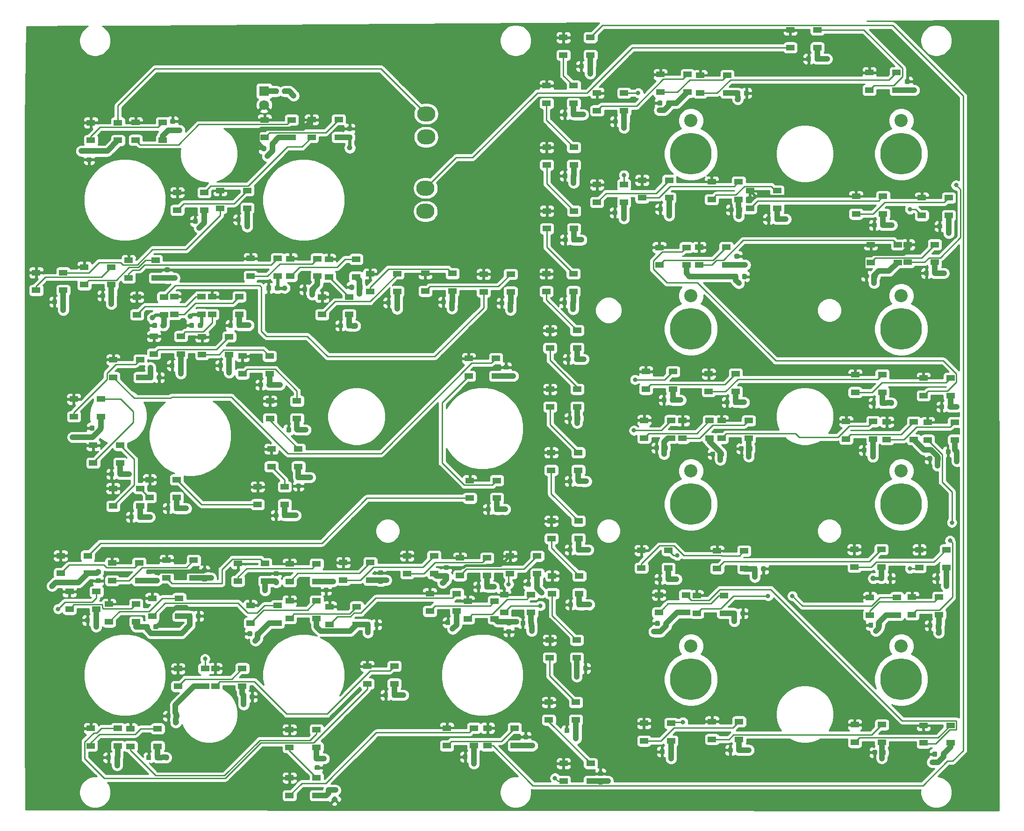
<source format=gbr>
%TF.GenerationSoftware,KiCad,Pcbnew,(5.1.12-1-10_14)*%
%TF.CreationDate,2021-11-25T17:02:44+11:00*%
%TF.ProjectId,COMM Panel PCB V2,434f4d4d-2050-4616-9e65-6c2050434220,rev?*%
%TF.SameCoordinates,Original*%
%TF.FileFunction,Copper,L1,Top*%
%TF.FilePolarity,Positive*%
%FSLAX46Y46*%
G04 Gerber Fmt 4.6, Leading zero omitted, Abs format (unit mm)*
G04 Created by KiCad (PCBNEW (5.1.12-1-10_14)) date 2021-11-25 17:02:44*
%MOMM*%
%LPD*%
G01*
G04 APERTURE LIST*
%TA.AperFunction,ComponentPad*%
%ADD10O,3.300000X2.700000*%
%TD*%
%TA.AperFunction,WasherPad*%
%ADD11C,2.381250*%
%TD*%
%TA.AperFunction,WasherPad*%
%ADD12C,7.540752*%
%TD*%
%TA.AperFunction,SMDPad,CuDef*%
%ADD13R,1.500000X1.000000*%
%TD*%
%TA.AperFunction,ComponentPad*%
%ADD14C,1.800000*%
%TD*%
%TA.AperFunction,ComponentPad*%
%ADD15R,1.800000X1.800000*%
%TD*%
%TA.AperFunction,ViaPad*%
%ADD16C,0.800000*%
%TD*%
%TA.AperFunction,ViaPad*%
%ADD17C,1.000000*%
%TD*%
%TA.AperFunction,Conductor*%
%ADD18C,0.250000*%
%TD*%
%TA.AperFunction,Conductor*%
%ADD19C,1.000000*%
%TD*%
%TA.AperFunction,Conductor*%
%ADD20C,0.600000*%
%TD*%
%TA.AperFunction,Conductor*%
%ADD21C,0.750000*%
%TD*%
%TA.AperFunction,Conductor*%
%ADD22C,0.500000*%
%TD*%
%TA.AperFunction,Conductor*%
%ADD23C,0.254000*%
%TD*%
%TA.AperFunction,Conductor*%
%ADD24C,0.100000*%
%TD*%
G04 APERTURE END LIST*
D10*
%TO.P,J2,4*%
%TO.N,/DATAOUT*%
X136842000Y-47870000D03*
%TO.P,J2,3*%
%TO.N,/LEDGND*%
X136842000Y-52070000D03*
%TO.P,J2,2*%
%TO.N,/LED+5V*%
X142342000Y-47870000D03*
%TO.P,J2,1*%
%TA.AperFunction,ComponentPad*%
G36*
G01*
X143741999Y-53420000D02*
X140942001Y-53420000D01*
G75*
G02*
X140692000Y-53169999I0J250001D01*
G01*
X140692000Y-50970001D01*
G75*
G02*
X140942001Y-50720000I250001J0D01*
G01*
X143741999Y-50720000D01*
G75*
G02*
X143992000Y-50970001I0J-250001D01*
G01*
X143992000Y-53169999D01*
G75*
G02*
X143741999Y-53420000I-250001J0D01*
G01*
G37*
%TD.AperFunction*%
%TD*%
%TO.P,J1,4*%
%TO.N,/DATAIN*%
X136943000Y-34408000D03*
%TO.P,J1,3*%
%TO.N,/LEDGND*%
X136943000Y-38608000D03*
%TO.P,J1,2*%
%TO.N,/LED+5V*%
X142443000Y-34408000D03*
%TO.P,J1,1*%
%TA.AperFunction,ComponentPad*%
G36*
G01*
X143842999Y-39958000D02*
X141043001Y-39958000D01*
G75*
G02*
X140793000Y-39707999I0J250001D01*
G01*
X140793000Y-37508001D01*
G75*
G02*
X141043001Y-37258000I250001J0D01*
G01*
X143842999Y-37258000D01*
G75*
G02*
X144093000Y-37508001I0J-250001D01*
G01*
X144093000Y-39707999D01*
G75*
G02*
X143842999Y-39958000I-250001J0D01*
G01*
G37*
%TD.AperFunction*%
%TD*%
D11*
%TO.P,9,*%
%TO.N,*%
X223019370Y-35629622D03*
D12*
X223019370Y-41629622D03*
%TD*%
%TO.P,8,*%
%TO.N,*%
X184919370Y-41629622D03*
D11*
X184919370Y-35629622D03*
%TD*%
D12*
%TO.P,11,*%
%TO.N,*%
X223019370Y-73379622D03*
D11*
X223019370Y-67379622D03*
%TD*%
%TO.P,10,*%
%TO.N,*%
X184919370Y-67379622D03*
D12*
X184919370Y-73379622D03*
%TD*%
D11*
%TO.P,13,*%
%TO.N,*%
X223019370Y-99129622D03*
D12*
X223019370Y-105129622D03*
%TD*%
%TO.P,12,*%
%TO.N,*%
X184919370Y-105129622D03*
D11*
X184919370Y-99129622D03*
%TD*%
%TO.P,16,*%
%TO.N,*%
X223019370Y-130879622D03*
D12*
X223019370Y-136879622D03*
%TD*%
D11*
%TO.P,14,*%
%TO.N,*%
X184919370Y-130879622D03*
D12*
X184919370Y-136879622D03*
%TD*%
%TO.P,C48,2*%
%TO.N,/LEDGND*%
%TA.AperFunction,SMDPad,CuDef*%
G36*
G01*
X152186250Y-127122500D02*
X151673750Y-127122500D01*
G75*
G02*
X151455000Y-126903750I0J218750D01*
G01*
X151455000Y-126466250D01*
G75*
G02*
X151673750Y-126247500I218750J0D01*
G01*
X152186250Y-126247500D01*
G75*
G02*
X152405000Y-126466250I0J-218750D01*
G01*
X152405000Y-126903750D01*
G75*
G02*
X152186250Y-127122500I-218750J0D01*
G01*
G37*
%TD.AperFunction*%
%TO.P,C48,1*%
%TO.N,/LED+5V*%
%TA.AperFunction,SMDPad,CuDef*%
G36*
G01*
X152186250Y-128697500D02*
X151673750Y-128697500D01*
G75*
G02*
X151455000Y-128478750I0J218750D01*
G01*
X151455000Y-128041250D01*
G75*
G02*
X151673750Y-127822500I218750J0D01*
G01*
X152186250Y-127822500D01*
G75*
G02*
X152405000Y-128041250I0J-218750D01*
G01*
X152405000Y-128478750D01*
G75*
G02*
X152186250Y-128697500I-218750J0D01*
G01*
G37*
%TD.AperFunction*%
%TD*%
%TO.P,C59,2*%
%TO.N,/LEDGND*%
%TA.AperFunction,SMDPad,CuDef*%
G36*
G01*
X166222500Y-26046250D02*
X166222500Y-25533750D01*
G75*
G02*
X166441250Y-25315000I218750J0D01*
G01*
X166878750Y-25315000D01*
G75*
G02*
X167097500Y-25533750I0J-218750D01*
G01*
X167097500Y-26046250D01*
G75*
G02*
X166878750Y-26265000I-218750J0D01*
G01*
X166441250Y-26265000D01*
G75*
G02*
X166222500Y-26046250I0J218750D01*
G01*
G37*
%TD.AperFunction*%
%TO.P,C59,1*%
%TO.N,/LED+5V*%
%TA.AperFunction,SMDPad,CuDef*%
G36*
G01*
X164647500Y-26046250D02*
X164647500Y-25533750D01*
G75*
G02*
X164866250Y-25315000I218750J0D01*
G01*
X165303750Y-25315000D01*
G75*
G02*
X165522500Y-25533750I0J-218750D01*
G01*
X165522500Y-26046250D01*
G75*
G02*
X165303750Y-26265000I-218750J0D01*
G01*
X164866250Y-26265000D01*
G75*
G02*
X164647500Y-26046250I0J218750D01*
G01*
G37*
%TD.AperFunction*%
%TD*%
D13*
%TO.P,D109,1*%
%TO.N,/LED+5V*%
X161850000Y-152150000D03*
%TO.P,D109,2*%
%TO.N,Net-(D109-Pad2)*%
X161850000Y-155350000D03*
%TO.P,D109,4*%
%TO.N,Net-(D109-Pad4)*%
X166750000Y-152150000D03*
%TO.P,D109,3*%
%TO.N,/LEDGND*%
X166750000Y-155350000D03*
%TD*%
%TO.P,C33,2*%
%TO.N,/LEDGND*%
%TA.AperFunction,SMDPad,CuDef*%
G36*
G01*
X86493750Y-118562500D02*
X87006250Y-118562500D01*
G75*
G02*
X87225000Y-118781250I0J-218750D01*
G01*
X87225000Y-119218750D01*
G75*
G02*
X87006250Y-119437500I-218750J0D01*
G01*
X86493750Y-119437500D01*
G75*
G02*
X86275000Y-119218750I0J218750D01*
G01*
X86275000Y-118781250D01*
G75*
G02*
X86493750Y-118562500I218750J0D01*
G01*
G37*
%TD.AperFunction*%
%TO.P,C33,1*%
%TO.N,/LED+5V*%
%TA.AperFunction,SMDPad,CuDef*%
G36*
G01*
X86493750Y-116987500D02*
X87006250Y-116987500D01*
G75*
G02*
X87225000Y-117206250I0J-218750D01*
G01*
X87225000Y-117643750D01*
G75*
G02*
X87006250Y-117862500I-218750J0D01*
G01*
X86493750Y-117862500D01*
G75*
G02*
X86275000Y-117643750I0J218750D01*
G01*
X86275000Y-117206250D01*
G75*
G02*
X86493750Y-116987500I218750J0D01*
G01*
G37*
%TD.AperFunction*%
%TD*%
%TO.P,C25,2*%
%TO.N,/LEDGND*%
%TA.AperFunction,SMDPad,CuDef*%
G36*
G01*
X91312500Y-106181250D02*
X91312500Y-105668750D01*
G75*
G02*
X91531250Y-105450000I218750J0D01*
G01*
X91968750Y-105450000D01*
G75*
G02*
X92187500Y-105668750I0J-218750D01*
G01*
X92187500Y-106181250D01*
G75*
G02*
X91968750Y-106400000I-218750J0D01*
G01*
X91531250Y-106400000D01*
G75*
G02*
X91312500Y-106181250I0J218750D01*
G01*
G37*
%TD.AperFunction*%
%TO.P,C25,1*%
%TO.N,/LED+5V*%
%TA.AperFunction,SMDPad,CuDef*%
G36*
G01*
X89737500Y-106181250D02*
X89737500Y-105668750D01*
G75*
G02*
X89956250Y-105450000I218750J0D01*
G01*
X90393750Y-105450000D01*
G75*
G02*
X90612500Y-105668750I0J-218750D01*
G01*
X90612500Y-106181250D01*
G75*
G02*
X90393750Y-106400000I-218750J0D01*
G01*
X89956250Y-106400000D01*
G75*
G02*
X89737500Y-106181250I0J218750D01*
G01*
G37*
%TD.AperFunction*%
%TD*%
%TO.P,R1,2*%
%TO.N,/LEDGND*%
%TA.AperFunction,SMDPad,CuDef*%
G36*
G01*
X110912500Y-30581250D02*
X110912500Y-30068750D01*
G75*
G02*
X111131250Y-29850000I218750J0D01*
G01*
X111568750Y-29850000D01*
G75*
G02*
X111787500Y-30068750I0J-218750D01*
G01*
X111787500Y-30581250D01*
G75*
G02*
X111568750Y-30800000I-218750J0D01*
G01*
X111131250Y-30800000D01*
G75*
G02*
X110912500Y-30581250I0J218750D01*
G01*
G37*
%TD.AperFunction*%
%TO.P,R1,1*%
%TO.N,Net-(D110-Pad1)*%
%TA.AperFunction,SMDPad,CuDef*%
G36*
G01*
X109337500Y-30581250D02*
X109337500Y-30068750D01*
G75*
G02*
X109556250Y-29850000I218750J0D01*
G01*
X109993750Y-29850000D01*
G75*
G02*
X110212500Y-30068750I0J-218750D01*
G01*
X110212500Y-30581250D01*
G75*
G02*
X109993750Y-30800000I-218750J0D01*
G01*
X109556250Y-30800000D01*
G75*
G02*
X109337500Y-30581250I0J218750D01*
G01*
G37*
%TD.AperFunction*%
%TD*%
%TO.P,C110,2*%
%TO.N,/LEDGND*%
%TA.AperFunction,SMDPad,CuDef*%
G36*
G01*
X76156250Y-41587500D02*
X75643750Y-41587500D01*
G75*
G02*
X75425000Y-41368750I0J218750D01*
G01*
X75425000Y-40931250D01*
G75*
G02*
X75643750Y-40712500I218750J0D01*
G01*
X76156250Y-40712500D01*
G75*
G02*
X76375000Y-40931250I0J-218750D01*
G01*
X76375000Y-41368750D01*
G75*
G02*
X76156250Y-41587500I-218750J0D01*
G01*
G37*
%TD.AperFunction*%
%TO.P,C110,1*%
%TO.N,/LED+5V*%
%TA.AperFunction,SMDPad,CuDef*%
G36*
G01*
X76156250Y-43162500D02*
X75643750Y-43162500D01*
G75*
G02*
X75425000Y-42943750I0J218750D01*
G01*
X75425000Y-42506250D01*
G75*
G02*
X75643750Y-42287500I218750J0D01*
G01*
X76156250Y-42287500D01*
G75*
G02*
X76375000Y-42506250I0J-218750D01*
G01*
X76375000Y-42943750D01*
G75*
G02*
X76156250Y-43162500I-218750J0D01*
G01*
G37*
%TD.AperFunction*%
%TD*%
%TO.P,C109,2*%
%TO.N,/LEDGND*%
%TA.AperFunction,SMDPad,CuDef*%
G36*
G01*
X168293750Y-155130000D02*
X168806250Y-155130000D01*
G75*
G02*
X169025000Y-155348750I0J-218750D01*
G01*
X169025000Y-155786250D01*
G75*
G02*
X168806250Y-156005000I-218750J0D01*
G01*
X168293750Y-156005000D01*
G75*
G02*
X168075000Y-155786250I0J218750D01*
G01*
X168075000Y-155348750D01*
G75*
G02*
X168293750Y-155130000I218750J0D01*
G01*
G37*
%TD.AperFunction*%
%TO.P,C109,1*%
%TO.N,/LED+5V*%
%TA.AperFunction,SMDPad,CuDef*%
G36*
G01*
X168293750Y-153555000D02*
X168806250Y-153555000D01*
G75*
G02*
X169025000Y-153773750I0J-218750D01*
G01*
X169025000Y-154211250D01*
G75*
G02*
X168806250Y-154430000I-218750J0D01*
G01*
X168293750Y-154430000D01*
G75*
G02*
X168075000Y-154211250I0J218750D01*
G01*
X168075000Y-153773750D01*
G75*
G02*
X168293750Y-153555000I218750J0D01*
G01*
G37*
%TD.AperFunction*%
%TD*%
%TO.P,C108,2*%
%TO.N,/LEDGND*%
%TA.AperFunction,SMDPad,CuDef*%
G36*
G01*
X122570000Y-73076250D02*
X122570000Y-72563750D01*
G75*
G02*
X122788750Y-72345000I218750J0D01*
G01*
X123226250Y-72345000D01*
G75*
G02*
X123445000Y-72563750I0J-218750D01*
G01*
X123445000Y-73076250D01*
G75*
G02*
X123226250Y-73295000I-218750J0D01*
G01*
X122788750Y-73295000D01*
G75*
G02*
X122570000Y-73076250I0J218750D01*
G01*
G37*
%TD.AperFunction*%
%TO.P,C108,1*%
%TO.N,/LED+5V*%
%TA.AperFunction,SMDPad,CuDef*%
G36*
G01*
X120995000Y-73076250D02*
X120995000Y-72563750D01*
G75*
G02*
X121213750Y-72345000I218750J0D01*
G01*
X121651250Y-72345000D01*
G75*
G02*
X121870000Y-72563750I0J-218750D01*
G01*
X121870000Y-73076250D01*
G75*
G02*
X121651250Y-73295000I-218750J0D01*
G01*
X121213750Y-73295000D01*
G75*
G02*
X120995000Y-73076250I0J218750D01*
G01*
G37*
%TD.AperFunction*%
%TD*%
%TO.P,C107,2*%
%TO.N,/LEDGND*%
%TA.AperFunction,SMDPad,CuDef*%
G36*
G01*
X207372500Y-24706250D02*
X207372500Y-24193750D01*
G75*
G02*
X207591250Y-23975000I218750J0D01*
G01*
X208028750Y-23975000D01*
G75*
G02*
X208247500Y-24193750I0J-218750D01*
G01*
X208247500Y-24706250D01*
G75*
G02*
X208028750Y-24925000I-218750J0D01*
G01*
X207591250Y-24925000D01*
G75*
G02*
X207372500Y-24706250I0J218750D01*
G01*
G37*
%TD.AperFunction*%
%TO.P,C107,1*%
%TO.N,/LED+5V*%
%TA.AperFunction,SMDPad,CuDef*%
G36*
G01*
X205797500Y-24706250D02*
X205797500Y-24193750D01*
G75*
G02*
X206016250Y-23975000I218750J0D01*
G01*
X206453750Y-23975000D01*
G75*
G02*
X206672500Y-24193750I0J-218750D01*
G01*
X206672500Y-24706250D01*
G75*
G02*
X206453750Y-24925000I-218750J0D01*
G01*
X206016250Y-24925000D01*
G75*
G02*
X205797500Y-24706250I0J218750D01*
G01*
G37*
%TD.AperFunction*%
%TD*%
%TO.P,C106,2*%
%TO.N,/LEDGND*%
%TA.AperFunction,SMDPad,CuDef*%
G36*
G01*
X223883750Y-29687500D02*
X224396250Y-29687500D01*
G75*
G02*
X224615000Y-29906250I0J-218750D01*
G01*
X224615000Y-30343750D01*
G75*
G02*
X224396250Y-30562500I-218750J0D01*
G01*
X223883750Y-30562500D01*
G75*
G02*
X223665000Y-30343750I0J218750D01*
G01*
X223665000Y-29906250D01*
G75*
G02*
X223883750Y-29687500I218750J0D01*
G01*
G37*
%TD.AperFunction*%
%TO.P,C106,1*%
%TO.N,/LED+5V*%
%TA.AperFunction,SMDPad,CuDef*%
G36*
G01*
X223883750Y-28112500D02*
X224396250Y-28112500D01*
G75*
G02*
X224615000Y-28331250I0J-218750D01*
G01*
X224615000Y-28768750D01*
G75*
G02*
X224396250Y-28987500I-218750J0D01*
G01*
X223883750Y-28987500D01*
G75*
G02*
X223665000Y-28768750I0J218750D01*
G01*
X223665000Y-28331250D01*
G75*
G02*
X223883750Y-28112500I218750J0D01*
G01*
G37*
%TD.AperFunction*%
%TD*%
%TO.P,C105,2*%
%TO.N,/LEDGND*%
%TA.AperFunction,SMDPad,CuDef*%
G36*
G01*
X193837500Y-30403750D02*
X193837500Y-30916250D01*
G75*
G02*
X193618750Y-31135000I-218750J0D01*
G01*
X193181250Y-31135000D01*
G75*
G02*
X192962500Y-30916250I0J218750D01*
G01*
X192962500Y-30403750D01*
G75*
G02*
X193181250Y-30185000I218750J0D01*
G01*
X193618750Y-30185000D01*
G75*
G02*
X193837500Y-30403750I0J-218750D01*
G01*
G37*
%TD.AperFunction*%
%TO.P,C105,1*%
%TO.N,/LED+5V*%
%TA.AperFunction,SMDPad,CuDef*%
G36*
G01*
X195412500Y-30403750D02*
X195412500Y-30916250D01*
G75*
G02*
X195193750Y-31135000I-218750J0D01*
G01*
X194756250Y-31135000D01*
G75*
G02*
X194537500Y-30916250I0J218750D01*
G01*
X194537500Y-30403750D01*
G75*
G02*
X194756250Y-30185000I218750J0D01*
G01*
X195193750Y-30185000D01*
G75*
G02*
X195412500Y-30403750I0J-218750D01*
G01*
G37*
%TD.AperFunction*%
%TD*%
%TO.P,C104,2*%
%TO.N,/LEDGND*%
%TA.AperFunction,SMDPad,CuDef*%
G36*
G01*
X180442500Y-32736250D02*
X180442500Y-32223750D01*
G75*
G02*
X180661250Y-32005000I218750J0D01*
G01*
X181098750Y-32005000D01*
G75*
G02*
X181317500Y-32223750I0J-218750D01*
G01*
X181317500Y-32736250D01*
G75*
G02*
X181098750Y-32955000I-218750J0D01*
G01*
X180661250Y-32955000D01*
G75*
G02*
X180442500Y-32736250I0J218750D01*
G01*
G37*
%TD.AperFunction*%
%TO.P,C104,1*%
%TO.N,/LED+5V*%
%TA.AperFunction,SMDPad,CuDef*%
G36*
G01*
X178867500Y-32736250D02*
X178867500Y-32223750D01*
G75*
G02*
X179086250Y-32005000I218750J0D01*
G01*
X179523750Y-32005000D01*
G75*
G02*
X179742500Y-32223750I0J-218750D01*
G01*
X179742500Y-32736250D01*
G75*
G02*
X179523750Y-32955000I-218750J0D01*
G01*
X179086250Y-32955000D01*
G75*
G02*
X178867500Y-32736250I0J218750D01*
G01*
G37*
%TD.AperFunction*%
%TD*%
%TO.P,C103,2*%
%TO.N,/LEDGND*%
%TA.AperFunction,SMDPad,CuDef*%
G36*
G01*
X172362500Y-36066250D02*
X172362500Y-35553750D01*
G75*
G02*
X172581250Y-35335000I218750J0D01*
G01*
X173018750Y-35335000D01*
G75*
G02*
X173237500Y-35553750I0J-218750D01*
G01*
X173237500Y-36066250D01*
G75*
G02*
X173018750Y-36285000I-218750J0D01*
G01*
X172581250Y-36285000D01*
G75*
G02*
X172362500Y-36066250I0J218750D01*
G01*
G37*
%TD.AperFunction*%
%TO.P,C103,1*%
%TO.N,/LED+5V*%
%TA.AperFunction,SMDPad,CuDef*%
G36*
G01*
X170787500Y-36066250D02*
X170787500Y-35553750D01*
G75*
G02*
X171006250Y-35335000I218750J0D01*
G01*
X171443750Y-35335000D01*
G75*
G02*
X171662500Y-35553750I0J-218750D01*
G01*
X171662500Y-36066250D01*
G75*
G02*
X171443750Y-36285000I-218750J0D01*
G01*
X171006250Y-36285000D01*
G75*
G02*
X170787500Y-36066250I0J218750D01*
G01*
G37*
%TD.AperFunction*%
%TD*%
%TO.P,C102,2*%
%TO.N,/LEDGND*%
%TA.AperFunction,SMDPad,CuDef*%
G36*
G01*
X231117500Y-55056250D02*
X231117500Y-54543750D01*
G75*
G02*
X231336250Y-54325000I218750J0D01*
G01*
X231773750Y-54325000D01*
G75*
G02*
X231992500Y-54543750I0J-218750D01*
G01*
X231992500Y-55056250D01*
G75*
G02*
X231773750Y-55275000I-218750J0D01*
G01*
X231336250Y-55275000D01*
G75*
G02*
X231117500Y-55056250I0J218750D01*
G01*
G37*
%TD.AperFunction*%
%TO.P,C102,1*%
%TO.N,/LED+5V*%
%TA.AperFunction,SMDPad,CuDef*%
G36*
G01*
X229542500Y-55056250D02*
X229542500Y-54543750D01*
G75*
G02*
X229761250Y-54325000I218750J0D01*
G01*
X230198750Y-54325000D01*
G75*
G02*
X230417500Y-54543750I0J-218750D01*
G01*
X230417500Y-55056250D01*
G75*
G02*
X230198750Y-55275000I-218750J0D01*
G01*
X229761250Y-55275000D01*
G75*
G02*
X229542500Y-55056250I0J218750D01*
G01*
G37*
%TD.AperFunction*%
%TD*%
%TO.P,C101,2*%
%TO.N,/LEDGND*%
%TA.AperFunction,SMDPad,CuDef*%
G36*
G01*
X219282500Y-54836250D02*
X219282500Y-54323750D01*
G75*
G02*
X219501250Y-54105000I218750J0D01*
G01*
X219938750Y-54105000D01*
G75*
G02*
X220157500Y-54323750I0J-218750D01*
G01*
X220157500Y-54836250D01*
G75*
G02*
X219938750Y-55055000I-218750J0D01*
G01*
X219501250Y-55055000D01*
G75*
G02*
X219282500Y-54836250I0J218750D01*
G01*
G37*
%TD.AperFunction*%
%TO.P,C101,1*%
%TO.N,/LED+5V*%
%TA.AperFunction,SMDPad,CuDef*%
G36*
G01*
X217707500Y-54836250D02*
X217707500Y-54323750D01*
G75*
G02*
X217926250Y-54105000I218750J0D01*
G01*
X218363750Y-54105000D01*
G75*
G02*
X218582500Y-54323750I0J-218750D01*
G01*
X218582500Y-54836250D01*
G75*
G02*
X218363750Y-55055000I-218750J0D01*
G01*
X217926250Y-55055000D01*
G75*
G02*
X217707500Y-54836250I0J218750D01*
G01*
G37*
%TD.AperFunction*%
%TD*%
%TO.P,C100,2*%
%TO.N,/LEDGND*%
%TA.AperFunction,SMDPad,CuDef*%
G36*
G01*
X200092500Y-53746250D02*
X200092500Y-53233750D01*
G75*
G02*
X200311250Y-53015000I218750J0D01*
G01*
X200748750Y-53015000D01*
G75*
G02*
X200967500Y-53233750I0J-218750D01*
G01*
X200967500Y-53746250D01*
G75*
G02*
X200748750Y-53965000I-218750J0D01*
G01*
X200311250Y-53965000D01*
G75*
G02*
X200092500Y-53746250I0J218750D01*
G01*
G37*
%TD.AperFunction*%
%TO.P,C100,1*%
%TO.N,/LED+5V*%
%TA.AperFunction,SMDPad,CuDef*%
G36*
G01*
X198517500Y-53746250D02*
X198517500Y-53233750D01*
G75*
G02*
X198736250Y-53015000I218750J0D01*
G01*
X199173750Y-53015000D01*
G75*
G02*
X199392500Y-53233750I0J-218750D01*
G01*
X199392500Y-53746250D01*
G75*
G02*
X199173750Y-53965000I-218750J0D01*
G01*
X198736250Y-53965000D01*
G75*
G02*
X198517500Y-53746250I0J218750D01*
G01*
G37*
%TD.AperFunction*%
%TD*%
%TO.P,C99,2*%
%TO.N,/LEDGND*%
%TA.AperFunction,SMDPad,CuDef*%
G36*
G01*
X193350000Y-52056250D02*
X193350000Y-51543750D01*
G75*
G02*
X193568750Y-51325000I218750J0D01*
G01*
X194006250Y-51325000D01*
G75*
G02*
X194225000Y-51543750I0J-218750D01*
G01*
X194225000Y-52056250D01*
G75*
G02*
X194006250Y-52275000I-218750J0D01*
G01*
X193568750Y-52275000D01*
G75*
G02*
X193350000Y-52056250I0J218750D01*
G01*
G37*
%TD.AperFunction*%
%TO.P,C99,1*%
%TO.N,/LED+5V*%
%TA.AperFunction,SMDPad,CuDef*%
G36*
G01*
X191775000Y-52056250D02*
X191775000Y-51543750D01*
G75*
G02*
X191993750Y-51325000I218750J0D01*
G01*
X192431250Y-51325000D01*
G75*
G02*
X192650000Y-51543750I0J-218750D01*
G01*
X192650000Y-52056250D01*
G75*
G02*
X192431250Y-52275000I-218750J0D01*
G01*
X191993750Y-52275000D01*
G75*
G02*
X191775000Y-52056250I0J218750D01*
G01*
G37*
%TD.AperFunction*%
%TD*%
%TO.P,C98,2*%
%TO.N,/LEDGND*%
%TA.AperFunction,SMDPad,CuDef*%
G36*
G01*
X180527500Y-51926250D02*
X180527500Y-51413750D01*
G75*
G02*
X180746250Y-51195000I218750J0D01*
G01*
X181183750Y-51195000D01*
G75*
G02*
X181402500Y-51413750I0J-218750D01*
G01*
X181402500Y-51926250D01*
G75*
G02*
X181183750Y-52145000I-218750J0D01*
G01*
X180746250Y-52145000D01*
G75*
G02*
X180527500Y-51926250I0J218750D01*
G01*
G37*
%TD.AperFunction*%
%TO.P,C98,1*%
%TO.N,/LED+5V*%
%TA.AperFunction,SMDPad,CuDef*%
G36*
G01*
X178952500Y-51926250D02*
X178952500Y-51413750D01*
G75*
G02*
X179171250Y-51195000I218750J0D01*
G01*
X179608750Y-51195000D01*
G75*
G02*
X179827500Y-51413750I0J-218750D01*
G01*
X179827500Y-51926250D01*
G75*
G02*
X179608750Y-52145000I-218750J0D01*
G01*
X179171250Y-52145000D01*
G75*
G02*
X178952500Y-51926250I0J218750D01*
G01*
G37*
%TD.AperFunction*%
%TD*%
%TO.P,C97,2*%
%TO.N,/LEDGND*%
%TA.AperFunction,SMDPad,CuDef*%
G36*
G01*
X172277500Y-52596250D02*
X172277500Y-52083750D01*
G75*
G02*
X172496250Y-51865000I218750J0D01*
G01*
X172933750Y-51865000D01*
G75*
G02*
X173152500Y-52083750I0J-218750D01*
G01*
X173152500Y-52596250D01*
G75*
G02*
X172933750Y-52815000I-218750J0D01*
G01*
X172496250Y-52815000D01*
G75*
G02*
X172277500Y-52596250I0J218750D01*
G01*
G37*
%TD.AperFunction*%
%TO.P,C97,1*%
%TO.N,/LED+5V*%
%TA.AperFunction,SMDPad,CuDef*%
G36*
G01*
X170702500Y-52596250D02*
X170702500Y-52083750D01*
G75*
G02*
X170921250Y-51865000I218750J0D01*
G01*
X171358750Y-51865000D01*
G75*
G02*
X171577500Y-52083750I0J-218750D01*
G01*
X171577500Y-52596250D01*
G75*
G02*
X171358750Y-52815000I-218750J0D01*
G01*
X170921250Y-52815000D01*
G75*
G02*
X170702500Y-52596250I0J218750D01*
G01*
G37*
%TD.AperFunction*%
%TD*%
%TO.P,C96,2*%
%TO.N,/LEDGND*%
%TA.AperFunction,SMDPad,CuDef*%
G36*
G01*
X228712500Y-63556250D02*
X228712500Y-63043750D01*
G75*
G02*
X228931250Y-62825000I218750J0D01*
G01*
X229368750Y-62825000D01*
G75*
G02*
X229587500Y-63043750I0J-218750D01*
G01*
X229587500Y-63556250D01*
G75*
G02*
X229368750Y-63775000I-218750J0D01*
G01*
X228931250Y-63775000D01*
G75*
G02*
X228712500Y-63556250I0J218750D01*
G01*
G37*
%TD.AperFunction*%
%TO.P,C96,1*%
%TO.N,/LED+5V*%
%TA.AperFunction,SMDPad,CuDef*%
G36*
G01*
X227137500Y-63556250D02*
X227137500Y-63043750D01*
G75*
G02*
X227356250Y-62825000I218750J0D01*
G01*
X227793750Y-62825000D01*
G75*
G02*
X228012500Y-63043750I0J-218750D01*
G01*
X228012500Y-63556250D01*
G75*
G02*
X227793750Y-63775000I-218750J0D01*
G01*
X227356250Y-63775000D01*
G75*
G02*
X227137500Y-63556250I0J218750D01*
G01*
G37*
%TD.AperFunction*%
%TD*%
%TO.P,C95,2*%
%TO.N,/LEDGND*%
%TA.AperFunction,SMDPad,CuDef*%
G36*
G01*
X217850000Y-64056250D02*
X217850000Y-63543750D01*
G75*
G02*
X218068750Y-63325000I218750J0D01*
G01*
X218506250Y-63325000D01*
G75*
G02*
X218725000Y-63543750I0J-218750D01*
G01*
X218725000Y-64056250D01*
G75*
G02*
X218506250Y-64275000I-218750J0D01*
G01*
X218068750Y-64275000D01*
G75*
G02*
X217850000Y-64056250I0J218750D01*
G01*
G37*
%TD.AperFunction*%
%TO.P,C95,1*%
%TO.N,/LED+5V*%
%TA.AperFunction,SMDPad,CuDef*%
G36*
G01*
X216275000Y-64056250D02*
X216275000Y-63543750D01*
G75*
G02*
X216493750Y-63325000I218750J0D01*
G01*
X216931250Y-63325000D01*
G75*
G02*
X217150000Y-63543750I0J-218750D01*
G01*
X217150000Y-64056250D01*
G75*
G02*
X216931250Y-64275000I-218750J0D01*
G01*
X216493750Y-64275000D01*
G75*
G02*
X216275000Y-64056250I0J218750D01*
G01*
G37*
%TD.AperFunction*%
%TD*%
%TO.P,C94,2*%
%TO.N,/LEDGND*%
%TA.AperFunction,SMDPad,CuDef*%
G36*
G01*
X193003750Y-61367500D02*
X193516250Y-61367500D01*
G75*
G02*
X193735000Y-61586250I0J-218750D01*
G01*
X193735000Y-62023750D01*
G75*
G02*
X193516250Y-62242500I-218750J0D01*
G01*
X193003750Y-62242500D01*
G75*
G02*
X192785000Y-62023750I0J218750D01*
G01*
X192785000Y-61586250D01*
G75*
G02*
X193003750Y-61367500I218750J0D01*
G01*
G37*
%TD.AperFunction*%
%TO.P,C94,1*%
%TO.N,/LED+5V*%
%TA.AperFunction,SMDPad,CuDef*%
G36*
G01*
X193003750Y-59792500D02*
X193516250Y-59792500D01*
G75*
G02*
X193735000Y-60011250I0J-218750D01*
G01*
X193735000Y-60448750D01*
G75*
G02*
X193516250Y-60667500I-218750J0D01*
G01*
X193003750Y-60667500D01*
G75*
G02*
X192785000Y-60448750I0J218750D01*
G01*
X192785000Y-60011250D01*
G75*
G02*
X193003750Y-59792500I218750J0D01*
G01*
G37*
%TD.AperFunction*%
%TD*%
%TO.P,C93,2*%
%TO.N,/LEDGND*%
%TA.AperFunction,SMDPad,CuDef*%
G36*
G01*
X193477500Y-63653750D02*
X193477500Y-64166250D01*
G75*
G02*
X193258750Y-64385000I-218750J0D01*
G01*
X192821250Y-64385000D01*
G75*
G02*
X192602500Y-64166250I0J218750D01*
G01*
X192602500Y-63653750D01*
G75*
G02*
X192821250Y-63435000I218750J0D01*
G01*
X193258750Y-63435000D01*
G75*
G02*
X193477500Y-63653750I0J-218750D01*
G01*
G37*
%TD.AperFunction*%
%TO.P,C93,1*%
%TO.N,/LED+5V*%
%TA.AperFunction,SMDPad,CuDef*%
G36*
G01*
X195052500Y-63653750D02*
X195052500Y-64166250D01*
G75*
G02*
X194833750Y-64385000I-218750J0D01*
G01*
X194396250Y-64385000D01*
G75*
G02*
X194177500Y-64166250I0J218750D01*
G01*
X194177500Y-63653750D01*
G75*
G02*
X194396250Y-63435000I218750J0D01*
G01*
X194833750Y-63435000D01*
G75*
G02*
X195052500Y-63653750I0J-218750D01*
G01*
G37*
%TD.AperFunction*%
%TD*%
%TO.P,C92,2*%
%TO.N,/LEDGND*%
%TA.AperFunction,SMDPad,CuDef*%
G36*
G01*
X231492500Y-87766250D02*
X231492500Y-87253750D01*
G75*
G02*
X231711250Y-87035000I218750J0D01*
G01*
X232148750Y-87035000D01*
G75*
G02*
X232367500Y-87253750I0J-218750D01*
G01*
X232367500Y-87766250D01*
G75*
G02*
X232148750Y-87985000I-218750J0D01*
G01*
X231711250Y-87985000D01*
G75*
G02*
X231492500Y-87766250I0J218750D01*
G01*
G37*
%TD.AperFunction*%
%TO.P,C92,1*%
%TO.N,/LED+5V*%
%TA.AperFunction,SMDPad,CuDef*%
G36*
G01*
X229917500Y-87766250D02*
X229917500Y-87253750D01*
G75*
G02*
X230136250Y-87035000I218750J0D01*
G01*
X230573750Y-87035000D01*
G75*
G02*
X230792500Y-87253750I0J-218750D01*
G01*
X230792500Y-87766250D01*
G75*
G02*
X230573750Y-87985000I-218750J0D01*
G01*
X230136250Y-87985000D01*
G75*
G02*
X229917500Y-87766250I0J218750D01*
G01*
G37*
%TD.AperFunction*%
%TD*%
%TO.P,C91,2*%
%TO.N,/LEDGND*%
%TA.AperFunction,SMDPad,CuDef*%
G36*
G01*
X219157500Y-87076250D02*
X219157500Y-86563750D01*
G75*
G02*
X219376250Y-86345000I218750J0D01*
G01*
X219813750Y-86345000D01*
G75*
G02*
X220032500Y-86563750I0J-218750D01*
G01*
X220032500Y-87076250D01*
G75*
G02*
X219813750Y-87295000I-218750J0D01*
G01*
X219376250Y-87295000D01*
G75*
G02*
X219157500Y-87076250I0J218750D01*
G01*
G37*
%TD.AperFunction*%
%TO.P,C91,1*%
%TO.N,/LED+5V*%
%TA.AperFunction,SMDPad,CuDef*%
G36*
G01*
X217582500Y-87076250D02*
X217582500Y-86563750D01*
G75*
G02*
X217801250Y-86345000I218750J0D01*
G01*
X218238750Y-86345000D01*
G75*
G02*
X218457500Y-86563750I0J-218750D01*
G01*
X218457500Y-87076250D01*
G75*
G02*
X218238750Y-87295000I-218750J0D01*
G01*
X217801250Y-87295000D01*
G75*
G02*
X217582500Y-87076250I0J218750D01*
G01*
G37*
%TD.AperFunction*%
%TD*%
%TO.P,C90,2*%
%TO.N,/LEDGND*%
%TA.AperFunction,SMDPad,CuDef*%
G36*
G01*
X192592500Y-86936250D02*
X192592500Y-86423750D01*
G75*
G02*
X192811250Y-86205000I218750J0D01*
G01*
X193248750Y-86205000D01*
G75*
G02*
X193467500Y-86423750I0J-218750D01*
G01*
X193467500Y-86936250D01*
G75*
G02*
X193248750Y-87155000I-218750J0D01*
G01*
X192811250Y-87155000D01*
G75*
G02*
X192592500Y-86936250I0J218750D01*
G01*
G37*
%TD.AperFunction*%
%TO.P,C90,1*%
%TO.N,/LED+5V*%
%TA.AperFunction,SMDPad,CuDef*%
G36*
G01*
X191017500Y-86936250D02*
X191017500Y-86423750D01*
G75*
G02*
X191236250Y-86205000I218750J0D01*
G01*
X191673750Y-86205000D01*
G75*
G02*
X191892500Y-86423750I0J-218750D01*
G01*
X191892500Y-86936250D01*
G75*
G02*
X191673750Y-87155000I-218750J0D01*
G01*
X191236250Y-87155000D01*
G75*
G02*
X191017500Y-86936250I0J218750D01*
G01*
G37*
%TD.AperFunction*%
%TD*%
%TO.P,C89,2*%
%TO.N,/LEDGND*%
%TA.AperFunction,SMDPad,CuDef*%
G36*
G01*
X181182500Y-86546250D02*
X181182500Y-86033750D01*
G75*
G02*
X181401250Y-85815000I218750J0D01*
G01*
X181838750Y-85815000D01*
G75*
G02*
X182057500Y-86033750I0J-218750D01*
G01*
X182057500Y-86546250D01*
G75*
G02*
X181838750Y-86765000I-218750J0D01*
G01*
X181401250Y-86765000D01*
G75*
G02*
X181182500Y-86546250I0J218750D01*
G01*
G37*
%TD.AperFunction*%
%TO.P,C89,1*%
%TO.N,/LED+5V*%
%TA.AperFunction,SMDPad,CuDef*%
G36*
G01*
X179607500Y-86546250D02*
X179607500Y-86033750D01*
G75*
G02*
X179826250Y-85815000I218750J0D01*
G01*
X180263750Y-85815000D01*
G75*
G02*
X180482500Y-86033750I0J-218750D01*
G01*
X180482500Y-86546250D01*
G75*
G02*
X180263750Y-86765000I-218750J0D01*
G01*
X179826250Y-86765000D01*
G75*
G02*
X179607500Y-86546250I0J218750D01*
G01*
G37*
%TD.AperFunction*%
%TD*%
%TO.P,C88,2*%
%TO.N,/LEDGND*%
%TA.AperFunction,SMDPad,CuDef*%
G36*
G01*
X232662500Y-95916250D02*
X232662500Y-95403750D01*
G75*
G02*
X232881250Y-95185000I218750J0D01*
G01*
X233318750Y-95185000D01*
G75*
G02*
X233537500Y-95403750I0J-218750D01*
G01*
X233537500Y-95916250D01*
G75*
G02*
X233318750Y-96135000I-218750J0D01*
G01*
X232881250Y-96135000D01*
G75*
G02*
X232662500Y-95916250I0J218750D01*
G01*
G37*
%TD.AperFunction*%
%TO.P,C88,1*%
%TO.N,/LED+5V*%
%TA.AperFunction,SMDPad,CuDef*%
G36*
G01*
X231087500Y-95916250D02*
X231087500Y-95403750D01*
G75*
G02*
X231306250Y-95185000I218750J0D01*
G01*
X231743750Y-95185000D01*
G75*
G02*
X231962500Y-95403750I0J-218750D01*
G01*
X231962500Y-95916250D01*
G75*
G02*
X231743750Y-96135000I-218750J0D01*
G01*
X231306250Y-96135000D01*
G75*
G02*
X231087500Y-95916250I0J218750D01*
G01*
G37*
%TD.AperFunction*%
%TD*%
%TO.P,C87,2*%
%TO.N,/LEDGND*%
%TA.AperFunction,SMDPad,CuDef*%
G36*
G01*
X229330000Y-97156250D02*
X229330000Y-96643750D01*
G75*
G02*
X229548750Y-96425000I218750J0D01*
G01*
X229986250Y-96425000D01*
G75*
G02*
X230205000Y-96643750I0J-218750D01*
G01*
X230205000Y-97156250D01*
G75*
G02*
X229986250Y-97375000I-218750J0D01*
G01*
X229548750Y-97375000D01*
G75*
G02*
X229330000Y-97156250I0J218750D01*
G01*
G37*
%TD.AperFunction*%
%TO.P,C87,1*%
%TO.N,/LED+5V*%
%TA.AperFunction,SMDPad,CuDef*%
G36*
G01*
X227755000Y-97156250D02*
X227755000Y-96643750D01*
G75*
G02*
X227973750Y-96425000I218750J0D01*
G01*
X228411250Y-96425000D01*
G75*
G02*
X228630000Y-96643750I0J-218750D01*
G01*
X228630000Y-97156250D01*
G75*
G02*
X228411250Y-97375000I-218750J0D01*
G01*
X227973750Y-97375000D01*
G75*
G02*
X227755000Y-97156250I0J218750D01*
G01*
G37*
%TD.AperFunction*%
%TD*%
%TO.P,C86,2*%
%TO.N,/LEDGND*%
%TA.AperFunction,SMDPad,CuDef*%
G36*
G01*
X217442500Y-95646250D02*
X217442500Y-95133750D01*
G75*
G02*
X217661250Y-94915000I218750J0D01*
G01*
X218098750Y-94915000D01*
G75*
G02*
X218317500Y-95133750I0J-218750D01*
G01*
X218317500Y-95646250D01*
G75*
G02*
X218098750Y-95865000I-218750J0D01*
G01*
X217661250Y-95865000D01*
G75*
G02*
X217442500Y-95646250I0J218750D01*
G01*
G37*
%TD.AperFunction*%
%TO.P,C86,1*%
%TO.N,/LED+5V*%
%TA.AperFunction,SMDPad,CuDef*%
G36*
G01*
X215867500Y-95646250D02*
X215867500Y-95133750D01*
G75*
G02*
X216086250Y-94915000I218750J0D01*
G01*
X216523750Y-94915000D01*
G75*
G02*
X216742500Y-95133750I0J-218750D01*
G01*
X216742500Y-95646250D01*
G75*
G02*
X216523750Y-95865000I-218750J0D01*
G01*
X216086250Y-95865000D01*
G75*
G02*
X215867500Y-95646250I0J218750D01*
G01*
G37*
%TD.AperFunction*%
%TD*%
%TO.P,C85,2*%
%TO.N,/LEDGND*%
%TA.AperFunction,SMDPad,CuDef*%
G36*
G01*
X195200000Y-95356250D02*
X195200000Y-94843750D01*
G75*
G02*
X195418750Y-94625000I218750J0D01*
G01*
X195856250Y-94625000D01*
G75*
G02*
X196075000Y-94843750I0J-218750D01*
G01*
X196075000Y-95356250D01*
G75*
G02*
X195856250Y-95575000I-218750J0D01*
G01*
X195418750Y-95575000D01*
G75*
G02*
X195200000Y-95356250I0J218750D01*
G01*
G37*
%TD.AperFunction*%
%TO.P,C85,1*%
%TO.N,/LED+5V*%
%TA.AperFunction,SMDPad,CuDef*%
G36*
G01*
X193625000Y-95356250D02*
X193625000Y-94843750D01*
G75*
G02*
X193843750Y-94625000I218750J0D01*
G01*
X194281250Y-94625000D01*
G75*
G02*
X194500000Y-94843750I0J-218750D01*
G01*
X194500000Y-95356250D01*
G75*
G02*
X194281250Y-95575000I-218750J0D01*
G01*
X193843750Y-95575000D01*
G75*
G02*
X193625000Y-95356250I0J218750D01*
G01*
G37*
%TD.AperFunction*%
%TD*%
%TO.P,C84,2*%
%TO.N,/LEDGND*%
%TA.AperFunction,SMDPad,CuDef*%
G36*
G01*
X190030000Y-96356250D02*
X190030000Y-95843750D01*
G75*
G02*
X190248750Y-95625000I218750J0D01*
G01*
X190686250Y-95625000D01*
G75*
G02*
X190905000Y-95843750I0J-218750D01*
G01*
X190905000Y-96356250D01*
G75*
G02*
X190686250Y-96575000I-218750J0D01*
G01*
X190248750Y-96575000D01*
G75*
G02*
X190030000Y-96356250I0J218750D01*
G01*
G37*
%TD.AperFunction*%
%TO.P,C84,1*%
%TO.N,/LED+5V*%
%TA.AperFunction,SMDPad,CuDef*%
G36*
G01*
X188455000Y-96356250D02*
X188455000Y-95843750D01*
G75*
G02*
X188673750Y-95625000I218750J0D01*
G01*
X189111250Y-95625000D01*
G75*
G02*
X189330000Y-95843750I0J-218750D01*
G01*
X189330000Y-96356250D01*
G75*
G02*
X189111250Y-96575000I-218750J0D01*
G01*
X188673750Y-96575000D01*
G75*
G02*
X188455000Y-96356250I0J218750D01*
G01*
G37*
%TD.AperFunction*%
%TD*%
%TO.P,C83,2*%
%TO.N,/LEDGND*%
%TA.AperFunction,SMDPad,CuDef*%
G36*
G01*
X179850000Y-95206250D02*
X179850000Y-94693750D01*
G75*
G02*
X180068750Y-94475000I218750J0D01*
G01*
X180506250Y-94475000D01*
G75*
G02*
X180725000Y-94693750I0J-218750D01*
G01*
X180725000Y-95206250D01*
G75*
G02*
X180506250Y-95425000I-218750J0D01*
G01*
X180068750Y-95425000D01*
G75*
G02*
X179850000Y-95206250I0J218750D01*
G01*
G37*
%TD.AperFunction*%
%TO.P,C83,1*%
%TO.N,/LED+5V*%
%TA.AperFunction,SMDPad,CuDef*%
G36*
G01*
X178275000Y-95206250D02*
X178275000Y-94693750D01*
G75*
G02*
X178493750Y-94475000I218750J0D01*
G01*
X178931250Y-94475000D01*
G75*
G02*
X179150000Y-94693750I0J-218750D01*
G01*
X179150000Y-95206250D01*
G75*
G02*
X178931250Y-95425000I-218750J0D01*
G01*
X178493750Y-95425000D01*
G75*
G02*
X178275000Y-95206250I0J218750D01*
G01*
G37*
%TD.AperFunction*%
%TD*%
%TO.P,C82,2*%
%TO.N,/LEDGND*%
%TA.AperFunction,SMDPad,CuDef*%
G36*
G01*
X230732500Y-118876250D02*
X230732500Y-118363750D01*
G75*
G02*
X230951250Y-118145000I218750J0D01*
G01*
X231388750Y-118145000D01*
G75*
G02*
X231607500Y-118363750I0J-218750D01*
G01*
X231607500Y-118876250D01*
G75*
G02*
X231388750Y-119095000I-218750J0D01*
G01*
X230951250Y-119095000D01*
G75*
G02*
X230732500Y-118876250I0J218750D01*
G01*
G37*
%TD.AperFunction*%
%TO.P,C82,1*%
%TO.N,/LED+5V*%
%TA.AperFunction,SMDPad,CuDef*%
G36*
G01*
X229157500Y-118876250D02*
X229157500Y-118363750D01*
G75*
G02*
X229376250Y-118145000I218750J0D01*
G01*
X229813750Y-118145000D01*
G75*
G02*
X230032500Y-118363750I0J-218750D01*
G01*
X230032500Y-118876250D01*
G75*
G02*
X229813750Y-119095000I-218750J0D01*
G01*
X229376250Y-119095000D01*
G75*
G02*
X229157500Y-118876250I0J218750D01*
G01*
G37*
%TD.AperFunction*%
%TD*%
%TO.P,C81,2*%
%TO.N,/LEDGND*%
%TA.AperFunction,SMDPad,CuDef*%
G36*
G01*
X219872500Y-118343750D02*
X219872500Y-118856250D01*
G75*
G02*
X219653750Y-119075000I-218750J0D01*
G01*
X219216250Y-119075000D01*
G75*
G02*
X218997500Y-118856250I0J218750D01*
G01*
X218997500Y-118343750D01*
G75*
G02*
X219216250Y-118125000I218750J0D01*
G01*
X219653750Y-118125000D01*
G75*
G02*
X219872500Y-118343750I0J-218750D01*
G01*
G37*
%TD.AperFunction*%
%TO.P,C81,1*%
%TO.N,/LED+5V*%
%TA.AperFunction,SMDPad,CuDef*%
G36*
G01*
X221447500Y-118343750D02*
X221447500Y-118856250D01*
G75*
G02*
X221228750Y-119075000I-218750J0D01*
G01*
X220791250Y-119075000D01*
G75*
G02*
X220572500Y-118856250I0J218750D01*
G01*
X220572500Y-118343750D01*
G75*
G02*
X220791250Y-118125000I218750J0D01*
G01*
X221228750Y-118125000D01*
G75*
G02*
X221447500Y-118343750I0J-218750D01*
G01*
G37*
%TD.AperFunction*%
%TD*%
%TO.P,C80,2*%
%TO.N,/LEDGND*%
%TA.AperFunction,SMDPad,CuDef*%
G36*
G01*
X196937500Y-116618750D02*
X196937500Y-117131250D01*
G75*
G02*
X196718750Y-117350000I-218750J0D01*
G01*
X196281250Y-117350000D01*
G75*
G02*
X196062500Y-117131250I0J218750D01*
G01*
X196062500Y-116618750D01*
G75*
G02*
X196281250Y-116400000I218750J0D01*
G01*
X196718750Y-116400000D01*
G75*
G02*
X196937500Y-116618750I0J-218750D01*
G01*
G37*
%TD.AperFunction*%
%TO.P,C80,1*%
%TO.N,/LED+5V*%
%TA.AperFunction,SMDPad,CuDef*%
G36*
G01*
X198512500Y-116618750D02*
X198512500Y-117131250D01*
G75*
G02*
X198293750Y-117350000I-218750J0D01*
G01*
X197856250Y-117350000D01*
G75*
G02*
X197637500Y-117131250I0J218750D01*
G01*
X197637500Y-116618750D01*
G75*
G02*
X197856250Y-116400000I218750J0D01*
G01*
X198293750Y-116400000D01*
G75*
G02*
X198512500Y-116618750I0J-218750D01*
G01*
G37*
%TD.AperFunction*%
%TD*%
%TO.P,C79,2*%
%TO.N,/LEDGND*%
%TA.AperFunction,SMDPad,CuDef*%
G36*
G01*
X180412500Y-119016250D02*
X180412500Y-118503750D01*
G75*
G02*
X180631250Y-118285000I218750J0D01*
G01*
X181068750Y-118285000D01*
G75*
G02*
X181287500Y-118503750I0J-218750D01*
G01*
X181287500Y-119016250D01*
G75*
G02*
X181068750Y-119235000I-218750J0D01*
G01*
X180631250Y-119235000D01*
G75*
G02*
X180412500Y-119016250I0J218750D01*
G01*
G37*
%TD.AperFunction*%
%TO.P,C79,1*%
%TO.N,/LED+5V*%
%TA.AperFunction,SMDPad,CuDef*%
G36*
G01*
X178837500Y-119016250D02*
X178837500Y-118503750D01*
G75*
G02*
X179056250Y-118285000I218750J0D01*
G01*
X179493750Y-118285000D01*
G75*
G02*
X179712500Y-118503750I0J-218750D01*
G01*
X179712500Y-119016250D01*
G75*
G02*
X179493750Y-119235000I-218750J0D01*
G01*
X179056250Y-119235000D01*
G75*
G02*
X178837500Y-119016250I0J218750D01*
G01*
G37*
%TD.AperFunction*%
%TD*%
%TO.P,C78,2*%
%TO.N,/LEDGND*%
%TA.AperFunction,SMDPad,CuDef*%
G36*
G01*
X229357500Y-127416250D02*
X229357500Y-126903750D01*
G75*
G02*
X229576250Y-126685000I218750J0D01*
G01*
X230013750Y-126685000D01*
G75*
G02*
X230232500Y-126903750I0J-218750D01*
G01*
X230232500Y-127416250D01*
G75*
G02*
X230013750Y-127635000I-218750J0D01*
G01*
X229576250Y-127635000D01*
G75*
G02*
X229357500Y-127416250I0J218750D01*
G01*
G37*
%TD.AperFunction*%
%TO.P,C78,1*%
%TO.N,/LED+5V*%
%TA.AperFunction,SMDPad,CuDef*%
G36*
G01*
X227782500Y-127416250D02*
X227782500Y-126903750D01*
G75*
G02*
X228001250Y-126685000I218750J0D01*
G01*
X228438750Y-126685000D01*
G75*
G02*
X228657500Y-126903750I0J-218750D01*
G01*
X228657500Y-127416250D01*
G75*
G02*
X228438750Y-127635000I-218750J0D01*
G01*
X228001250Y-127635000D01*
G75*
G02*
X227782500Y-127416250I0J218750D01*
G01*
G37*
%TD.AperFunction*%
%TD*%
%TO.P,C77,2*%
%TO.N,/LEDGND*%
%TA.AperFunction,SMDPad,CuDef*%
G36*
G01*
X218657960Y-127350230D02*
X218657960Y-126837730D01*
G75*
G02*
X218876710Y-126618980I218750J0D01*
G01*
X219314210Y-126618980D01*
G75*
G02*
X219532960Y-126837730I0J-218750D01*
G01*
X219532960Y-127350230D01*
G75*
G02*
X219314210Y-127568980I-218750J0D01*
G01*
X218876710Y-127568980D01*
G75*
G02*
X218657960Y-127350230I0J218750D01*
G01*
G37*
%TD.AperFunction*%
%TO.P,C77,1*%
%TO.N,/LED+5V*%
%TA.AperFunction,SMDPad,CuDef*%
G36*
G01*
X217082960Y-127350230D02*
X217082960Y-126837730D01*
G75*
G02*
X217301710Y-126618980I218750J0D01*
G01*
X217739210Y-126618980D01*
G75*
G02*
X217957960Y-126837730I0J-218750D01*
G01*
X217957960Y-127350230D01*
G75*
G02*
X217739210Y-127568980I-218750J0D01*
G01*
X217301710Y-127568980D01*
G75*
G02*
X217082960Y-127350230I0J218750D01*
G01*
G37*
%TD.AperFunction*%
%TD*%
%TO.P,C76,2*%
%TO.N,/LEDGND*%
%TA.AperFunction,SMDPad,CuDef*%
G36*
G01*
X193212500Y-124718750D02*
X193212500Y-125231250D01*
G75*
G02*
X192993750Y-125450000I-218750J0D01*
G01*
X192556250Y-125450000D01*
G75*
G02*
X192337500Y-125231250I0J218750D01*
G01*
X192337500Y-124718750D01*
G75*
G02*
X192556250Y-124500000I218750J0D01*
G01*
X192993750Y-124500000D01*
G75*
G02*
X193212500Y-124718750I0J-218750D01*
G01*
G37*
%TD.AperFunction*%
%TO.P,C76,1*%
%TO.N,/LED+5V*%
%TA.AperFunction,SMDPad,CuDef*%
G36*
G01*
X194787500Y-124718750D02*
X194787500Y-125231250D01*
G75*
G02*
X194568750Y-125450000I-218750J0D01*
G01*
X194131250Y-125450000D01*
G75*
G02*
X193912500Y-125231250I0J218750D01*
G01*
X193912500Y-124718750D01*
G75*
G02*
X194131250Y-124500000I218750J0D01*
G01*
X194568750Y-124500000D01*
G75*
G02*
X194787500Y-124718750I0J-218750D01*
G01*
G37*
%TD.AperFunction*%
%TD*%
%TO.P,C75,2*%
%TO.N,/LEDGND*%
%TA.AperFunction,SMDPad,CuDef*%
G36*
G01*
X179987500Y-127056250D02*
X179987500Y-126543750D01*
G75*
G02*
X180206250Y-126325000I218750J0D01*
G01*
X180643750Y-126325000D01*
G75*
G02*
X180862500Y-126543750I0J-218750D01*
G01*
X180862500Y-127056250D01*
G75*
G02*
X180643750Y-127275000I-218750J0D01*
G01*
X180206250Y-127275000D01*
G75*
G02*
X179987500Y-127056250I0J218750D01*
G01*
G37*
%TD.AperFunction*%
%TO.P,C75,1*%
%TO.N,/LED+5V*%
%TA.AperFunction,SMDPad,CuDef*%
G36*
G01*
X178412500Y-127056250D02*
X178412500Y-126543750D01*
G75*
G02*
X178631250Y-126325000I218750J0D01*
G01*
X179068750Y-126325000D01*
G75*
G02*
X179287500Y-126543750I0J-218750D01*
G01*
X179287500Y-127056250D01*
G75*
G02*
X179068750Y-127275000I-218750J0D01*
G01*
X178631250Y-127275000D01*
G75*
G02*
X178412500Y-127056250I0J218750D01*
G01*
G37*
%TD.AperFunction*%
%TD*%
%TO.P,C74,2*%
%TO.N,/LEDGND*%
%TA.AperFunction,SMDPad,CuDef*%
G36*
G01*
X230237500Y-150716250D02*
X230237500Y-150203750D01*
G75*
G02*
X230456250Y-149985000I218750J0D01*
G01*
X230893750Y-149985000D01*
G75*
G02*
X231112500Y-150203750I0J-218750D01*
G01*
X231112500Y-150716250D01*
G75*
G02*
X230893750Y-150935000I-218750J0D01*
G01*
X230456250Y-150935000D01*
G75*
G02*
X230237500Y-150716250I0J218750D01*
G01*
G37*
%TD.AperFunction*%
%TO.P,C74,1*%
%TO.N,/LED+5V*%
%TA.AperFunction,SMDPad,CuDef*%
G36*
G01*
X228662500Y-150716250D02*
X228662500Y-150203750D01*
G75*
G02*
X228881250Y-149985000I218750J0D01*
G01*
X229318750Y-149985000D01*
G75*
G02*
X229537500Y-150203750I0J-218750D01*
G01*
X229537500Y-150716250D01*
G75*
G02*
X229318750Y-150935000I-218750J0D01*
G01*
X228881250Y-150935000D01*
G75*
G02*
X228662500Y-150716250I0J218750D01*
G01*
G37*
%TD.AperFunction*%
%TD*%
%TO.P,C73,2*%
%TO.N,/LEDGND*%
%TA.AperFunction,SMDPad,CuDef*%
G36*
G01*
X219350000Y-150421050D02*
X219350000Y-149908550D01*
G75*
G02*
X219568750Y-149689800I218750J0D01*
G01*
X220006250Y-149689800D01*
G75*
G02*
X220225000Y-149908550I0J-218750D01*
G01*
X220225000Y-150421050D01*
G75*
G02*
X220006250Y-150639800I-218750J0D01*
G01*
X219568750Y-150639800D01*
G75*
G02*
X219350000Y-150421050I0J218750D01*
G01*
G37*
%TD.AperFunction*%
%TO.P,C73,1*%
%TO.N,/LED+5V*%
%TA.AperFunction,SMDPad,CuDef*%
G36*
G01*
X217775000Y-150421050D02*
X217775000Y-149908550D01*
G75*
G02*
X217993750Y-149689800I218750J0D01*
G01*
X218431250Y-149689800D01*
G75*
G02*
X218650000Y-149908550I0J-218750D01*
G01*
X218650000Y-150421050D01*
G75*
G02*
X218431250Y-150639800I-218750J0D01*
G01*
X217993750Y-150639800D01*
G75*
G02*
X217775000Y-150421050I0J218750D01*
G01*
G37*
%TD.AperFunction*%
%TD*%
%TO.P,C72,2*%
%TO.N,/LEDGND*%
%TA.AperFunction,SMDPad,CuDef*%
G36*
G01*
X193212500Y-149981250D02*
X193212500Y-149468750D01*
G75*
G02*
X193431250Y-149250000I218750J0D01*
G01*
X193868750Y-149250000D01*
G75*
G02*
X194087500Y-149468750I0J-218750D01*
G01*
X194087500Y-149981250D01*
G75*
G02*
X193868750Y-150200000I-218750J0D01*
G01*
X193431250Y-150200000D01*
G75*
G02*
X193212500Y-149981250I0J218750D01*
G01*
G37*
%TD.AperFunction*%
%TO.P,C72,1*%
%TO.N,/LED+5V*%
%TA.AperFunction,SMDPad,CuDef*%
G36*
G01*
X191637500Y-149981250D02*
X191637500Y-149468750D01*
G75*
G02*
X191856250Y-149250000I218750J0D01*
G01*
X192293750Y-149250000D01*
G75*
G02*
X192512500Y-149468750I0J-218750D01*
G01*
X192512500Y-149981250D01*
G75*
G02*
X192293750Y-150200000I-218750J0D01*
G01*
X191856250Y-150200000D01*
G75*
G02*
X191637500Y-149981250I0J218750D01*
G01*
G37*
%TD.AperFunction*%
%TD*%
%TO.P,C71,2*%
%TO.N,/LEDGND*%
%TA.AperFunction,SMDPad,CuDef*%
G36*
G01*
X180862500Y-150281250D02*
X180862500Y-149768750D01*
G75*
G02*
X181081250Y-149550000I218750J0D01*
G01*
X181518750Y-149550000D01*
G75*
G02*
X181737500Y-149768750I0J-218750D01*
G01*
X181737500Y-150281250D01*
G75*
G02*
X181518750Y-150500000I-218750J0D01*
G01*
X181081250Y-150500000D01*
G75*
G02*
X180862500Y-150281250I0J218750D01*
G01*
G37*
%TD.AperFunction*%
%TO.P,C71,1*%
%TO.N,/LED+5V*%
%TA.AperFunction,SMDPad,CuDef*%
G36*
G01*
X179287500Y-150281250D02*
X179287500Y-149768750D01*
G75*
G02*
X179506250Y-149550000I218750J0D01*
G01*
X179943750Y-149550000D01*
G75*
G02*
X180162500Y-149768750I0J-218750D01*
G01*
X180162500Y-150281250D01*
G75*
G02*
X179943750Y-150500000I-218750J0D01*
G01*
X179506250Y-150500000D01*
G75*
G02*
X179287500Y-150281250I0J218750D01*
G01*
G37*
%TD.AperFunction*%
%TD*%
%TO.P,C70,2*%
%TO.N,/LEDGND*%
%TA.AperFunction,SMDPad,CuDef*%
G36*
G01*
X163587500Y-146431250D02*
X163587500Y-145918750D01*
G75*
G02*
X163806250Y-145700000I218750J0D01*
G01*
X164243750Y-145700000D01*
G75*
G02*
X164462500Y-145918750I0J-218750D01*
G01*
X164462500Y-146431250D01*
G75*
G02*
X164243750Y-146650000I-218750J0D01*
G01*
X163806250Y-146650000D01*
G75*
G02*
X163587500Y-146431250I0J218750D01*
G01*
G37*
%TD.AperFunction*%
%TO.P,C70,1*%
%TO.N,/LED+5V*%
%TA.AperFunction,SMDPad,CuDef*%
G36*
G01*
X162012500Y-146431250D02*
X162012500Y-145918750D01*
G75*
G02*
X162231250Y-145700000I218750J0D01*
G01*
X162668750Y-145700000D01*
G75*
G02*
X162887500Y-145918750I0J-218750D01*
G01*
X162887500Y-146431250D01*
G75*
G02*
X162668750Y-146650000I-218750J0D01*
G01*
X162231250Y-146650000D01*
G75*
G02*
X162012500Y-146431250I0J218750D01*
G01*
G37*
%TD.AperFunction*%
%TD*%
%TO.P,C69,2*%
%TO.N,/LEDGND*%
%TA.AperFunction,SMDPad,CuDef*%
G36*
G01*
X164687500Y-134643750D02*
X164687500Y-135156250D01*
G75*
G02*
X164468750Y-135375000I-218750J0D01*
G01*
X164031250Y-135375000D01*
G75*
G02*
X163812500Y-135156250I0J218750D01*
G01*
X163812500Y-134643750D01*
G75*
G02*
X164031250Y-134425000I218750J0D01*
G01*
X164468750Y-134425000D01*
G75*
G02*
X164687500Y-134643750I0J-218750D01*
G01*
G37*
%TD.AperFunction*%
%TO.P,C69,1*%
%TO.N,/LED+5V*%
%TA.AperFunction,SMDPad,CuDef*%
G36*
G01*
X166262500Y-134643750D02*
X166262500Y-135156250D01*
G75*
G02*
X166043750Y-135375000I-218750J0D01*
G01*
X165606250Y-135375000D01*
G75*
G02*
X165387500Y-135156250I0J218750D01*
G01*
X165387500Y-134643750D01*
G75*
G02*
X165606250Y-134425000I218750J0D01*
G01*
X166043750Y-134425000D01*
G75*
G02*
X166262500Y-134643750I0J-218750D01*
G01*
G37*
%TD.AperFunction*%
%TD*%
%TO.P,C68,2*%
%TO.N,/LEDGND*%
%TA.AperFunction,SMDPad,CuDef*%
G36*
G01*
X164250000Y-123631250D02*
X164250000Y-123118750D01*
G75*
G02*
X164468750Y-122900000I218750J0D01*
G01*
X164906250Y-122900000D01*
G75*
G02*
X165125000Y-123118750I0J-218750D01*
G01*
X165125000Y-123631250D01*
G75*
G02*
X164906250Y-123850000I-218750J0D01*
G01*
X164468750Y-123850000D01*
G75*
G02*
X164250000Y-123631250I0J218750D01*
G01*
G37*
%TD.AperFunction*%
%TO.P,C68,1*%
%TO.N,/LED+5V*%
%TA.AperFunction,SMDPad,CuDef*%
G36*
G01*
X162675000Y-123631250D02*
X162675000Y-123118750D01*
G75*
G02*
X162893750Y-122900000I218750J0D01*
G01*
X163331250Y-122900000D01*
G75*
G02*
X163550000Y-123118750I0J-218750D01*
G01*
X163550000Y-123631250D01*
G75*
G02*
X163331250Y-123850000I-218750J0D01*
G01*
X162893750Y-123850000D01*
G75*
G02*
X162675000Y-123631250I0J218750D01*
G01*
G37*
%TD.AperFunction*%
%TD*%
%TO.P,C67,2*%
%TO.N,/LEDGND*%
%TA.AperFunction,SMDPad,CuDef*%
G36*
G01*
X164137500Y-113681250D02*
X164137500Y-113168750D01*
G75*
G02*
X164356250Y-112950000I218750J0D01*
G01*
X164793750Y-112950000D01*
G75*
G02*
X165012500Y-113168750I0J-218750D01*
G01*
X165012500Y-113681250D01*
G75*
G02*
X164793750Y-113900000I-218750J0D01*
G01*
X164356250Y-113900000D01*
G75*
G02*
X164137500Y-113681250I0J218750D01*
G01*
G37*
%TD.AperFunction*%
%TO.P,C67,1*%
%TO.N,/LED+5V*%
%TA.AperFunction,SMDPad,CuDef*%
G36*
G01*
X162562500Y-113681250D02*
X162562500Y-113168750D01*
G75*
G02*
X162781250Y-112950000I218750J0D01*
G01*
X163218750Y-112950000D01*
G75*
G02*
X163437500Y-113168750I0J-218750D01*
G01*
X163437500Y-113681250D01*
G75*
G02*
X163218750Y-113900000I-218750J0D01*
G01*
X162781250Y-113900000D01*
G75*
G02*
X162562500Y-113681250I0J218750D01*
G01*
G37*
%TD.AperFunction*%
%TD*%
%TO.P,C66,2*%
%TO.N,/LEDGND*%
%TA.AperFunction,SMDPad,CuDef*%
G36*
G01*
X164152500Y-101256250D02*
X164152500Y-100743750D01*
G75*
G02*
X164371250Y-100525000I218750J0D01*
G01*
X164808750Y-100525000D01*
G75*
G02*
X165027500Y-100743750I0J-218750D01*
G01*
X165027500Y-101256250D01*
G75*
G02*
X164808750Y-101475000I-218750J0D01*
G01*
X164371250Y-101475000D01*
G75*
G02*
X164152500Y-101256250I0J218750D01*
G01*
G37*
%TD.AperFunction*%
%TO.P,C66,1*%
%TO.N,/LED+5V*%
%TA.AperFunction,SMDPad,CuDef*%
G36*
G01*
X162577500Y-101256250D02*
X162577500Y-100743750D01*
G75*
G02*
X162796250Y-100525000I218750J0D01*
G01*
X163233750Y-100525000D01*
G75*
G02*
X163452500Y-100743750I0J-218750D01*
G01*
X163452500Y-101256250D01*
G75*
G02*
X163233750Y-101475000I-218750J0D01*
G01*
X162796250Y-101475000D01*
G75*
G02*
X162577500Y-101256250I0J218750D01*
G01*
G37*
%TD.AperFunction*%
%TD*%
%TO.P,C65,2*%
%TO.N,/LEDGND*%
%TA.AperFunction,SMDPad,CuDef*%
G36*
G01*
X164080000Y-89856250D02*
X164080000Y-89343750D01*
G75*
G02*
X164298750Y-89125000I218750J0D01*
G01*
X164736250Y-89125000D01*
G75*
G02*
X164955000Y-89343750I0J-218750D01*
G01*
X164955000Y-89856250D01*
G75*
G02*
X164736250Y-90075000I-218750J0D01*
G01*
X164298750Y-90075000D01*
G75*
G02*
X164080000Y-89856250I0J218750D01*
G01*
G37*
%TD.AperFunction*%
%TO.P,C65,1*%
%TO.N,/LED+5V*%
%TA.AperFunction,SMDPad,CuDef*%
G36*
G01*
X162505000Y-89856250D02*
X162505000Y-89343750D01*
G75*
G02*
X162723750Y-89125000I218750J0D01*
G01*
X163161250Y-89125000D01*
G75*
G02*
X163380000Y-89343750I0J-218750D01*
G01*
X163380000Y-89856250D01*
G75*
G02*
X163161250Y-90075000I-218750J0D01*
G01*
X162723750Y-90075000D01*
G75*
G02*
X162505000Y-89856250I0J218750D01*
G01*
G37*
%TD.AperFunction*%
%TD*%
%TO.P,C64,2*%
%TO.N,/LEDGND*%
%TA.AperFunction,SMDPad,CuDef*%
G36*
G01*
X163832500Y-79136250D02*
X163832500Y-78623750D01*
G75*
G02*
X164051250Y-78405000I218750J0D01*
G01*
X164488750Y-78405000D01*
G75*
G02*
X164707500Y-78623750I0J-218750D01*
G01*
X164707500Y-79136250D01*
G75*
G02*
X164488750Y-79355000I-218750J0D01*
G01*
X164051250Y-79355000D01*
G75*
G02*
X163832500Y-79136250I0J218750D01*
G01*
G37*
%TD.AperFunction*%
%TO.P,C64,1*%
%TO.N,/LED+5V*%
%TA.AperFunction,SMDPad,CuDef*%
G36*
G01*
X162257500Y-79136250D02*
X162257500Y-78623750D01*
G75*
G02*
X162476250Y-78405000I218750J0D01*
G01*
X162913750Y-78405000D01*
G75*
G02*
X163132500Y-78623750I0J-218750D01*
G01*
X163132500Y-79136250D01*
G75*
G02*
X162913750Y-79355000I-218750J0D01*
G01*
X162476250Y-79355000D01*
G75*
G02*
X162257500Y-79136250I0J218750D01*
G01*
G37*
%TD.AperFunction*%
%TD*%
%TO.P,C63,2*%
%TO.N,/LEDGND*%
%TA.AperFunction,SMDPad,CuDef*%
G36*
G01*
X163152500Y-68866250D02*
X163152500Y-68353750D01*
G75*
G02*
X163371250Y-68135000I218750J0D01*
G01*
X163808750Y-68135000D01*
G75*
G02*
X164027500Y-68353750I0J-218750D01*
G01*
X164027500Y-68866250D01*
G75*
G02*
X163808750Y-69085000I-218750J0D01*
G01*
X163371250Y-69085000D01*
G75*
G02*
X163152500Y-68866250I0J218750D01*
G01*
G37*
%TD.AperFunction*%
%TO.P,C63,1*%
%TO.N,/LED+5V*%
%TA.AperFunction,SMDPad,CuDef*%
G36*
G01*
X161577500Y-68866250D02*
X161577500Y-68353750D01*
G75*
G02*
X161796250Y-68135000I218750J0D01*
G01*
X162233750Y-68135000D01*
G75*
G02*
X162452500Y-68353750I0J-218750D01*
G01*
X162452500Y-68866250D01*
G75*
G02*
X162233750Y-69085000I-218750J0D01*
G01*
X161796250Y-69085000D01*
G75*
G02*
X161577500Y-68866250I0J218750D01*
G01*
G37*
%TD.AperFunction*%
%TD*%
%TO.P,C62,2*%
%TO.N,/LEDGND*%
%TA.AperFunction,SMDPad,CuDef*%
G36*
G01*
X163292500Y-57506250D02*
X163292500Y-56993750D01*
G75*
G02*
X163511250Y-56775000I218750J0D01*
G01*
X163948750Y-56775000D01*
G75*
G02*
X164167500Y-56993750I0J-218750D01*
G01*
X164167500Y-57506250D01*
G75*
G02*
X163948750Y-57725000I-218750J0D01*
G01*
X163511250Y-57725000D01*
G75*
G02*
X163292500Y-57506250I0J218750D01*
G01*
G37*
%TD.AperFunction*%
%TO.P,C62,1*%
%TO.N,/LED+5V*%
%TA.AperFunction,SMDPad,CuDef*%
G36*
G01*
X161717500Y-57506250D02*
X161717500Y-56993750D01*
G75*
G02*
X161936250Y-56775000I218750J0D01*
G01*
X162373750Y-56775000D01*
G75*
G02*
X162592500Y-56993750I0J-218750D01*
G01*
X162592500Y-57506250D01*
G75*
G02*
X162373750Y-57725000I-218750J0D01*
G01*
X161936250Y-57725000D01*
G75*
G02*
X161717500Y-57506250I0J218750D01*
G01*
G37*
%TD.AperFunction*%
%TD*%
%TO.P,C61,2*%
%TO.N,/LEDGND*%
%TA.AperFunction,SMDPad,CuDef*%
G36*
G01*
X163242500Y-45906250D02*
X163242500Y-45393750D01*
G75*
G02*
X163461250Y-45175000I218750J0D01*
G01*
X163898750Y-45175000D01*
G75*
G02*
X164117500Y-45393750I0J-218750D01*
G01*
X164117500Y-45906250D01*
G75*
G02*
X163898750Y-46125000I-218750J0D01*
G01*
X163461250Y-46125000D01*
G75*
G02*
X163242500Y-45906250I0J218750D01*
G01*
G37*
%TD.AperFunction*%
%TO.P,C61,1*%
%TO.N,/LED+5V*%
%TA.AperFunction,SMDPad,CuDef*%
G36*
G01*
X161667500Y-45906250D02*
X161667500Y-45393750D01*
G75*
G02*
X161886250Y-45175000I218750J0D01*
G01*
X162323750Y-45175000D01*
G75*
G02*
X162542500Y-45393750I0J-218750D01*
G01*
X162542500Y-45906250D01*
G75*
G02*
X162323750Y-46125000I-218750J0D01*
G01*
X161886250Y-46125000D01*
G75*
G02*
X161667500Y-45906250I0J218750D01*
G01*
G37*
%TD.AperFunction*%
%TD*%
%TO.P,C60,2*%
%TO.N,/LEDGND*%
%TA.AperFunction,SMDPad,CuDef*%
G36*
G01*
X163242500Y-34796250D02*
X163242500Y-34283750D01*
G75*
G02*
X163461250Y-34065000I218750J0D01*
G01*
X163898750Y-34065000D01*
G75*
G02*
X164117500Y-34283750I0J-218750D01*
G01*
X164117500Y-34796250D01*
G75*
G02*
X163898750Y-35015000I-218750J0D01*
G01*
X163461250Y-35015000D01*
G75*
G02*
X163242500Y-34796250I0J218750D01*
G01*
G37*
%TD.AperFunction*%
%TO.P,C60,1*%
%TO.N,/LED+5V*%
%TA.AperFunction,SMDPad,CuDef*%
G36*
G01*
X161667500Y-34796250D02*
X161667500Y-34283750D01*
G75*
G02*
X161886250Y-34065000I218750J0D01*
G01*
X162323750Y-34065000D01*
G75*
G02*
X162542500Y-34283750I0J-218750D01*
G01*
X162542500Y-34796250D01*
G75*
G02*
X162323750Y-35015000I-218750J0D01*
G01*
X161886250Y-35015000D01*
G75*
G02*
X161667500Y-34796250I0J218750D01*
G01*
G37*
%TD.AperFunction*%
%TD*%
%TO.P,C58,2*%
%TO.N,/LEDGND*%
%TA.AperFunction,SMDPad,CuDef*%
G36*
G01*
X154743750Y-148487500D02*
X155256250Y-148487500D01*
G75*
G02*
X155475000Y-148706250I0J-218750D01*
G01*
X155475000Y-149143750D01*
G75*
G02*
X155256250Y-149362500I-218750J0D01*
G01*
X154743750Y-149362500D01*
G75*
G02*
X154525000Y-149143750I0J218750D01*
G01*
X154525000Y-148706250D01*
G75*
G02*
X154743750Y-148487500I218750J0D01*
G01*
G37*
%TD.AperFunction*%
%TO.P,C58,1*%
%TO.N,/LED+5V*%
%TA.AperFunction,SMDPad,CuDef*%
G36*
G01*
X154743750Y-146912500D02*
X155256250Y-146912500D01*
G75*
G02*
X155475000Y-147131250I0J-218750D01*
G01*
X155475000Y-147568750D01*
G75*
G02*
X155256250Y-147787500I-218750J0D01*
G01*
X154743750Y-147787500D01*
G75*
G02*
X154525000Y-147568750I0J218750D01*
G01*
X154525000Y-147131250D01*
G75*
G02*
X154743750Y-146912500I218750J0D01*
G01*
G37*
%TD.AperFunction*%
%TD*%
%TO.P,C57,2*%
%TO.N,/LEDGND*%
%TA.AperFunction,SMDPad,CuDef*%
G36*
G01*
X145162500Y-151231250D02*
X145162500Y-150718750D01*
G75*
G02*
X145381250Y-150500000I218750J0D01*
G01*
X145818750Y-150500000D01*
G75*
G02*
X146037500Y-150718750I0J-218750D01*
G01*
X146037500Y-151231250D01*
G75*
G02*
X145818750Y-151450000I-218750J0D01*
G01*
X145381250Y-151450000D01*
G75*
G02*
X145162500Y-151231250I0J218750D01*
G01*
G37*
%TD.AperFunction*%
%TO.P,C57,1*%
%TO.N,/LED+5V*%
%TA.AperFunction,SMDPad,CuDef*%
G36*
G01*
X143587500Y-151231250D02*
X143587500Y-150718750D01*
G75*
G02*
X143806250Y-150500000I218750J0D01*
G01*
X144243750Y-150500000D01*
G75*
G02*
X144462500Y-150718750I0J-218750D01*
G01*
X144462500Y-151231250D01*
G75*
G02*
X144243750Y-151450000I-218750J0D01*
G01*
X143806250Y-151450000D01*
G75*
G02*
X143587500Y-151231250I0J218750D01*
G01*
G37*
%TD.AperFunction*%
%TD*%
%TO.P,C56,2*%
%TO.N,/LEDGND*%
%TA.AperFunction,SMDPad,CuDef*%
G36*
G01*
X119737889Y-157681236D02*
X119375496Y-158043629D01*
G75*
G02*
X119066136Y-158043629I-154680J154680D01*
G01*
X118756777Y-157734270D01*
G75*
G02*
X118756777Y-157424910I154680J154680D01*
G01*
X119119170Y-157062517D01*
G75*
G02*
X119428530Y-157062517I154680J-154680D01*
G01*
X119737889Y-157371876D01*
G75*
G02*
X119737889Y-157681236I-154680J-154680D01*
G01*
G37*
%TD.AperFunction*%
%TO.P,C56,1*%
%TO.N,/LED+5V*%
%TA.AperFunction,SMDPad,CuDef*%
G36*
G01*
X120851583Y-158794930D02*
X120489190Y-159157323D01*
G75*
G02*
X120179830Y-159157323I-154680J154680D01*
G01*
X119870471Y-158847964D01*
G75*
G02*
X119870471Y-158538604I154680J154680D01*
G01*
X120232864Y-158176211D01*
G75*
G02*
X120542224Y-158176211I154680J-154680D01*
G01*
X120851583Y-158485570D01*
G75*
G02*
X120851583Y-158794930I-154680J-154680D01*
G01*
G37*
%TD.AperFunction*%
%TD*%
%TO.P,C55,2*%
%TO.N,/LEDGND*%
%TA.AperFunction,SMDPad,CuDef*%
G36*
G01*
X117477250Y-151770500D02*
X116964750Y-151770500D01*
G75*
G02*
X116746000Y-151551750I0J218750D01*
G01*
X116746000Y-151114250D01*
G75*
G02*
X116964750Y-150895500I218750J0D01*
G01*
X117477250Y-150895500D01*
G75*
G02*
X117696000Y-151114250I0J-218750D01*
G01*
X117696000Y-151551750D01*
G75*
G02*
X117477250Y-151770500I-218750J0D01*
G01*
G37*
%TD.AperFunction*%
%TO.P,C55,1*%
%TO.N,/LED+5V*%
%TA.AperFunction,SMDPad,CuDef*%
G36*
G01*
X117477250Y-153345500D02*
X116964750Y-153345500D01*
G75*
G02*
X116746000Y-153126750I0J218750D01*
G01*
X116746000Y-152689250D01*
G75*
G02*
X116964750Y-152470500I218750J0D01*
G01*
X117477250Y-152470500D01*
G75*
G02*
X117696000Y-152689250I0J-218750D01*
G01*
X117696000Y-153126750D01*
G75*
G02*
X117477250Y-153345500I-218750J0D01*
G01*
G37*
%TD.AperFunction*%
%TD*%
%TO.P,C54,2*%
%TO.N,/LEDGND*%
%TA.AperFunction,SMDPad,CuDef*%
G36*
G01*
X87830000Y-151346250D02*
X87830000Y-150833750D01*
G75*
G02*
X88048750Y-150615000I218750J0D01*
G01*
X88486250Y-150615000D01*
G75*
G02*
X88705000Y-150833750I0J-218750D01*
G01*
X88705000Y-151346250D01*
G75*
G02*
X88486250Y-151565000I-218750J0D01*
G01*
X88048750Y-151565000D01*
G75*
G02*
X87830000Y-151346250I0J218750D01*
G01*
G37*
%TD.AperFunction*%
%TO.P,C54,1*%
%TO.N,/LED+5V*%
%TA.AperFunction,SMDPad,CuDef*%
G36*
G01*
X86255000Y-151346250D02*
X86255000Y-150833750D01*
G75*
G02*
X86473750Y-150615000I218750J0D01*
G01*
X86911250Y-150615000D01*
G75*
G02*
X87130000Y-150833750I0J-218750D01*
G01*
X87130000Y-151346250D01*
G75*
G02*
X86911250Y-151565000I-218750J0D01*
G01*
X86473750Y-151565000D01*
G75*
G02*
X86255000Y-151346250I0J218750D01*
G01*
G37*
%TD.AperFunction*%
%TD*%
%TO.P,C53,2*%
%TO.N,/LEDGND*%
%TA.AperFunction,SMDPad,CuDef*%
G36*
G01*
X80542500Y-151346250D02*
X80542500Y-150833750D01*
G75*
G02*
X80761250Y-150615000I218750J0D01*
G01*
X81198750Y-150615000D01*
G75*
G02*
X81417500Y-150833750I0J-218750D01*
G01*
X81417500Y-151346250D01*
G75*
G02*
X81198750Y-151565000I-218750J0D01*
G01*
X80761250Y-151565000D01*
G75*
G02*
X80542500Y-151346250I0J218750D01*
G01*
G37*
%TD.AperFunction*%
%TO.P,C53,1*%
%TO.N,/LED+5V*%
%TA.AperFunction,SMDPad,CuDef*%
G36*
G01*
X78967500Y-151346250D02*
X78967500Y-150833750D01*
G75*
G02*
X79186250Y-150615000I218750J0D01*
G01*
X79623750Y-150615000D01*
G75*
G02*
X79842500Y-150833750I0J-218750D01*
G01*
X79842500Y-151346250D01*
G75*
G02*
X79623750Y-151565000I-218750J0D01*
G01*
X79186250Y-151565000D01*
G75*
G02*
X78967500Y-151346250I0J218750D01*
G01*
G37*
%TD.AperFunction*%
%TD*%
%TO.P,C52,2*%
%TO.N,/LEDGND*%
%TA.AperFunction,SMDPad,CuDef*%
G36*
G01*
X130762500Y-140031250D02*
X130762500Y-139518750D01*
G75*
G02*
X130981250Y-139300000I218750J0D01*
G01*
X131418750Y-139300000D01*
G75*
G02*
X131637500Y-139518750I0J-218750D01*
G01*
X131637500Y-140031250D01*
G75*
G02*
X131418750Y-140250000I-218750J0D01*
G01*
X130981250Y-140250000D01*
G75*
G02*
X130762500Y-140031250I0J218750D01*
G01*
G37*
%TD.AperFunction*%
%TO.P,C52,1*%
%TO.N,/LED+5V*%
%TA.AperFunction,SMDPad,CuDef*%
G36*
G01*
X129187500Y-140031250D02*
X129187500Y-139518750D01*
G75*
G02*
X129406250Y-139300000I218750J0D01*
G01*
X129843750Y-139300000D01*
G75*
G02*
X130062500Y-139518750I0J-218750D01*
G01*
X130062500Y-140031250D01*
G75*
G02*
X129843750Y-140250000I-218750J0D01*
G01*
X129406250Y-140250000D01*
G75*
G02*
X129187500Y-140031250I0J218750D01*
G01*
G37*
%TD.AperFunction*%
%TD*%
%TO.P,C51,2*%
%TO.N,/LEDGND*%
%TA.AperFunction,SMDPad,CuDef*%
G36*
G01*
X104298000Y-139824750D02*
X104298000Y-140337250D01*
G75*
G02*
X104079250Y-140556000I-218750J0D01*
G01*
X103641750Y-140556000D01*
G75*
G02*
X103423000Y-140337250I0J218750D01*
G01*
X103423000Y-139824750D01*
G75*
G02*
X103641750Y-139606000I218750J0D01*
G01*
X104079250Y-139606000D01*
G75*
G02*
X104298000Y-139824750I0J-218750D01*
G01*
G37*
%TD.AperFunction*%
%TO.P,C51,1*%
%TO.N,/LED+5V*%
%TA.AperFunction,SMDPad,CuDef*%
G36*
G01*
X105873000Y-139824750D02*
X105873000Y-140337250D01*
G75*
G02*
X105654250Y-140556000I-218750J0D01*
G01*
X105216750Y-140556000D01*
G75*
G02*
X104998000Y-140337250I0J218750D01*
G01*
X104998000Y-139824750D01*
G75*
G02*
X105216750Y-139606000I218750J0D01*
G01*
X105654250Y-139606000D01*
G75*
G02*
X105873000Y-139824750I0J-218750D01*
G01*
G37*
%TD.AperFunction*%
%TD*%
%TO.P,C50,2*%
%TO.N,/LEDGND*%
%TA.AperFunction,SMDPad,CuDef*%
G36*
G01*
X91380000Y-143806250D02*
X91380000Y-143293750D01*
G75*
G02*
X91598750Y-143075000I218750J0D01*
G01*
X92036250Y-143075000D01*
G75*
G02*
X92255000Y-143293750I0J-218750D01*
G01*
X92255000Y-143806250D01*
G75*
G02*
X92036250Y-144025000I-218750J0D01*
G01*
X91598750Y-144025000D01*
G75*
G02*
X91380000Y-143806250I0J218750D01*
G01*
G37*
%TD.AperFunction*%
%TO.P,C50,1*%
%TO.N,/LED+5V*%
%TA.AperFunction,SMDPad,CuDef*%
G36*
G01*
X89805000Y-143806250D02*
X89805000Y-143293750D01*
G75*
G02*
X90023750Y-143075000I218750J0D01*
G01*
X90461250Y-143075000D01*
G75*
G02*
X90680000Y-143293750I0J-218750D01*
G01*
X90680000Y-143806250D01*
G75*
G02*
X90461250Y-144025000I-218750J0D01*
G01*
X90023750Y-144025000D01*
G75*
G02*
X89805000Y-143806250I0J218750D01*
G01*
G37*
%TD.AperFunction*%
%TD*%
%TO.P,C49,2*%
%TO.N,/LEDGND*%
%TA.AperFunction,SMDPad,CuDef*%
G36*
G01*
X155612500Y-127006250D02*
X155612500Y-126493750D01*
G75*
G02*
X155831250Y-126275000I218750J0D01*
G01*
X156268750Y-126275000D01*
G75*
G02*
X156487500Y-126493750I0J-218750D01*
G01*
X156487500Y-127006250D01*
G75*
G02*
X156268750Y-127225000I-218750J0D01*
G01*
X155831250Y-127225000D01*
G75*
G02*
X155612500Y-127006250I0J218750D01*
G01*
G37*
%TD.AperFunction*%
%TO.P,C49,1*%
%TO.N,/LED+5V*%
%TA.AperFunction,SMDPad,CuDef*%
G36*
G01*
X154037500Y-127006250D02*
X154037500Y-126493750D01*
G75*
G02*
X154256250Y-126275000I218750J0D01*
G01*
X154693750Y-126275000D01*
G75*
G02*
X154912500Y-126493750I0J-218750D01*
G01*
X154912500Y-127006250D01*
G75*
G02*
X154693750Y-127225000I-218750J0D01*
G01*
X154256250Y-127225000D01*
G75*
G02*
X154037500Y-127006250I0J218750D01*
G01*
G37*
%TD.AperFunction*%
%TD*%
%TO.P,C47,2*%
%TO.N,/LEDGND*%
%TA.AperFunction,SMDPad,CuDef*%
G36*
G01*
X142022500Y-126856250D02*
X142022500Y-126343750D01*
G75*
G02*
X142241250Y-126125000I218750J0D01*
G01*
X142678750Y-126125000D01*
G75*
G02*
X142897500Y-126343750I0J-218750D01*
G01*
X142897500Y-126856250D01*
G75*
G02*
X142678750Y-127075000I-218750J0D01*
G01*
X142241250Y-127075000D01*
G75*
G02*
X142022500Y-126856250I0J218750D01*
G01*
G37*
%TD.AperFunction*%
%TO.P,C47,1*%
%TO.N,/LED+5V*%
%TA.AperFunction,SMDPad,CuDef*%
G36*
G01*
X140447500Y-126856250D02*
X140447500Y-126343750D01*
G75*
G02*
X140666250Y-126125000I218750J0D01*
G01*
X141103750Y-126125000D01*
G75*
G02*
X141322500Y-126343750I0J-218750D01*
G01*
X141322500Y-126856250D01*
G75*
G02*
X141103750Y-127075000I-218750J0D01*
G01*
X140666250Y-127075000D01*
G75*
G02*
X140447500Y-126856250I0J218750D01*
G01*
G37*
%TD.AperFunction*%
%TD*%
%TO.P,C46,2*%
%TO.N,/LEDGND*%
%TA.AperFunction,SMDPad,CuDef*%
G36*
G01*
X126837500Y-126718750D02*
X126837500Y-127231250D01*
G75*
G02*
X126618750Y-127450000I-218750J0D01*
G01*
X126181250Y-127450000D01*
G75*
G02*
X125962500Y-127231250I0J218750D01*
G01*
X125962500Y-126718750D01*
G75*
G02*
X126181250Y-126500000I218750J0D01*
G01*
X126618750Y-126500000D01*
G75*
G02*
X126837500Y-126718750I0J-218750D01*
G01*
G37*
%TD.AperFunction*%
%TO.P,C46,1*%
%TO.N,/LED+5V*%
%TA.AperFunction,SMDPad,CuDef*%
G36*
G01*
X128412500Y-126718750D02*
X128412500Y-127231250D01*
G75*
G02*
X128193750Y-127450000I-218750J0D01*
G01*
X127756250Y-127450000D01*
G75*
G02*
X127537500Y-127231250I0J218750D01*
G01*
X127537500Y-126718750D01*
G75*
G02*
X127756250Y-126500000I218750J0D01*
G01*
X128193750Y-126500000D01*
G75*
G02*
X128412500Y-126718750I0J-218750D01*
G01*
G37*
%TD.AperFunction*%
%TD*%
%TO.P,C44,2*%
%TO.N,/LEDGND*%
%TA.AperFunction,SMDPad,CuDef*%
G36*
G01*
X106161360Y-128897090D02*
X106161360Y-128384590D01*
G75*
G02*
X106380110Y-128165840I218750J0D01*
G01*
X106817610Y-128165840D01*
G75*
G02*
X107036360Y-128384590I0J-218750D01*
G01*
X107036360Y-128897090D01*
G75*
G02*
X106817610Y-129115840I-218750J0D01*
G01*
X106380110Y-129115840D01*
G75*
G02*
X106161360Y-128897090I0J218750D01*
G01*
G37*
%TD.AperFunction*%
%TO.P,C44,1*%
%TO.N,/LED+5V*%
%TA.AperFunction,SMDPad,CuDef*%
G36*
G01*
X104586360Y-128897090D02*
X104586360Y-128384590D01*
G75*
G02*
X104805110Y-128165840I218750J0D01*
G01*
X105242610Y-128165840D01*
G75*
G02*
X105461360Y-128384590I0J-218750D01*
G01*
X105461360Y-128897090D01*
G75*
G02*
X105242610Y-129115840I-218750J0D01*
G01*
X104805110Y-129115840D01*
G75*
G02*
X104586360Y-128897090I0J218750D01*
G01*
G37*
%TD.AperFunction*%
%TD*%
%TO.P,C43,2*%
%TO.N,/LEDGND*%
%TA.AperFunction,SMDPad,CuDef*%
G36*
G01*
X94562500Y-125168750D02*
X94562500Y-125681250D01*
G75*
G02*
X94343750Y-125900000I-218750J0D01*
G01*
X93906250Y-125900000D01*
G75*
G02*
X93687500Y-125681250I0J218750D01*
G01*
X93687500Y-125168750D01*
G75*
G02*
X93906250Y-124950000I218750J0D01*
G01*
X94343750Y-124950000D01*
G75*
G02*
X94562500Y-125168750I0J-218750D01*
G01*
G37*
%TD.AperFunction*%
%TO.P,C43,1*%
%TO.N,/LED+5V*%
%TA.AperFunction,SMDPad,CuDef*%
G36*
G01*
X96137500Y-125168750D02*
X96137500Y-125681250D01*
G75*
G02*
X95918750Y-125900000I-218750J0D01*
G01*
X95481250Y-125900000D01*
G75*
G02*
X95262500Y-125681250I0J218750D01*
G01*
X95262500Y-125168750D01*
G75*
G02*
X95481250Y-124950000I218750J0D01*
G01*
X95918750Y-124950000D01*
G75*
G02*
X96137500Y-125168750I0J-218750D01*
G01*
G37*
%TD.AperFunction*%
%TD*%
%TO.P,C42,2*%
%TO.N,/LEDGND*%
%TA.AperFunction,SMDPad,CuDef*%
G36*
G01*
X86837500Y-127118750D02*
X86837500Y-127631250D01*
G75*
G02*
X86618750Y-127850000I-218750J0D01*
G01*
X86181250Y-127850000D01*
G75*
G02*
X85962500Y-127631250I0J218750D01*
G01*
X85962500Y-127118750D01*
G75*
G02*
X86181250Y-126900000I218750J0D01*
G01*
X86618750Y-126900000D01*
G75*
G02*
X86837500Y-127118750I0J-218750D01*
G01*
G37*
%TD.AperFunction*%
%TO.P,C42,1*%
%TO.N,/LED+5V*%
%TA.AperFunction,SMDPad,CuDef*%
G36*
G01*
X88412500Y-127118750D02*
X88412500Y-127631250D01*
G75*
G02*
X88193750Y-127850000I-218750J0D01*
G01*
X87756250Y-127850000D01*
G75*
G02*
X87537500Y-127631250I0J218750D01*
G01*
X87537500Y-127118750D01*
G75*
G02*
X87756250Y-126900000I218750J0D01*
G01*
X88193750Y-126900000D01*
G75*
G02*
X88412500Y-127118750I0J-218750D01*
G01*
G37*
%TD.AperFunction*%
%TD*%
%TO.P,C41,2*%
%TO.N,/LEDGND*%
%TA.AperFunction,SMDPad,CuDef*%
G36*
G01*
X76737500Y-126456250D02*
X76737500Y-125943750D01*
G75*
G02*
X76956250Y-125725000I218750J0D01*
G01*
X77393750Y-125725000D01*
G75*
G02*
X77612500Y-125943750I0J-218750D01*
G01*
X77612500Y-126456250D01*
G75*
G02*
X77393750Y-126675000I-218750J0D01*
G01*
X76956250Y-126675000D01*
G75*
G02*
X76737500Y-126456250I0J218750D01*
G01*
G37*
%TD.AperFunction*%
%TO.P,C41,1*%
%TO.N,/LED+5V*%
%TA.AperFunction,SMDPad,CuDef*%
G36*
G01*
X75162500Y-126456250D02*
X75162500Y-125943750D01*
G75*
G02*
X75381250Y-125725000I218750J0D01*
G01*
X75818750Y-125725000D01*
G75*
G02*
X76037500Y-125943750I0J-218750D01*
G01*
X76037500Y-126456250D01*
G75*
G02*
X75818750Y-126675000I-218750J0D01*
G01*
X75381250Y-126675000D01*
G75*
G02*
X75162500Y-126456250I0J218750D01*
G01*
G37*
%TD.AperFunction*%
%TD*%
%TO.P,C40,2*%
%TO.N,/LEDGND*%
%TA.AperFunction,SMDPad,CuDef*%
G36*
G01*
X156612500Y-119931250D02*
X156612500Y-119418750D01*
G75*
G02*
X156831250Y-119200000I218750J0D01*
G01*
X157268750Y-119200000D01*
G75*
G02*
X157487500Y-119418750I0J-218750D01*
G01*
X157487500Y-119931250D01*
G75*
G02*
X157268750Y-120150000I-218750J0D01*
G01*
X156831250Y-120150000D01*
G75*
G02*
X156612500Y-119931250I0J218750D01*
G01*
G37*
%TD.AperFunction*%
%TO.P,C40,1*%
%TO.N,/LED+5V*%
%TA.AperFunction,SMDPad,CuDef*%
G36*
G01*
X155037500Y-119931250D02*
X155037500Y-119418750D01*
G75*
G02*
X155256250Y-119200000I218750J0D01*
G01*
X155693750Y-119200000D01*
G75*
G02*
X155912500Y-119418750I0J-218750D01*
G01*
X155912500Y-119931250D01*
G75*
G02*
X155693750Y-120150000I-218750J0D01*
G01*
X155256250Y-120150000D01*
G75*
G02*
X155037500Y-119931250I0J218750D01*
G01*
G37*
%TD.AperFunction*%
%TD*%
%TO.P,C39,2*%
%TO.N,/LEDGND*%
%TA.AperFunction,SMDPad,CuDef*%
G36*
G01*
X147562500Y-120406250D02*
X147562500Y-119893750D01*
G75*
G02*
X147781250Y-119675000I218750J0D01*
G01*
X148218750Y-119675000D01*
G75*
G02*
X148437500Y-119893750I0J-218750D01*
G01*
X148437500Y-120406250D01*
G75*
G02*
X148218750Y-120625000I-218750J0D01*
G01*
X147781250Y-120625000D01*
G75*
G02*
X147562500Y-120406250I0J218750D01*
G01*
G37*
%TD.AperFunction*%
%TO.P,C39,1*%
%TO.N,/LED+5V*%
%TA.AperFunction,SMDPad,CuDef*%
G36*
G01*
X145987500Y-120406250D02*
X145987500Y-119893750D01*
G75*
G02*
X146206250Y-119675000I218750J0D01*
G01*
X146643750Y-119675000D01*
G75*
G02*
X146862500Y-119893750I0J-218750D01*
G01*
X146862500Y-120406250D01*
G75*
G02*
X146643750Y-120625000I-218750J0D01*
G01*
X146206250Y-120625000D01*
G75*
G02*
X145987500Y-120406250I0J218750D01*
G01*
G37*
%TD.AperFunction*%
%TD*%
%TO.P,C38,2*%
%TO.N,/LEDGND*%
%TA.AperFunction,SMDPad,CuDef*%
G36*
G01*
X140368750Y-117762500D02*
X140881250Y-117762500D01*
G75*
G02*
X141100000Y-117981250I0J-218750D01*
G01*
X141100000Y-118418750D01*
G75*
G02*
X140881250Y-118637500I-218750J0D01*
G01*
X140368750Y-118637500D01*
G75*
G02*
X140150000Y-118418750I0J218750D01*
G01*
X140150000Y-117981250D01*
G75*
G02*
X140368750Y-117762500I218750J0D01*
G01*
G37*
%TD.AperFunction*%
%TO.P,C38,1*%
%TO.N,/LED+5V*%
%TA.AperFunction,SMDPad,CuDef*%
G36*
G01*
X140368750Y-116187500D02*
X140881250Y-116187500D01*
G75*
G02*
X141100000Y-116406250I0J-218750D01*
G01*
X141100000Y-116843750D01*
G75*
G02*
X140881250Y-117062500I-218750J0D01*
G01*
X140368750Y-117062500D01*
G75*
G02*
X140150000Y-116843750I0J218750D01*
G01*
X140150000Y-116406250D01*
G75*
G02*
X140368750Y-116187500I218750J0D01*
G01*
G37*
%TD.AperFunction*%
%TD*%
%TO.P,C37,2*%
%TO.N,/LEDGND*%
%TA.AperFunction,SMDPad,CuDef*%
G36*
G01*
X128445550Y-118724200D02*
X128958050Y-118724200D01*
G75*
G02*
X129176800Y-118942950I0J-218750D01*
G01*
X129176800Y-119380450D01*
G75*
G02*
X128958050Y-119599200I-218750J0D01*
G01*
X128445550Y-119599200D01*
G75*
G02*
X128226800Y-119380450I0J218750D01*
G01*
X128226800Y-118942950D01*
G75*
G02*
X128445550Y-118724200I218750J0D01*
G01*
G37*
%TD.AperFunction*%
%TO.P,C37,1*%
%TO.N,/LED+5V*%
%TA.AperFunction,SMDPad,CuDef*%
G36*
G01*
X128445550Y-117149200D02*
X128958050Y-117149200D01*
G75*
G02*
X129176800Y-117367950I0J-218750D01*
G01*
X129176800Y-117805450D01*
G75*
G02*
X128958050Y-118024200I-218750J0D01*
G01*
X128445550Y-118024200D01*
G75*
G02*
X128226800Y-117805450I0J218750D01*
G01*
X128226800Y-117367950D01*
G75*
G02*
X128445550Y-117149200I218750J0D01*
G01*
G37*
%TD.AperFunction*%
%TD*%
%TO.P,C36,2*%
%TO.N,/LEDGND*%
%TA.AperFunction,SMDPad,CuDef*%
G36*
G01*
X119090150Y-119601600D02*
X118577650Y-119601600D01*
G75*
G02*
X118358900Y-119382850I0J218750D01*
G01*
X118358900Y-118945350D01*
G75*
G02*
X118577650Y-118726600I218750J0D01*
G01*
X119090150Y-118726600D01*
G75*
G02*
X119308900Y-118945350I0J-218750D01*
G01*
X119308900Y-119382850D01*
G75*
G02*
X119090150Y-119601600I-218750J0D01*
G01*
G37*
%TD.AperFunction*%
%TO.P,C36,1*%
%TO.N,/LED+5V*%
%TA.AperFunction,SMDPad,CuDef*%
G36*
G01*
X119090150Y-121176600D02*
X118577650Y-121176600D01*
G75*
G02*
X118358900Y-120957850I0J218750D01*
G01*
X118358900Y-120520350D01*
G75*
G02*
X118577650Y-120301600I218750J0D01*
G01*
X119090150Y-120301600D01*
G75*
G02*
X119308900Y-120520350I0J-218750D01*
G01*
X119308900Y-120957850D01*
G75*
G02*
X119090150Y-121176600I-218750J0D01*
G01*
G37*
%TD.AperFunction*%
%TD*%
%TO.P,C35,2*%
%TO.N,/LEDGND*%
%TA.AperFunction,SMDPad,CuDef*%
G36*
G01*
X109543750Y-118887500D02*
X110056250Y-118887500D01*
G75*
G02*
X110275000Y-119106250I0J-218750D01*
G01*
X110275000Y-119543750D01*
G75*
G02*
X110056250Y-119762500I-218750J0D01*
G01*
X109543750Y-119762500D01*
G75*
G02*
X109325000Y-119543750I0J218750D01*
G01*
X109325000Y-119106250D01*
G75*
G02*
X109543750Y-118887500I218750J0D01*
G01*
G37*
%TD.AperFunction*%
%TO.P,C35,1*%
%TO.N,/LED+5V*%
%TA.AperFunction,SMDPad,CuDef*%
G36*
G01*
X109543750Y-117312500D02*
X110056250Y-117312500D01*
G75*
G02*
X110275000Y-117531250I0J-218750D01*
G01*
X110275000Y-117968750D01*
G75*
G02*
X110056250Y-118187500I-218750J0D01*
G01*
X109543750Y-118187500D01*
G75*
G02*
X109325000Y-117968750I0J218750D01*
G01*
X109325000Y-117531250D01*
G75*
G02*
X109543750Y-117312500I218750J0D01*
G01*
G37*
%TD.AperFunction*%
%TD*%
%TO.P,C34,2*%
%TO.N,/LEDGND*%
%TA.AperFunction,SMDPad,CuDef*%
G36*
G01*
X96543150Y-118317800D02*
X97055650Y-118317800D01*
G75*
G02*
X97274400Y-118536550I0J-218750D01*
G01*
X97274400Y-118974050D01*
G75*
G02*
X97055650Y-119192800I-218750J0D01*
G01*
X96543150Y-119192800D01*
G75*
G02*
X96324400Y-118974050I0J218750D01*
G01*
X96324400Y-118536550D01*
G75*
G02*
X96543150Y-118317800I218750J0D01*
G01*
G37*
%TD.AperFunction*%
%TO.P,C34,1*%
%TO.N,/LED+5V*%
%TA.AperFunction,SMDPad,CuDef*%
G36*
G01*
X96543150Y-116742800D02*
X97055650Y-116742800D01*
G75*
G02*
X97274400Y-116961550I0J-218750D01*
G01*
X97274400Y-117399050D01*
G75*
G02*
X97055650Y-117617800I-218750J0D01*
G01*
X96543150Y-117617800D01*
G75*
G02*
X96324400Y-117399050I0J218750D01*
G01*
X96324400Y-116961550D01*
G75*
G02*
X96543150Y-116742800I218750J0D01*
G01*
G37*
%TD.AperFunction*%
%TD*%
%TO.P,C32,2*%
%TO.N,/LEDGND*%
%TA.AperFunction,SMDPad,CuDef*%
G36*
G01*
X77806250Y-117887500D02*
X77293750Y-117887500D01*
G75*
G02*
X77075000Y-117668750I0J218750D01*
G01*
X77075000Y-117231250D01*
G75*
G02*
X77293750Y-117012500I218750J0D01*
G01*
X77806250Y-117012500D01*
G75*
G02*
X78025000Y-117231250I0J-218750D01*
G01*
X78025000Y-117668750D01*
G75*
G02*
X77806250Y-117887500I-218750J0D01*
G01*
G37*
%TD.AperFunction*%
%TO.P,C32,1*%
%TO.N,/LED+5V*%
%TA.AperFunction,SMDPad,CuDef*%
G36*
G01*
X77806250Y-119462500D02*
X77293750Y-119462500D01*
G75*
G02*
X77075000Y-119243750I0J218750D01*
G01*
X77075000Y-118806250D01*
G75*
G02*
X77293750Y-118587500I218750J0D01*
G01*
X77806250Y-118587500D01*
G75*
G02*
X78025000Y-118806250I0J-218750D01*
G01*
X78025000Y-119243750D01*
G75*
G02*
X77806250Y-119462500I-218750J0D01*
G01*
G37*
%TD.AperFunction*%
%TD*%
%TO.P,C31,2*%
%TO.N,/LEDGND*%
%TA.AperFunction,SMDPad,CuDef*%
G36*
G01*
X149342500Y-106356250D02*
X149342500Y-105843750D01*
G75*
G02*
X149561250Y-105625000I218750J0D01*
G01*
X149998750Y-105625000D01*
G75*
G02*
X150217500Y-105843750I0J-218750D01*
G01*
X150217500Y-106356250D01*
G75*
G02*
X149998750Y-106575000I-218750J0D01*
G01*
X149561250Y-106575000D01*
G75*
G02*
X149342500Y-106356250I0J218750D01*
G01*
G37*
%TD.AperFunction*%
%TO.P,C31,1*%
%TO.N,/LED+5V*%
%TA.AperFunction,SMDPad,CuDef*%
G36*
G01*
X147767500Y-106356250D02*
X147767500Y-105843750D01*
G75*
G02*
X147986250Y-105625000I218750J0D01*
G01*
X148423750Y-105625000D01*
G75*
G02*
X148642500Y-105843750I0J-218750D01*
G01*
X148642500Y-106356250D01*
G75*
G02*
X148423750Y-106575000I-218750J0D01*
G01*
X147986250Y-106575000D01*
G75*
G02*
X147767500Y-106356250I0J218750D01*
G01*
G37*
%TD.AperFunction*%
%TD*%
%TO.P,C30,2*%
%TO.N,/LEDGND*%
%TA.AperFunction,SMDPad,CuDef*%
G36*
G01*
X151183750Y-81487500D02*
X151696250Y-81487500D01*
G75*
G02*
X151915000Y-81706250I0J-218750D01*
G01*
X151915000Y-82143750D01*
G75*
G02*
X151696250Y-82362500I-218750J0D01*
G01*
X151183750Y-82362500D01*
G75*
G02*
X150965000Y-82143750I0J218750D01*
G01*
X150965000Y-81706250D01*
G75*
G02*
X151183750Y-81487500I218750J0D01*
G01*
G37*
%TD.AperFunction*%
%TO.P,C30,1*%
%TO.N,/LED+5V*%
%TA.AperFunction,SMDPad,CuDef*%
G36*
G01*
X151183750Y-79912500D02*
X151696250Y-79912500D01*
G75*
G02*
X151915000Y-80131250I0J-218750D01*
G01*
X151915000Y-80568750D01*
G75*
G02*
X151696250Y-80787500I-218750J0D01*
G01*
X151183750Y-80787500D01*
G75*
G02*
X150965000Y-80568750I0J218750D01*
G01*
X150965000Y-80131250D01*
G75*
G02*
X151183750Y-79912500I218750J0D01*
G01*
G37*
%TD.AperFunction*%
%TD*%
%TO.P,C29,2*%
%TO.N,/LEDGND*%
%TA.AperFunction,SMDPad,CuDef*%
G36*
G01*
X87462500Y-81943750D02*
X87462500Y-82456250D01*
G75*
G02*
X87243750Y-82675000I-218750J0D01*
G01*
X86806250Y-82675000D01*
G75*
G02*
X86587500Y-82456250I0J218750D01*
G01*
X86587500Y-81943750D01*
G75*
G02*
X86806250Y-81725000I218750J0D01*
G01*
X87243750Y-81725000D01*
G75*
G02*
X87462500Y-81943750I0J-218750D01*
G01*
G37*
%TD.AperFunction*%
%TO.P,C29,1*%
%TO.N,/LED+5V*%
%TA.AperFunction,SMDPad,CuDef*%
G36*
G01*
X89037500Y-81943750D02*
X89037500Y-82456250D01*
G75*
G02*
X88818750Y-82675000I-218750J0D01*
G01*
X88381250Y-82675000D01*
G75*
G02*
X88162500Y-82456250I0J218750D01*
G01*
X88162500Y-81943750D01*
G75*
G02*
X88381250Y-81725000I218750J0D01*
G01*
X88818750Y-81725000D01*
G75*
G02*
X89037500Y-81943750I0J-218750D01*
G01*
G37*
%TD.AperFunction*%
%TD*%
%TO.P,C28,2*%
%TO.N,/LEDGND*%
%TA.AperFunction,SMDPad,CuDef*%
G36*
G01*
X77562500Y-91631250D02*
X77562500Y-91118750D01*
G75*
G02*
X77781250Y-90900000I218750J0D01*
G01*
X78218750Y-90900000D01*
G75*
G02*
X78437500Y-91118750I0J-218750D01*
G01*
X78437500Y-91631250D01*
G75*
G02*
X78218750Y-91850000I-218750J0D01*
G01*
X77781250Y-91850000D01*
G75*
G02*
X77562500Y-91631250I0J218750D01*
G01*
G37*
%TD.AperFunction*%
%TO.P,C28,1*%
%TO.N,/LED+5V*%
%TA.AperFunction,SMDPad,CuDef*%
G36*
G01*
X75987500Y-91631250D02*
X75987500Y-91118750D01*
G75*
G02*
X76206250Y-90900000I218750J0D01*
G01*
X76643750Y-90900000D01*
G75*
G02*
X76862500Y-91118750I0J-218750D01*
G01*
X76862500Y-91631250D01*
G75*
G02*
X76643750Y-91850000I-218750J0D01*
G01*
X76206250Y-91850000D01*
G75*
G02*
X75987500Y-91631250I0J218750D01*
G01*
G37*
%TD.AperFunction*%
%TD*%
%TO.P,C27,2*%
%TO.N,/LEDGND*%
%TA.AperFunction,SMDPad,CuDef*%
G36*
G01*
X81112500Y-99956250D02*
X81112500Y-99443750D01*
G75*
G02*
X81331250Y-99225000I218750J0D01*
G01*
X81768750Y-99225000D01*
G75*
G02*
X81987500Y-99443750I0J-218750D01*
G01*
X81987500Y-99956250D01*
G75*
G02*
X81768750Y-100175000I-218750J0D01*
G01*
X81331250Y-100175000D01*
G75*
G02*
X81112500Y-99956250I0J218750D01*
G01*
G37*
%TD.AperFunction*%
%TO.P,C27,1*%
%TO.N,/LED+5V*%
%TA.AperFunction,SMDPad,CuDef*%
G36*
G01*
X79537500Y-99956250D02*
X79537500Y-99443750D01*
G75*
G02*
X79756250Y-99225000I218750J0D01*
G01*
X80193750Y-99225000D01*
G75*
G02*
X80412500Y-99443750I0J-218750D01*
G01*
X80412500Y-99956250D01*
G75*
G02*
X80193750Y-100175000I-218750J0D01*
G01*
X79756250Y-100175000D01*
G75*
G02*
X79537500Y-99956250I0J218750D01*
G01*
G37*
%TD.AperFunction*%
%TD*%
%TO.P,C26,2*%
%TO.N,/LEDGND*%
%TA.AperFunction,SMDPad,CuDef*%
G36*
G01*
X84687500Y-107756250D02*
X84687500Y-107243750D01*
G75*
G02*
X84906250Y-107025000I218750J0D01*
G01*
X85343750Y-107025000D01*
G75*
G02*
X85562500Y-107243750I0J-218750D01*
G01*
X85562500Y-107756250D01*
G75*
G02*
X85343750Y-107975000I-218750J0D01*
G01*
X84906250Y-107975000D01*
G75*
G02*
X84687500Y-107756250I0J218750D01*
G01*
G37*
%TD.AperFunction*%
%TO.P,C26,1*%
%TO.N,/LED+5V*%
%TA.AperFunction,SMDPad,CuDef*%
G36*
G01*
X83112500Y-107756250D02*
X83112500Y-107243750D01*
G75*
G02*
X83331250Y-107025000I218750J0D01*
G01*
X83768750Y-107025000D01*
G75*
G02*
X83987500Y-107243750I0J-218750D01*
G01*
X83987500Y-107756250D01*
G75*
G02*
X83768750Y-107975000I-218750J0D01*
G01*
X83331250Y-107975000D01*
G75*
G02*
X83112500Y-107756250I0J218750D01*
G01*
G37*
%TD.AperFunction*%
%TD*%
%TO.P,C24,2*%
%TO.N,/LEDGND*%
%TA.AperFunction,SMDPad,CuDef*%
G36*
G01*
X110887500Y-107456250D02*
X110887500Y-106943750D01*
G75*
G02*
X111106250Y-106725000I218750J0D01*
G01*
X111543750Y-106725000D01*
G75*
G02*
X111762500Y-106943750I0J-218750D01*
G01*
X111762500Y-107456250D01*
G75*
G02*
X111543750Y-107675000I-218750J0D01*
G01*
X111106250Y-107675000D01*
G75*
G02*
X110887500Y-107456250I0J218750D01*
G01*
G37*
%TD.AperFunction*%
%TO.P,C24,1*%
%TO.N,/LED+5V*%
%TA.AperFunction,SMDPad,CuDef*%
G36*
G01*
X109312500Y-107456250D02*
X109312500Y-106943750D01*
G75*
G02*
X109531250Y-106725000I218750J0D01*
G01*
X109968750Y-106725000D01*
G75*
G02*
X110187500Y-106943750I0J-218750D01*
G01*
X110187500Y-107456250D01*
G75*
G02*
X109968750Y-107675000I-218750J0D01*
G01*
X109531250Y-107675000D01*
G75*
G02*
X109312500Y-107456250I0J218750D01*
G01*
G37*
%TD.AperFunction*%
%TD*%
%TO.P,C23,2*%
%TO.N,/LEDGND*%
%TA.AperFunction,SMDPad,CuDef*%
G36*
G01*
X114081250Y-100737500D02*
X113568750Y-100737500D01*
G75*
G02*
X113350000Y-100518750I0J218750D01*
G01*
X113350000Y-100081250D01*
G75*
G02*
X113568750Y-99862500I218750J0D01*
G01*
X114081250Y-99862500D01*
G75*
G02*
X114300000Y-100081250I0J-218750D01*
G01*
X114300000Y-100518750D01*
G75*
G02*
X114081250Y-100737500I-218750J0D01*
G01*
G37*
%TD.AperFunction*%
%TO.P,C23,1*%
%TO.N,/LED+5V*%
%TA.AperFunction,SMDPad,CuDef*%
G36*
G01*
X114081250Y-102312500D02*
X113568750Y-102312500D01*
G75*
G02*
X113350000Y-102093750I0J218750D01*
G01*
X113350000Y-101656250D01*
G75*
G02*
X113568750Y-101437500I218750J0D01*
G01*
X114081250Y-101437500D01*
G75*
G02*
X114300000Y-101656250I0J-218750D01*
G01*
X114300000Y-102093750D01*
G75*
G02*
X114081250Y-102312500I-218750J0D01*
G01*
G37*
%TD.AperFunction*%
%TD*%
%TO.P,C22,2*%
%TO.N,/LEDGND*%
%TA.AperFunction,SMDPad,CuDef*%
G36*
G01*
X113212500Y-91926250D02*
X113212500Y-91413750D01*
G75*
G02*
X113431250Y-91195000I218750J0D01*
G01*
X113868750Y-91195000D01*
G75*
G02*
X114087500Y-91413750I0J-218750D01*
G01*
X114087500Y-91926250D01*
G75*
G02*
X113868750Y-92145000I-218750J0D01*
G01*
X113431250Y-92145000D01*
G75*
G02*
X113212500Y-91926250I0J218750D01*
G01*
G37*
%TD.AperFunction*%
%TO.P,C22,1*%
%TO.N,/LED+5V*%
%TA.AperFunction,SMDPad,CuDef*%
G36*
G01*
X111637500Y-91926250D02*
X111637500Y-91413750D01*
G75*
G02*
X111856250Y-91195000I218750J0D01*
G01*
X112293750Y-91195000D01*
G75*
G02*
X112512500Y-91413750I0J-218750D01*
G01*
X112512500Y-91926250D01*
G75*
G02*
X112293750Y-92145000I-218750J0D01*
G01*
X111856250Y-92145000D01*
G75*
G02*
X111637500Y-91926250I0J218750D01*
G01*
G37*
%TD.AperFunction*%
%TD*%
%TO.P,C21,2*%
%TO.N,/LEDGND*%
%TA.AperFunction,SMDPad,CuDef*%
G36*
G01*
X108100000Y-83781250D02*
X108100000Y-83268750D01*
G75*
G02*
X108318750Y-83050000I218750J0D01*
G01*
X108756250Y-83050000D01*
G75*
G02*
X108975000Y-83268750I0J-218750D01*
G01*
X108975000Y-83781250D01*
G75*
G02*
X108756250Y-84000000I-218750J0D01*
G01*
X108318750Y-84000000D01*
G75*
G02*
X108100000Y-83781250I0J218750D01*
G01*
G37*
%TD.AperFunction*%
%TO.P,C21,1*%
%TO.N,/LED+5V*%
%TA.AperFunction,SMDPad,CuDef*%
G36*
G01*
X106525000Y-83781250D02*
X106525000Y-83268750D01*
G75*
G02*
X106743750Y-83050000I218750J0D01*
G01*
X107181250Y-83050000D01*
G75*
G02*
X107400000Y-83268750I0J-218750D01*
G01*
X107400000Y-83781250D01*
G75*
G02*
X107181250Y-84000000I-218750J0D01*
G01*
X106743750Y-84000000D01*
G75*
G02*
X106525000Y-83781250I0J218750D01*
G01*
G37*
%TD.AperFunction*%
%TD*%
%TO.P,C20,2*%
%TO.N,/LEDGND*%
%TA.AperFunction,SMDPad,CuDef*%
G36*
G01*
X100837500Y-80281250D02*
X100837500Y-79768750D01*
G75*
G02*
X101056250Y-79550000I218750J0D01*
G01*
X101493750Y-79550000D01*
G75*
G02*
X101712500Y-79768750I0J-218750D01*
G01*
X101712500Y-80281250D01*
G75*
G02*
X101493750Y-80500000I-218750J0D01*
G01*
X101056250Y-80500000D01*
G75*
G02*
X100837500Y-80281250I0J218750D01*
G01*
G37*
%TD.AperFunction*%
%TO.P,C20,1*%
%TO.N,/LED+5V*%
%TA.AperFunction,SMDPad,CuDef*%
G36*
G01*
X99262500Y-80281250D02*
X99262500Y-79768750D01*
G75*
G02*
X99481250Y-79550000I218750J0D01*
G01*
X99918750Y-79550000D01*
G75*
G02*
X100137500Y-79768750I0J-218750D01*
G01*
X100137500Y-80281250D01*
G75*
G02*
X99918750Y-80500000I-218750J0D01*
G01*
X99481250Y-80500000D01*
G75*
G02*
X99262500Y-80281250I0J218750D01*
G01*
G37*
%TD.AperFunction*%
%TD*%
%TO.P,C19,2*%
%TO.N,/LEDGND*%
%TA.AperFunction,SMDPad,CuDef*%
G36*
G01*
X92062500Y-80281250D02*
X92062500Y-79768750D01*
G75*
G02*
X92281250Y-79550000I218750J0D01*
G01*
X92718750Y-79550000D01*
G75*
G02*
X92937500Y-79768750I0J-218750D01*
G01*
X92937500Y-80281250D01*
G75*
G02*
X92718750Y-80500000I-218750J0D01*
G01*
X92281250Y-80500000D01*
G75*
G02*
X92062500Y-80281250I0J218750D01*
G01*
G37*
%TD.AperFunction*%
%TO.P,C19,1*%
%TO.N,/LED+5V*%
%TA.AperFunction,SMDPad,CuDef*%
G36*
G01*
X90487500Y-80281250D02*
X90487500Y-79768750D01*
G75*
G02*
X90706250Y-79550000I218750J0D01*
G01*
X91143750Y-79550000D01*
G75*
G02*
X91362500Y-79768750I0J-218750D01*
G01*
X91362500Y-80281250D01*
G75*
G02*
X91143750Y-80500000I-218750J0D01*
G01*
X90706250Y-80500000D01*
G75*
G02*
X90487500Y-80281250I0J218750D01*
G01*
G37*
%TD.AperFunction*%
%TD*%
%TO.P,C18,2*%
%TO.N,/LEDGND*%
%TA.AperFunction,SMDPad,CuDef*%
G36*
G01*
X102662500Y-73006250D02*
X102662500Y-72493750D01*
G75*
G02*
X102881250Y-72275000I218750J0D01*
G01*
X103318750Y-72275000D01*
G75*
G02*
X103537500Y-72493750I0J-218750D01*
G01*
X103537500Y-73006250D01*
G75*
G02*
X103318750Y-73225000I-218750J0D01*
G01*
X102881250Y-73225000D01*
G75*
G02*
X102662500Y-73006250I0J218750D01*
G01*
G37*
%TD.AperFunction*%
%TO.P,C18,1*%
%TO.N,/LED+5V*%
%TA.AperFunction,SMDPad,CuDef*%
G36*
G01*
X101087500Y-73006250D02*
X101087500Y-72493750D01*
G75*
G02*
X101306250Y-72275000I218750J0D01*
G01*
X101743750Y-72275000D01*
G75*
G02*
X101962500Y-72493750I0J-218750D01*
G01*
X101962500Y-73006250D01*
G75*
G02*
X101743750Y-73225000I-218750J0D01*
G01*
X101306250Y-73225000D01*
G75*
G02*
X101087500Y-73006250I0J218750D01*
G01*
G37*
%TD.AperFunction*%
%TD*%
%TO.P,C17,2*%
%TO.N,/LEDGND*%
%TA.AperFunction,SMDPad,CuDef*%
G36*
G01*
X95612500Y-73031250D02*
X95612500Y-72518750D01*
G75*
G02*
X95831250Y-72300000I218750J0D01*
G01*
X96268750Y-72300000D01*
G75*
G02*
X96487500Y-72518750I0J-218750D01*
G01*
X96487500Y-73031250D01*
G75*
G02*
X96268750Y-73250000I-218750J0D01*
G01*
X95831250Y-73250000D01*
G75*
G02*
X95612500Y-73031250I0J218750D01*
G01*
G37*
%TD.AperFunction*%
%TO.P,C17,1*%
%TO.N,/LED+5V*%
%TA.AperFunction,SMDPad,CuDef*%
G36*
G01*
X94037500Y-73031250D02*
X94037500Y-72518750D01*
G75*
G02*
X94256250Y-72300000I218750J0D01*
G01*
X94693750Y-72300000D01*
G75*
G02*
X94912500Y-72518750I0J-218750D01*
G01*
X94912500Y-73031250D01*
G75*
G02*
X94693750Y-73250000I-218750J0D01*
G01*
X94256250Y-73250000D01*
G75*
G02*
X94037500Y-73031250I0J218750D01*
G01*
G37*
%TD.AperFunction*%
%TD*%
%TO.P,C16,2*%
%TO.N,/LEDGND*%
%TA.AperFunction,SMDPad,CuDef*%
G36*
G01*
X88912500Y-73031250D02*
X88912500Y-72518750D01*
G75*
G02*
X89131250Y-72300000I218750J0D01*
G01*
X89568750Y-72300000D01*
G75*
G02*
X89787500Y-72518750I0J-218750D01*
G01*
X89787500Y-73031250D01*
G75*
G02*
X89568750Y-73250000I-218750J0D01*
G01*
X89131250Y-73250000D01*
G75*
G02*
X88912500Y-73031250I0J218750D01*
G01*
G37*
%TD.AperFunction*%
%TO.P,C16,1*%
%TO.N,/LED+5V*%
%TA.AperFunction,SMDPad,CuDef*%
G36*
G01*
X87337500Y-73031250D02*
X87337500Y-72518750D01*
G75*
G02*
X87556250Y-72300000I218750J0D01*
G01*
X87993750Y-72300000D01*
G75*
G02*
X88212500Y-72518750I0J-218750D01*
G01*
X88212500Y-73031250D01*
G75*
G02*
X87993750Y-73250000I-218750J0D01*
G01*
X87556250Y-73250000D01*
G75*
G02*
X87337500Y-73031250I0J218750D01*
G01*
G37*
%TD.AperFunction*%
%TD*%
%TO.P,C15,2*%
%TO.N,/LEDGND*%
%TA.AperFunction,SMDPad,CuDef*%
G36*
G01*
X151812500Y-68966250D02*
X151812500Y-68453750D01*
G75*
G02*
X152031250Y-68235000I218750J0D01*
G01*
X152468750Y-68235000D01*
G75*
G02*
X152687500Y-68453750I0J-218750D01*
G01*
X152687500Y-68966250D01*
G75*
G02*
X152468750Y-69185000I-218750J0D01*
G01*
X152031250Y-69185000D01*
G75*
G02*
X151812500Y-68966250I0J218750D01*
G01*
G37*
%TD.AperFunction*%
%TO.P,C15,1*%
%TO.N,/LED+5V*%
%TA.AperFunction,SMDPad,CuDef*%
G36*
G01*
X150237500Y-68966250D02*
X150237500Y-68453750D01*
G75*
G02*
X150456250Y-68235000I218750J0D01*
G01*
X150893750Y-68235000D01*
G75*
G02*
X151112500Y-68453750I0J-218750D01*
G01*
X151112500Y-68966250D01*
G75*
G02*
X150893750Y-69185000I-218750J0D01*
G01*
X150456250Y-69185000D01*
G75*
G02*
X150237500Y-68966250I0J218750D01*
G01*
G37*
%TD.AperFunction*%
%TD*%
%TO.P,C14,2*%
%TO.N,/LEDGND*%
%TA.AperFunction,SMDPad,CuDef*%
G36*
G01*
X141222500Y-68776250D02*
X141222500Y-68263750D01*
G75*
G02*
X141441250Y-68045000I218750J0D01*
G01*
X141878750Y-68045000D01*
G75*
G02*
X142097500Y-68263750I0J-218750D01*
G01*
X142097500Y-68776250D01*
G75*
G02*
X141878750Y-68995000I-218750J0D01*
G01*
X141441250Y-68995000D01*
G75*
G02*
X141222500Y-68776250I0J218750D01*
G01*
G37*
%TD.AperFunction*%
%TO.P,C14,1*%
%TO.N,/LED+5V*%
%TA.AperFunction,SMDPad,CuDef*%
G36*
G01*
X139647500Y-68776250D02*
X139647500Y-68263750D01*
G75*
G02*
X139866250Y-68045000I218750J0D01*
G01*
X140303750Y-68045000D01*
G75*
G02*
X140522500Y-68263750I0J-218750D01*
G01*
X140522500Y-68776250D01*
G75*
G02*
X140303750Y-68995000I-218750J0D01*
G01*
X139866250Y-68995000D01*
G75*
G02*
X139647500Y-68776250I0J218750D01*
G01*
G37*
%TD.AperFunction*%
%TD*%
%TO.P,C13,2*%
%TO.N,/LEDGND*%
%TA.AperFunction,SMDPad,CuDef*%
G36*
G01*
X131272500Y-68896250D02*
X131272500Y-68383750D01*
G75*
G02*
X131491250Y-68165000I218750J0D01*
G01*
X131928750Y-68165000D01*
G75*
G02*
X132147500Y-68383750I0J-218750D01*
G01*
X132147500Y-68896250D01*
G75*
G02*
X131928750Y-69115000I-218750J0D01*
G01*
X131491250Y-69115000D01*
G75*
G02*
X131272500Y-68896250I0J218750D01*
G01*
G37*
%TD.AperFunction*%
%TO.P,C13,1*%
%TO.N,/LED+5V*%
%TA.AperFunction,SMDPad,CuDef*%
G36*
G01*
X129697500Y-68896250D02*
X129697500Y-68383750D01*
G75*
G02*
X129916250Y-68165000I218750J0D01*
G01*
X130353750Y-68165000D01*
G75*
G02*
X130572500Y-68383750I0J-218750D01*
G01*
X130572500Y-68896250D01*
G75*
G02*
X130353750Y-69115000I-218750J0D01*
G01*
X129916250Y-69115000D01*
G75*
G02*
X129697500Y-68896250I0J218750D01*
G01*
G37*
%TD.AperFunction*%
%TD*%
%TO.P,C12,2*%
%TO.N,/LEDGND*%
%TA.AperFunction,SMDPad,CuDef*%
G36*
G01*
X124600000Y-66106250D02*
X124600000Y-65593750D01*
G75*
G02*
X124818750Y-65375000I218750J0D01*
G01*
X125256250Y-65375000D01*
G75*
G02*
X125475000Y-65593750I0J-218750D01*
G01*
X125475000Y-66106250D01*
G75*
G02*
X125256250Y-66325000I-218750J0D01*
G01*
X124818750Y-66325000D01*
G75*
G02*
X124600000Y-66106250I0J218750D01*
G01*
G37*
%TD.AperFunction*%
%TO.P,C12,1*%
%TO.N,/LED+5V*%
%TA.AperFunction,SMDPad,CuDef*%
G36*
G01*
X123025000Y-66106250D02*
X123025000Y-65593750D01*
G75*
G02*
X123243750Y-65375000I218750J0D01*
G01*
X123681250Y-65375000D01*
G75*
G02*
X123900000Y-65593750I0J-218750D01*
G01*
X123900000Y-66106250D01*
G75*
G02*
X123681250Y-66325000I-218750J0D01*
G01*
X123243750Y-66325000D01*
G75*
G02*
X123025000Y-66106250I0J218750D01*
G01*
G37*
%TD.AperFunction*%
%TD*%
%TO.P,C11,2*%
%TO.N,/LEDGND*%
%TA.AperFunction,SMDPad,CuDef*%
G36*
G01*
X116100000Y-66506250D02*
X116100000Y-65993750D01*
G75*
G02*
X116318750Y-65775000I218750J0D01*
G01*
X116756250Y-65775000D01*
G75*
G02*
X116975000Y-65993750I0J-218750D01*
G01*
X116975000Y-66506250D01*
G75*
G02*
X116756250Y-66725000I-218750J0D01*
G01*
X116318750Y-66725000D01*
G75*
G02*
X116100000Y-66506250I0J218750D01*
G01*
G37*
%TD.AperFunction*%
%TO.P,C11,1*%
%TO.N,/LED+5V*%
%TA.AperFunction,SMDPad,CuDef*%
G36*
G01*
X114525000Y-66506250D02*
X114525000Y-65993750D01*
G75*
G02*
X114743750Y-65775000I218750J0D01*
G01*
X115181250Y-65775000D01*
G75*
G02*
X115400000Y-65993750I0J-218750D01*
G01*
X115400000Y-66506250D01*
G75*
G02*
X115181250Y-66725000I-218750J0D01*
G01*
X114743750Y-66725000D01*
G75*
G02*
X114525000Y-66506250I0J218750D01*
G01*
G37*
%TD.AperFunction*%
%TD*%
%TO.P,C10,2*%
%TO.N,/LEDGND*%
%TA.AperFunction,SMDPad,CuDef*%
G36*
G01*
X109567500Y-66246250D02*
X109567500Y-65733750D01*
G75*
G02*
X109786250Y-65515000I218750J0D01*
G01*
X110223750Y-65515000D01*
G75*
G02*
X110442500Y-65733750I0J-218750D01*
G01*
X110442500Y-66246250D01*
G75*
G02*
X110223750Y-66465000I-218750J0D01*
G01*
X109786250Y-66465000D01*
G75*
G02*
X109567500Y-66246250I0J218750D01*
G01*
G37*
%TD.AperFunction*%
%TO.P,C10,1*%
%TO.N,/LED+5V*%
%TA.AperFunction,SMDPad,CuDef*%
G36*
G01*
X107992500Y-66246250D02*
X107992500Y-65733750D01*
G75*
G02*
X108211250Y-65515000I218750J0D01*
G01*
X108648750Y-65515000D01*
G75*
G02*
X108867500Y-65733750I0J-218750D01*
G01*
X108867500Y-66246250D01*
G75*
G02*
X108648750Y-66465000I-218750J0D01*
G01*
X108211250Y-66465000D01*
G75*
G02*
X107992500Y-66246250I0J218750D01*
G01*
G37*
%TD.AperFunction*%
%TD*%
%TO.P,C9,2*%
%TO.N,/LEDGND*%
%TA.AperFunction,SMDPad,CuDef*%
G36*
G01*
X89793750Y-63812500D02*
X90306250Y-63812500D01*
G75*
G02*
X90525000Y-64031250I0J-218750D01*
G01*
X90525000Y-64468750D01*
G75*
G02*
X90306250Y-64687500I-218750J0D01*
G01*
X89793750Y-64687500D01*
G75*
G02*
X89575000Y-64468750I0J218750D01*
G01*
X89575000Y-64031250D01*
G75*
G02*
X89793750Y-63812500I218750J0D01*
G01*
G37*
%TD.AperFunction*%
%TO.P,C9,1*%
%TO.N,/LED+5V*%
%TA.AperFunction,SMDPad,CuDef*%
G36*
G01*
X89793750Y-62237500D02*
X90306250Y-62237500D01*
G75*
G02*
X90525000Y-62456250I0J-218750D01*
G01*
X90525000Y-62893750D01*
G75*
G02*
X90306250Y-63112500I-218750J0D01*
G01*
X89793750Y-63112500D01*
G75*
G02*
X89575000Y-62893750I0J218750D01*
G01*
X89575000Y-62456250D01*
G75*
G02*
X89793750Y-62237500I218750J0D01*
G01*
G37*
%TD.AperFunction*%
%TD*%
%TO.P,C8,2*%
%TO.N,/LEDGND*%
%TA.AperFunction,SMDPad,CuDef*%
G36*
G01*
X79487500Y-67631250D02*
X79487500Y-67118750D01*
G75*
G02*
X79706250Y-66900000I218750J0D01*
G01*
X80143750Y-66900000D01*
G75*
G02*
X80362500Y-67118750I0J-218750D01*
G01*
X80362500Y-67631250D01*
G75*
G02*
X80143750Y-67850000I-218750J0D01*
G01*
X79706250Y-67850000D01*
G75*
G02*
X79487500Y-67631250I0J218750D01*
G01*
G37*
%TD.AperFunction*%
%TO.P,C8,1*%
%TO.N,/LED+5V*%
%TA.AperFunction,SMDPad,CuDef*%
G36*
G01*
X77912500Y-67631250D02*
X77912500Y-67118750D01*
G75*
G02*
X78131250Y-66900000I218750J0D01*
G01*
X78568750Y-66900000D01*
G75*
G02*
X78787500Y-67118750I0J-218750D01*
G01*
X78787500Y-67631250D01*
G75*
G02*
X78568750Y-67850000I-218750J0D01*
G01*
X78131250Y-67850000D01*
G75*
G02*
X77912500Y-67631250I0J218750D01*
G01*
G37*
%TD.AperFunction*%
%TD*%
%TO.P,C7,2*%
%TO.N,/LEDGND*%
%TA.AperFunction,SMDPad,CuDef*%
G36*
G01*
X70787500Y-68756250D02*
X70787500Y-68243750D01*
G75*
G02*
X71006250Y-68025000I218750J0D01*
G01*
X71443750Y-68025000D01*
G75*
G02*
X71662500Y-68243750I0J-218750D01*
G01*
X71662500Y-68756250D01*
G75*
G02*
X71443750Y-68975000I-218750J0D01*
G01*
X71006250Y-68975000D01*
G75*
G02*
X70787500Y-68756250I0J218750D01*
G01*
G37*
%TD.AperFunction*%
%TO.P,C7,1*%
%TO.N,/LED+5V*%
%TA.AperFunction,SMDPad,CuDef*%
G36*
G01*
X69212500Y-68756250D02*
X69212500Y-68243750D01*
G75*
G02*
X69431250Y-68025000I218750J0D01*
G01*
X69868750Y-68025000D01*
G75*
G02*
X70087500Y-68243750I0J-218750D01*
G01*
X70087500Y-68756250D01*
G75*
G02*
X69868750Y-68975000I-218750J0D01*
G01*
X69431250Y-68975000D01*
G75*
G02*
X69212500Y-68756250I0J218750D01*
G01*
G37*
%TD.AperFunction*%
%TD*%
%TO.P,C6,2*%
%TO.N,/LEDGND*%
%TA.AperFunction,SMDPad,CuDef*%
G36*
G01*
X104087500Y-53856250D02*
X104087500Y-53343750D01*
G75*
G02*
X104306250Y-53125000I218750J0D01*
G01*
X104743750Y-53125000D01*
G75*
G02*
X104962500Y-53343750I0J-218750D01*
G01*
X104962500Y-53856250D01*
G75*
G02*
X104743750Y-54075000I-218750J0D01*
G01*
X104306250Y-54075000D01*
G75*
G02*
X104087500Y-53856250I0J218750D01*
G01*
G37*
%TD.AperFunction*%
%TO.P,C6,1*%
%TO.N,/LED+5V*%
%TA.AperFunction,SMDPad,CuDef*%
G36*
G01*
X102512500Y-53856250D02*
X102512500Y-53343750D01*
G75*
G02*
X102731250Y-53125000I218750J0D01*
G01*
X103168750Y-53125000D01*
G75*
G02*
X103387500Y-53343750I0J-218750D01*
G01*
X103387500Y-53856250D01*
G75*
G02*
X103168750Y-54075000I-218750J0D01*
G01*
X102731250Y-54075000D01*
G75*
G02*
X102512500Y-53856250I0J218750D01*
G01*
G37*
%TD.AperFunction*%
%TD*%
%TO.P,C5,2*%
%TO.N,/LEDGND*%
%TA.AperFunction,SMDPad,CuDef*%
G36*
G01*
X96287500Y-54131250D02*
X96287500Y-53618750D01*
G75*
G02*
X96506250Y-53400000I218750J0D01*
G01*
X96943750Y-53400000D01*
G75*
G02*
X97162500Y-53618750I0J-218750D01*
G01*
X97162500Y-54131250D01*
G75*
G02*
X96943750Y-54350000I-218750J0D01*
G01*
X96506250Y-54350000D01*
G75*
G02*
X96287500Y-54131250I0J218750D01*
G01*
G37*
%TD.AperFunction*%
%TO.P,C5,1*%
%TO.N,/LED+5V*%
%TA.AperFunction,SMDPad,CuDef*%
G36*
G01*
X94712500Y-54131250D02*
X94712500Y-53618750D01*
G75*
G02*
X94931250Y-53400000I218750J0D01*
G01*
X95368750Y-53400000D01*
G75*
G02*
X95587500Y-53618750I0J-218750D01*
G01*
X95587500Y-54131250D01*
G75*
G02*
X95368750Y-54350000I-218750J0D01*
G01*
X94931250Y-54350000D01*
G75*
G02*
X94712500Y-54131250I0J218750D01*
G01*
G37*
%TD.AperFunction*%
%TD*%
%TO.P,C4,2*%
%TO.N,/LEDGND*%
%TA.AperFunction,SMDPad,CuDef*%
G36*
G01*
X122843750Y-38237500D02*
X123356250Y-38237500D01*
G75*
G02*
X123575000Y-38456250I0J-218750D01*
G01*
X123575000Y-38893750D01*
G75*
G02*
X123356250Y-39112500I-218750J0D01*
G01*
X122843750Y-39112500D01*
G75*
G02*
X122625000Y-38893750I0J218750D01*
G01*
X122625000Y-38456250D01*
G75*
G02*
X122843750Y-38237500I218750J0D01*
G01*
G37*
%TD.AperFunction*%
%TO.P,C4,1*%
%TO.N,/LED+5V*%
%TA.AperFunction,SMDPad,CuDef*%
G36*
G01*
X122843750Y-36662500D02*
X123356250Y-36662500D01*
G75*
G02*
X123575000Y-36881250I0J-218750D01*
G01*
X123575000Y-37318750D01*
G75*
G02*
X123356250Y-37537500I-218750J0D01*
G01*
X122843750Y-37537500D01*
G75*
G02*
X122625000Y-37318750I0J218750D01*
G01*
X122625000Y-36881250D01*
G75*
G02*
X122843750Y-36662500I218750J0D01*
G01*
G37*
%TD.AperFunction*%
%TD*%
%TO.P,C3,2*%
%TO.N,/LEDGND*%
%TA.AperFunction,SMDPad,CuDef*%
G36*
G01*
X108687500Y-40956250D02*
X108687500Y-40443750D01*
G75*
G02*
X108906250Y-40225000I218750J0D01*
G01*
X109343750Y-40225000D01*
G75*
G02*
X109562500Y-40443750I0J-218750D01*
G01*
X109562500Y-40956250D01*
G75*
G02*
X109343750Y-41175000I-218750J0D01*
G01*
X108906250Y-41175000D01*
G75*
G02*
X108687500Y-40956250I0J218750D01*
G01*
G37*
%TD.AperFunction*%
%TO.P,C3,1*%
%TO.N,/LED+5V*%
%TA.AperFunction,SMDPad,CuDef*%
G36*
G01*
X107112500Y-40956250D02*
X107112500Y-40443750D01*
G75*
G02*
X107331250Y-40225000I218750J0D01*
G01*
X107768750Y-40225000D01*
G75*
G02*
X107987500Y-40443750I0J-218750D01*
G01*
X107987500Y-40956250D01*
G75*
G02*
X107768750Y-41175000I-218750J0D01*
G01*
X107331250Y-41175000D01*
G75*
G02*
X107112500Y-40956250I0J218750D01*
G01*
G37*
%TD.AperFunction*%
%TD*%
%TO.P,C2,2*%
%TO.N,/LEDGND*%
%TA.AperFunction,SMDPad,CuDef*%
G36*
G01*
X90793750Y-36912500D02*
X91306250Y-36912500D01*
G75*
G02*
X91525000Y-37131250I0J-218750D01*
G01*
X91525000Y-37568750D01*
G75*
G02*
X91306250Y-37787500I-218750J0D01*
G01*
X90793750Y-37787500D01*
G75*
G02*
X90575000Y-37568750I0J218750D01*
G01*
X90575000Y-37131250D01*
G75*
G02*
X90793750Y-36912500I218750J0D01*
G01*
G37*
%TD.AperFunction*%
%TO.P,C2,1*%
%TO.N,/LED+5V*%
%TA.AperFunction,SMDPad,CuDef*%
G36*
G01*
X90793750Y-35337500D02*
X91306250Y-35337500D01*
G75*
G02*
X91525000Y-35556250I0J-218750D01*
G01*
X91525000Y-35993750D01*
G75*
G02*
X91306250Y-36212500I-218750J0D01*
G01*
X90793750Y-36212500D01*
G75*
G02*
X90575000Y-35993750I0J218750D01*
G01*
X90575000Y-35556250D01*
G75*
G02*
X90793750Y-35337500I218750J0D01*
G01*
G37*
%TD.AperFunction*%
%TD*%
D14*
%TO.P,D110,2*%
%TO.N,/LED+5V*%
X107600000Y-32825000D03*
D15*
%TO.P,D110,1*%
%TO.N,Net-(D110-Pad1)*%
X107600000Y-30285000D03*
%TD*%
D13*
%TO.P,D40,1*%
%TO.N,/LED+5V*%
X152174000Y-114554000D03*
%TO.P,D40,2*%
%TO.N,Net-(D40-Pad2)*%
X152174000Y-117754000D03*
%TO.P,D40,4*%
%TO.N,Net-(D39-Pad2)*%
X157074000Y-114554000D03*
%TO.P,D40,3*%
%TO.N,/LEDGND*%
X157074000Y-117754000D03*
%TD*%
%TO.P,D108,1*%
%TO.N,/LED+5V*%
X118100000Y-67600000D03*
%TO.P,D108,2*%
%TO.N,Net-(D108-Pad2)*%
X118100000Y-70800000D03*
%TO.P,D108,4*%
%TO.N,Net-(D108-Pad4)*%
X123000000Y-67600000D03*
%TO.P,D108,3*%
%TO.N,/LEDGND*%
X123000000Y-70800000D03*
%TD*%
%TO.P,D107,1*%
%TO.N,/LED+5V*%
X202923000Y-19202400D03*
%TO.P,D107,2*%
%TO.N,/DATAOUT*%
X202923000Y-22402400D03*
%TO.P,D107,4*%
%TO.N,Net-(D106-Pad2)*%
X207823000Y-19202400D03*
%TO.P,D107,3*%
%TO.N,/LEDGND*%
X207823000Y-22402400D03*
%TD*%
%TO.P,D106,1*%
%TO.N,/LED+5V*%
X217248000Y-26924400D03*
%TO.P,D106,2*%
%TO.N,Net-(D106-Pad2)*%
X217248000Y-30124400D03*
%TO.P,D106,4*%
%TO.N,Net-(D105-Pad2)*%
X222148000Y-26924400D03*
%TO.P,D106,3*%
%TO.N,/LEDGND*%
X222148000Y-30124400D03*
%TD*%
%TO.P,D105,1*%
%TO.N,/LED+5V*%
X186616000Y-27432400D03*
%TO.P,D105,2*%
%TO.N,Net-(D105-Pad2)*%
X186616000Y-30632400D03*
%TO.P,D105,4*%
%TO.N,Net-(D104-Pad2)*%
X191516000Y-27432400D03*
%TO.P,D105,3*%
%TO.N,/LEDGND*%
X191516000Y-30632400D03*
%TD*%
%TO.P,D104,1*%
%TO.N,/LED+5V*%
X179402000Y-27280000D03*
%TO.P,D104,2*%
%TO.N,Net-(D104-Pad2)*%
X179402000Y-30480000D03*
%TO.P,D104,4*%
%TO.N,Net-(D103-Pad2)*%
X184302000Y-27280000D03*
%TO.P,D104,3*%
%TO.N,/LEDGND*%
X184302000Y-30480000D03*
%TD*%
%TO.P,D103,1*%
%TO.N,/LED+5V*%
X167922000Y-30632400D03*
%TO.P,D103,2*%
%TO.N,Net-(D103-Pad2)*%
X167922000Y-33832400D03*
%TO.P,D103,4*%
%TO.N,Net-(D102-Pad2)*%
X172822000Y-30632400D03*
%TO.P,D103,3*%
%TO.N,/LEDGND*%
X172822000Y-33832400D03*
%TD*%
%TO.P,D102,1*%
%TO.N,/LED+5V*%
X226748000Y-49632000D03*
%TO.P,D102,2*%
%TO.N,Net-(D102-Pad2)*%
X226748000Y-52832000D03*
%TO.P,D102,4*%
%TO.N,Net-(D101-Pad2)*%
X231648000Y-49632000D03*
%TO.P,D102,3*%
%TO.N,/LEDGND*%
X231648000Y-52832000D03*
%TD*%
%TO.P,D101,1*%
%TO.N,/LED+5V*%
X214833000Y-49377600D03*
%TO.P,D101,2*%
%TO.N,Net-(D101-Pad2)*%
X214833000Y-52577600D03*
%TO.P,D101,4*%
%TO.N,Net-(D100-Pad2)*%
X219733000Y-49377600D03*
%TO.P,D101,3*%
%TO.N,/LEDGND*%
X219733000Y-52577600D03*
%TD*%
%TO.P,D100,1*%
%TO.N,/LED+5V*%
X195631000Y-48361600D03*
%TO.P,D100,2*%
%TO.N,Net-(D100-Pad2)*%
X195631000Y-51561600D03*
%TO.P,D100,4*%
%TO.N,Net-(D100-Pad4)*%
X200531000Y-48361600D03*
%TO.P,D100,3*%
%TO.N,/LEDGND*%
X200531000Y-51561600D03*
%TD*%
%TO.P,D99,1*%
%TO.N,/LED+5V*%
X188671000Y-46736000D03*
%TO.P,D99,2*%
%TO.N,Net-(D100-Pad4)*%
X188671000Y-49936000D03*
%TO.P,D99,4*%
%TO.N,Net-(D98-Pad2)*%
X193571000Y-46736000D03*
%TO.P,D99,3*%
%TO.N,/LEDGND*%
X193571000Y-49936000D03*
%TD*%
%TO.P,D98,1*%
%TO.N,/LED+5V*%
X176073000Y-46431200D03*
%TO.P,D98,2*%
%TO.N,Net-(D98-Pad2)*%
X176073000Y-49631200D03*
%TO.P,D98,4*%
%TO.N,Net-(D97-Pad2)*%
X180973000Y-46431200D03*
%TO.P,D98,3*%
%TO.N,/LEDGND*%
X180973000Y-49631200D03*
%TD*%
%TO.P,D97,1*%
%TO.N,/LED+5V*%
X167894000Y-47244000D03*
%TO.P,D97,2*%
%TO.N,Net-(D97-Pad2)*%
X167894000Y-50444000D03*
%TO.P,D97,4*%
%TO.N,Net-(D96-Pad2)*%
X172794000Y-47244000D03*
%TO.P,D97,3*%
%TO.N,/LEDGND*%
X172794000Y-50444000D03*
%TD*%
%TO.P,D96,1*%
%TO.N,/LED+5V*%
X224208000Y-58115200D03*
%TO.P,D96,2*%
%TO.N,Net-(D96-Pad2)*%
X224208000Y-61315200D03*
%TO.P,D96,4*%
%TO.N,Net-(D95-Pad2)*%
X229108000Y-58115200D03*
%TO.P,D96,3*%
%TO.N,/LEDGND*%
X229108000Y-61315200D03*
%TD*%
%TO.P,D95,1*%
%TO.N,/LED+5V*%
X217502000Y-58166400D03*
%TO.P,D95,2*%
%TO.N,Net-(D95-Pad2)*%
X217502000Y-61366400D03*
%TO.P,D95,4*%
%TO.N,Net-(D94-Pad2)*%
X222402000Y-58166400D03*
%TO.P,D95,3*%
%TO.N,/LEDGND*%
X222402000Y-61366400D03*
%TD*%
%TO.P,D94,1*%
%TO.N,/LED+5V*%
X186413000Y-58572800D03*
%TO.P,D94,2*%
%TO.N,Net-(D94-Pad2)*%
X186413000Y-61772800D03*
%TO.P,D94,4*%
%TO.N,Net-(D93-Pad2)*%
X191313000Y-58572800D03*
%TO.P,D94,3*%
%TO.N,/LEDGND*%
X191313000Y-61772800D03*
%TD*%
%TO.P,D93,1*%
%TO.N,/LED+5V*%
X179199000Y-58623600D03*
%TO.P,D93,2*%
%TO.N,Net-(D93-Pad2)*%
X179199000Y-61823600D03*
%TO.P,D93,4*%
%TO.N,Net-(D92-Pad2)*%
X184099000Y-58623600D03*
%TO.P,D93,3*%
%TO.N,/LEDGND*%
X184099000Y-61823600D03*
%TD*%
%TO.P,D92,1*%
%TO.N,/LED+5V*%
X227053000Y-82296400D03*
%TO.P,D92,2*%
%TO.N,Net-(D92-Pad2)*%
X227053000Y-85496400D03*
%TO.P,D92,4*%
%TO.N,Net-(D91-Pad2)*%
X231953000Y-82296400D03*
%TO.P,D92,3*%
%TO.N,/LEDGND*%
X231953000Y-85496400D03*
%TD*%
%TO.P,D91,1*%
%TO.N,/LED+5V*%
X214681000Y-81686800D03*
%TO.P,D91,2*%
%TO.N,Net-(D91-Pad2)*%
X214681000Y-84886800D03*
%TO.P,D91,4*%
%TO.N,Net-(D90-Pad2)*%
X219581000Y-81686800D03*
%TO.P,D91,3*%
%TO.N,/LEDGND*%
X219581000Y-84886800D03*
%TD*%
%TO.P,D90,1*%
%TO.N,/LED+5V*%
X188140000Y-81534400D03*
%TO.P,D90,2*%
%TO.N,Net-(D90-Pad2)*%
X188140000Y-84734400D03*
%TO.P,D90,4*%
%TO.N,Net-(D89-Pad2)*%
X193040000Y-81534400D03*
%TO.P,D90,3*%
%TO.N,/LEDGND*%
X193040000Y-84734400D03*
%TD*%
%TO.P,D89,1*%
%TO.N,/LED+5V*%
X176761000Y-81128000D03*
%TO.P,D89,2*%
%TO.N,Net-(D89-Pad2)*%
X176761000Y-84328000D03*
%TO.P,D89,4*%
%TO.N,Net-(D88-Pad2)*%
X181661000Y-81128000D03*
%TO.P,D89,3*%
%TO.N,/LEDGND*%
X181661000Y-84328000D03*
%TD*%
%TO.P,D88,1*%
%TO.N,/LED+5V*%
X227815000Y-90322400D03*
%TO.P,D88,2*%
%TO.N,Net-(D88-Pad2)*%
X227815000Y-93522400D03*
%TO.P,D88,4*%
%TO.N,Net-(D87-Pad2)*%
X232715000Y-90322400D03*
%TO.P,D88,3*%
%TO.N,/LEDGND*%
X232715000Y-93522400D03*
%TD*%
%TO.P,D87,1*%
%TO.N,/LED+5V*%
X220410000Y-90246400D03*
%TO.P,D87,2*%
%TO.N,Net-(D87-Pad2)*%
X220410000Y-93446400D03*
%TO.P,D87,4*%
%TO.N,Net-(D86-Pad2)*%
X225310000Y-90246400D03*
%TO.P,D87,3*%
%TO.N,/LEDGND*%
X225310000Y-93446400D03*
%TD*%
%TO.P,D86,1*%
%TO.N,/LED+5V*%
X213032000Y-90170400D03*
%TO.P,D86,2*%
%TO.N,Net-(D86-Pad2)*%
X213032000Y-93370400D03*
%TO.P,D86,4*%
%TO.N,Net-(D85-Pad2)*%
X217932000Y-90170400D03*
%TO.P,D86,3*%
%TO.N,/LEDGND*%
X217932000Y-93370400D03*
%TD*%
%TO.P,D85,1*%
%TO.N,/LED+5V*%
X190477000Y-90017600D03*
%TO.P,D85,2*%
%TO.N,Net-(D85-Pad2)*%
X190477000Y-93217600D03*
%TO.P,D85,4*%
%TO.N,Net-(D84-Pad2)*%
X195377000Y-90017600D03*
%TO.P,D85,3*%
%TO.N,/LEDGND*%
X195377000Y-93217600D03*
%TD*%
%TO.P,D84,1*%
%TO.N,/LED+5V*%
X183416000Y-90018000D03*
%TO.P,D84,2*%
%TO.N,Net-(D84-Pad2)*%
X183416000Y-93218000D03*
%TO.P,D84,4*%
%TO.N,Net-(D83-Pad2)*%
X188316000Y-90018000D03*
%TO.P,D84,3*%
%TO.N,/LEDGND*%
X188316000Y-93218000D03*
%TD*%
%TO.P,D83,1*%
%TO.N,/LED+5V*%
X176456000Y-89966800D03*
%TO.P,D83,2*%
%TO.N,Net-(D83-Pad2)*%
X176456000Y-93166800D03*
%TO.P,D83,4*%
%TO.N,Net-(D82-Pad2)*%
X181356000Y-89966800D03*
%TO.P,D83,3*%
%TO.N,/LEDGND*%
X181356000Y-93166800D03*
%TD*%
%TO.P,D82,1*%
%TO.N,/LED+5V*%
X226302000Y-113411000D03*
%TO.P,D82,2*%
%TO.N,Net-(D82-Pad2)*%
X226302000Y-116611000D03*
%TO.P,D82,4*%
%TO.N,Net-(D81-Pad2)*%
X231202000Y-113411000D03*
%TO.P,D82,3*%
%TO.N,/LEDGND*%
X231202000Y-116611000D03*
%TD*%
%TO.P,D81,1*%
%TO.N,/LED+5V*%
X214517000Y-113360000D03*
%TO.P,D81,2*%
%TO.N,Net-(D81-Pad2)*%
X214517000Y-116560000D03*
%TO.P,D81,4*%
%TO.N,Net-(D80-Pad2)*%
X219417000Y-113360000D03*
%TO.P,D81,3*%
%TO.N,/LEDGND*%
X219417000Y-116560000D03*
%TD*%
%TO.P,D80,1*%
%TO.N,/LED+5V*%
X189664000Y-113640000D03*
%TO.P,D80,2*%
%TO.N,Net-(D80-Pad2)*%
X189664000Y-116840000D03*
%TO.P,D80,4*%
%TO.N,Net-(D79-Pad2)*%
X194564000Y-113640000D03*
%TO.P,D80,3*%
%TO.N,/LEDGND*%
X194564000Y-116840000D03*
%TD*%
%TO.P,D79,1*%
%TO.N,/LED+5V*%
X175948000Y-113538000D03*
%TO.P,D79,2*%
%TO.N,Net-(D79-Pad2)*%
X175948000Y-116738000D03*
%TO.P,D79,4*%
%TO.N,Net-(D78-Pad2)*%
X180848000Y-113538000D03*
%TO.P,D79,3*%
%TO.N,/LEDGND*%
X180848000Y-116738000D03*
%TD*%
%TO.P,D78,1*%
%TO.N,/LED+5V*%
X224982000Y-121996000D03*
%TO.P,D78,2*%
%TO.N,Net-(D78-Pad2)*%
X224982000Y-125196000D03*
%TO.P,D78,4*%
%TO.N,Net-(D77-Pad2)*%
X229882000Y-121996000D03*
%TO.P,D78,3*%
%TO.N,/LEDGND*%
X229882000Y-125196000D03*
%TD*%
%TO.P,D77,1*%
%TO.N,/LED+5V*%
X217362000Y-122047000D03*
%TO.P,D77,2*%
%TO.N,Net-(D77-Pad2)*%
X217362000Y-125247000D03*
%TO.P,D77,4*%
%TO.N,Net-(D76-Pad2)*%
X222262000Y-122047000D03*
%TO.P,D77,3*%
%TO.N,/LEDGND*%
X222262000Y-125247000D03*
%TD*%
%TO.P,D76,1*%
%TO.N,/LED+5V*%
X185979000Y-121717000D03*
%TO.P,D76,2*%
%TO.N,Net-(D76-Pad2)*%
X185979000Y-124917000D03*
%TO.P,D76,4*%
%TO.N,Net-(D75-Pad2)*%
X190879000Y-121717000D03*
%TO.P,D76,3*%
%TO.N,/LEDGND*%
X190879000Y-124917000D03*
%TD*%
%TO.P,D75,1*%
%TO.N,/LED+5V*%
X179121000Y-121616000D03*
%TO.P,D75,2*%
%TO.N,Net-(D75-Pad2)*%
X179121000Y-124816000D03*
%TO.P,D75,4*%
%TO.N,Net-(D74-Pad2)*%
X184021000Y-121616000D03*
%TO.P,D75,3*%
%TO.N,/LEDGND*%
X184021000Y-124816000D03*
%TD*%
%TO.P,D74,1*%
%TO.N,/LED+5V*%
X227053000Y-145237000D03*
%TO.P,D74,2*%
%TO.N,Net-(D74-Pad2)*%
X227053000Y-148437000D03*
%TO.P,D74,4*%
%TO.N,Net-(D73-Pad2)*%
X231953000Y-145237000D03*
%TO.P,D74,3*%
%TO.N,/LEDGND*%
X231953000Y-148437000D03*
%TD*%
%TO.P,D73,1*%
%TO.N,/LED+5V*%
X214607000Y-145136000D03*
%TO.P,D73,2*%
%TO.N,Net-(D73-Pad2)*%
X214607000Y-148336000D03*
%TO.P,D73,4*%
%TO.N,Net-(D72-Pad2)*%
X219507000Y-145136000D03*
%TO.P,D73,3*%
%TO.N,/LEDGND*%
X219507000Y-148336000D03*
%TD*%
%TO.P,D72,1*%
%TO.N,/LED+5V*%
X188750000Y-144577000D03*
%TO.P,D72,2*%
%TO.N,Net-(D72-Pad2)*%
X188750000Y-147777000D03*
%TO.P,D72,4*%
%TO.N,Net-(D71-Pad2)*%
X193650000Y-144577000D03*
%TO.P,D72,3*%
%TO.N,/LEDGND*%
X193650000Y-147777000D03*
%TD*%
%TO.P,D71,1*%
%TO.N,/LED+5V*%
X176428000Y-144882000D03*
%TO.P,D71,2*%
%TO.N,Net-(D71-Pad2)*%
X176428000Y-148082000D03*
%TO.P,D71,4*%
%TO.N,Net-(D109-Pad2)*%
X181328000Y-144882000D03*
%TO.P,D71,3*%
%TO.N,/LEDGND*%
X181328000Y-148082000D03*
%TD*%
%TO.P,D70,1*%
%TO.N,/LED+5V*%
X159184000Y-141072000D03*
%TO.P,D70,2*%
%TO.N,Net-(D109-Pad4)*%
X159184000Y-144272000D03*
%TO.P,D70,4*%
%TO.N,Net-(D69-Pad2)*%
X164084000Y-141072000D03*
%TO.P,D70,3*%
%TO.N,/LEDGND*%
X164084000Y-144272000D03*
%TD*%
%TO.P,D69,1*%
%TO.N,/LED+5V*%
X159336000Y-129794000D03*
%TO.P,D69,2*%
%TO.N,Net-(D69-Pad2)*%
X159336000Y-132994000D03*
%TO.P,D69,4*%
%TO.N,Net-(D68-Pad2)*%
X164236000Y-129794000D03*
%TO.P,D69,3*%
%TO.N,/LEDGND*%
X164236000Y-132994000D03*
%TD*%
%TO.P,D68,1*%
%TO.N,/LED+5V*%
X159794000Y-118161000D03*
%TO.P,D68,2*%
%TO.N,Net-(D68-Pad2)*%
X159794000Y-121361000D03*
%TO.P,D68,4*%
%TO.N,Net-(D67-Pad2)*%
X164694000Y-118161000D03*
%TO.P,D68,3*%
%TO.N,/LEDGND*%
X164694000Y-121361000D03*
%TD*%
%TO.P,D67,1*%
%TO.N,/LED+5V*%
X159641000Y-108204000D03*
%TO.P,D67,2*%
%TO.N,Net-(D67-Pad2)*%
X159641000Y-111404000D03*
%TO.P,D67,4*%
%TO.N,Net-(D66-Pad2)*%
X164541000Y-108204000D03*
%TO.P,D67,3*%
%TO.N,/LEDGND*%
X164541000Y-111404000D03*
%TD*%
%TO.P,D66,1*%
%TO.N,/LED+5V*%
X159614000Y-95808800D03*
%TO.P,D66,2*%
%TO.N,Net-(D66-Pad2)*%
X159614000Y-99008800D03*
%TO.P,D66,4*%
%TO.N,Net-(D65-Pad2)*%
X164514000Y-95808800D03*
%TO.P,D66,3*%
%TO.N,/LEDGND*%
X164514000Y-99008800D03*
%TD*%
%TO.P,D65,1*%
%TO.N,/LED+5V*%
X159410000Y-84328400D03*
%TO.P,D65,2*%
%TO.N,Net-(D65-Pad2)*%
X159410000Y-87528400D03*
%TO.P,D65,4*%
%TO.N,Net-(D64-Pad2)*%
X164310000Y-84328400D03*
%TO.P,D65,3*%
%TO.N,/LEDGND*%
X164310000Y-87528400D03*
%TD*%
%TO.P,D64,1*%
%TO.N,/LED+5V*%
X159387000Y-73660000D03*
%TO.P,D64,2*%
%TO.N,Net-(D64-Pad2)*%
X159387000Y-76860000D03*
%TO.P,D64,4*%
%TO.N,Net-(D63-Pad2)*%
X164287000Y-73660000D03*
%TO.P,D64,3*%
%TO.N,/LEDGND*%
X164287000Y-76860000D03*
%TD*%
%TO.P,D63,1*%
%TO.N,/LED+5V*%
X158727000Y-63398400D03*
%TO.P,D63,2*%
%TO.N,Net-(D63-Pad2)*%
X158727000Y-66598400D03*
%TO.P,D63,4*%
%TO.N,Net-(D62-Pad2)*%
X163627000Y-63398400D03*
%TO.P,D63,3*%
%TO.N,/LEDGND*%
X163627000Y-66598400D03*
%TD*%
%TO.P,D62,1*%
%TO.N,/LED+5V*%
X158828000Y-52019200D03*
%TO.P,D62,2*%
%TO.N,Net-(D62-Pad2)*%
X158828000Y-55219200D03*
%TO.P,D62,4*%
%TO.N,Net-(D61-Pad2)*%
X163728000Y-52019200D03*
%TO.P,D62,3*%
%TO.N,/LEDGND*%
X163728000Y-55219200D03*
%TD*%
%TO.P,D61,1*%
%TO.N,/LED+5V*%
X158801000Y-40487600D03*
%TO.P,D61,2*%
%TO.N,Net-(D61-Pad2)*%
X158801000Y-43687600D03*
%TO.P,D61,4*%
%TO.N,Net-(D60-Pad2)*%
X163701000Y-40487600D03*
%TO.P,D61,3*%
%TO.N,/LEDGND*%
X163701000Y-43687600D03*
%TD*%
%TO.P,D60,1*%
%TO.N,/LED+5V*%
X158778000Y-29311600D03*
%TO.P,D60,2*%
%TO.N,Net-(D60-Pad2)*%
X158778000Y-32511600D03*
%TO.P,D60,4*%
%TO.N,Net-(D59-Pad2)*%
X163678000Y-29311600D03*
%TO.P,D60,3*%
%TO.N,/LEDGND*%
X163678000Y-32511600D03*
%TD*%
%TO.P,D59,1*%
%TO.N,/LED+5V*%
X161826000Y-20574000D03*
%TO.P,D59,2*%
%TO.N,Net-(D59-Pad2)*%
X161826000Y-23774000D03*
%TO.P,D59,4*%
%TO.N,Net-(D58-Pad2)*%
X166726000Y-20574000D03*
%TO.P,D59,3*%
%TO.N,/LEDGND*%
X166726000Y-23774000D03*
%TD*%
%TO.P,D58,1*%
%TO.N,/LED+5V*%
X148082000Y-145745000D03*
%TO.P,D58,2*%
%TO.N,Net-(D58-Pad2)*%
X148082000Y-148945000D03*
%TO.P,D58,4*%
%TO.N,Net-(D57-Pad2)*%
X152982000Y-145745000D03*
%TO.P,D58,3*%
%TO.N,/LEDGND*%
X152982000Y-148945000D03*
%TD*%
%TO.P,D57,1*%
%TO.N,/LED+5V*%
X140716000Y-145745000D03*
%TO.P,D57,2*%
%TO.N,Net-(D57-Pad2)*%
X140716000Y-148945000D03*
%TO.P,D57,4*%
%TO.N,Net-(D56-Pad2)*%
X145616000Y-145745000D03*
%TO.P,D57,3*%
%TO.N,/LEDGND*%
X145616000Y-148945000D03*
%TD*%
%TO.P,D56,1*%
%TO.N,/LED+5V*%
X112206000Y-154762000D03*
%TO.P,D56,2*%
%TO.N,Net-(D56-Pad2)*%
X112206000Y-157962000D03*
%TO.P,D56,4*%
%TO.N,Net-(D55-Pad2)*%
X117106000Y-154762000D03*
%TO.P,D56,3*%
%TO.N,/LEDGND*%
X117106000Y-157962000D03*
%TD*%
%TO.P,D55,1*%
%TO.N,/LED+5V*%
X112206000Y-146025000D03*
%TO.P,D55,2*%
%TO.N,Net-(D55-Pad2)*%
X112206000Y-149225000D03*
%TO.P,D55,4*%
%TO.N,Net-(D54-Pad2)*%
X117106000Y-146025000D03*
%TO.P,D55,3*%
%TO.N,/LEDGND*%
X117106000Y-149225000D03*
%TD*%
%TO.P,D54,1*%
%TO.N,/LED+5V*%
X83413600Y-145847000D03*
%TO.P,D54,2*%
%TO.N,Net-(D54-Pad2)*%
X83413600Y-149047000D03*
%TO.P,D54,4*%
%TO.N,Net-(D53-Pad2)*%
X88313600Y-145847000D03*
%TO.P,D54,3*%
%TO.N,/LEDGND*%
X88313600Y-149047000D03*
%TD*%
%TO.P,D53,1*%
%TO.N,/LED+5V*%
X76200000Y-145796000D03*
%TO.P,D53,2*%
%TO.N,Net-(D53-Pad2)*%
X76200000Y-148996000D03*
%TO.P,D53,4*%
%TO.N,Net-(D52-Pad2)*%
X81100000Y-145796000D03*
%TO.P,D53,3*%
%TO.N,/LEDGND*%
X81100000Y-148996000D03*
%TD*%
%TO.P,D52,1*%
%TO.N,/LED+5V*%
X126289000Y-134518000D03*
%TO.P,D52,2*%
%TO.N,Net-(D52-Pad2)*%
X126289000Y-137718000D03*
%TO.P,D52,4*%
%TO.N,Net-(D51-Pad2)*%
X131189000Y-134518000D03*
%TO.P,D52,3*%
%TO.N,/LEDGND*%
X131189000Y-137718000D03*
%TD*%
%TO.P,D51,1*%
%TO.N,/LED+5V*%
X98755000Y-134925000D03*
%TO.P,D51,2*%
%TO.N,Net-(D51-Pad2)*%
X98755000Y-138125000D03*
%TO.P,D51,4*%
%TO.N,Net-(D50-Pad2)*%
X103655000Y-134925000D03*
%TO.P,D51,3*%
%TO.N,/LEDGND*%
X103655000Y-138125000D03*
%TD*%
%TO.P,D50,1*%
%TO.N,/LED+5V*%
X91998800Y-134976000D03*
%TO.P,D50,2*%
%TO.N,Net-(D50-Pad2)*%
X91998800Y-138176000D03*
%TO.P,D50,4*%
%TO.N,Net-(D49-Pad2)*%
X96898800Y-134976000D03*
%TO.P,D50,3*%
%TO.N,/LEDGND*%
X96898800Y-138176000D03*
%TD*%
%TO.P,D49,1*%
%TO.N,/LED+5V*%
X151079000Y-121564000D03*
%TO.P,D49,2*%
%TO.N,Net-(D49-Pad2)*%
X151079000Y-124764000D03*
%TO.P,D49,4*%
%TO.N,Net-(D48-Pad2)*%
X155979000Y-121564000D03*
%TO.P,D49,3*%
%TO.N,/LEDGND*%
X155979000Y-124764000D03*
%TD*%
%TO.P,D48,1*%
%TO.N,/LED+5V*%
X144475000Y-122733000D03*
%TO.P,D48,2*%
%TO.N,Net-(D48-Pad2)*%
X144475000Y-125933000D03*
%TO.P,D48,4*%
%TO.N,Net-(D47-Pad2)*%
X149375000Y-122733000D03*
%TO.P,D48,3*%
%TO.N,/LEDGND*%
X149375000Y-125933000D03*
%TD*%
%TO.P,D47,1*%
%TO.N,/LED+5V*%
X137617000Y-121361000D03*
%TO.P,D47,2*%
%TO.N,Net-(D47-Pad2)*%
X137617000Y-124561000D03*
%TO.P,D47,4*%
%TO.N,Net-(D46-Pad2)*%
X142517000Y-121361000D03*
%TO.P,D47,3*%
%TO.N,/LEDGND*%
X142517000Y-124561000D03*
%TD*%
%TO.P,D46,1*%
%TO.N,/LED+5V*%
X119482000Y-123749000D03*
%TO.P,D46,2*%
%TO.N,Net-(D46-Pad2)*%
X119482000Y-126949000D03*
%TO.P,D46,4*%
%TO.N,Net-(D45-Pad2)*%
X124382000Y-123749000D03*
%TO.P,D46,3*%
%TO.N,/LEDGND*%
X124382000Y-126949000D03*
%TD*%
%TO.P,D45,1*%
%TO.N,/LED+5V*%
X112217000Y-122682000D03*
%TO.P,D45,2*%
%TO.N,Net-(D45-Pad2)*%
X112217000Y-125882000D03*
%TO.P,D45,4*%
%TO.N,Net-(D44-Pad2)*%
X117117000Y-122682000D03*
%TO.P,D45,3*%
%TO.N,/LEDGND*%
X117117000Y-125882000D03*
%TD*%
%TO.P,D44,1*%
%TO.N,/LED+5V*%
X105125000Y-123500000D03*
%TO.P,D44,2*%
%TO.N,Net-(D44-Pad2)*%
X105125000Y-126700000D03*
%TO.P,D44,4*%
%TO.N,Net-(D43-Pad2)*%
X110025000Y-123500000D03*
%TO.P,D44,3*%
%TO.N,/LEDGND*%
X110025000Y-126700000D03*
%TD*%
%TO.P,D43,1*%
%TO.N,/LED+5V*%
X87325200Y-122225000D03*
%TO.P,D43,2*%
%TO.N,Net-(D43-Pad2)*%
X87325200Y-125425000D03*
%TO.P,D43,4*%
%TO.N,Net-(D42-Pad2)*%
X92225200Y-122225000D03*
%TO.P,D43,3*%
%TO.N,/LEDGND*%
X92225200Y-125425000D03*
%TD*%
%TO.P,D42,1*%
%TO.N,/LED+5V*%
X79502000Y-123292000D03*
%TO.P,D42,2*%
%TO.N,Net-(D42-Pad2)*%
X79502000Y-126492000D03*
%TO.P,D42,4*%
%TO.N,Net-(D41-Pad2)*%
X84402000Y-123292000D03*
%TO.P,D42,3*%
%TO.N,/LEDGND*%
X84402000Y-126492000D03*
%TD*%
%TO.P,D41,1*%
%TO.N,/LED+5V*%
X72339200Y-121006000D03*
%TO.P,D41,2*%
%TO.N,Net-(D41-Pad2)*%
X72339200Y-124206000D03*
%TO.P,D41,4*%
%TO.N,Net-(D40-Pad2)*%
X77239200Y-121006000D03*
%TO.P,D41,3*%
%TO.N,/LEDGND*%
X77239200Y-124206000D03*
%TD*%
%TO.P,D39,1*%
%TO.N,/LED+5V*%
X143080000Y-114910000D03*
%TO.P,D39,2*%
%TO.N,Net-(D39-Pad2)*%
X143080000Y-118110000D03*
%TO.P,D39,4*%
%TO.N,Net-(D38-Pad2)*%
X147980000Y-114910000D03*
%TO.P,D39,3*%
%TO.N,/LEDGND*%
X147980000Y-118110000D03*
%TD*%
%TO.P,D38,1*%
%TO.N,/LED+5V*%
X133491000Y-114529000D03*
%TO.P,D38,2*%
%TO.N,Net-(D38-Pad2)*%
X133491000Y-117729000D03*
%TO.P,D38,4*%
%TO.N,Net-(D37-Pad2)*%
X138391000Y-114529000D03*
%TO.P,D38,3*%
%TO.N,/LEDGND*%
X138391000Y-117729000D03*
%TD*%
%TO.P,D37,1*%
%TO.N,/LED+5V*%
X121948000Y-115722000D03*
%TO.P,D37,2*%
%TO.N,Net-(D37-Pad2)*%
X121948000Y-118922000D03*
%TO.P,D37,4*%
%TO.N,Net-(D36-Pad2)*%
X126848000Y-115722000D03*
%TO.P,D37,3*%
%TO.N,/LEDGND*%
X126848000Y-118922000D03*
%TD*%
%TO.P,D36,1*%
%TO.N,/LED+5V*%
X112217000Y-115976000D03*
%TO.P,D36,2*%
%TO.N,Net-(D36-Pad2)*%
X112217000Y-119176000D03*
%TO.P,D36,4*%
%TO.N,Net-(D35-Pad2)*%
X117117000Y-115976000D03*
%TO.P,D36,3*%
%TO.N,/LEDGND*%
X117117000Y-119176000D03*
%TD*%
%TO.P,D35,1*%
%TO.N,/LED+5V*%
X102870000Y-115926000D03*
%TO.P,D35,2*%
%TO.N,Net-(D35-Pad2)*%
X102870000Y-119126000D03*
%TO.P,D35,4*%
%TO.N,Net-(D34-Pad2)*%
X107770000Y-115926000D03*
%TO.P,D35,3*%
%TO.N,/LEDGND*%
X107770000Y-119126000D03*
%TD*%
%TO.P,D34,1*%
%TO.N,/LED+5V*%
X89943600Y-115316000D03*
%TO.P,D34,2*%
%TO.N,Net-(D34-Pad2)*%
X89943600Y-118516000D03*
%TO.P,D34,4*%
%TO.N,Net-(D33-Pad2)*%
X94843600Y-115316000D03*
%TO.P,D34,3*%
%TO.N,/LEDGND*%
X94843600Y-118516000D03*
%TD*%
%TO.P,D33,1*%
%TO.N,/LED+5V*%
X80060800Y-115824000D03*
%TO.P,D33,2*%
%TO.N,Net-(D33-Pad2)*%
X80060800Y-119024000D03*
%TO.P,D33,4*%
%TO.N,Net-(D32-Pad2)*%
X84960800Y-115824000D03*
%TO.P,D33,3*%
%TO.N,/LEDGND*%
X84960800Y-119024000D03*
%TD*%
%TO.P,D32,1*%
%TO.N,/LED+5V*%
X70741200Y-114503000D03*
%TO.P,D32,2*%
%TO.N,Net-(D32-Pad2)*%
X70741200Y-117703000D03*
%TO.P,D32,4*%
%TO.N,Net-(D31-Pad2)*%
X75641200Y-114503000D03*
%TO.P,D32,3*%
%TO.N,/LEDGND*%
X75641200Y-117703000D03*
%TD*%
%TO.P,D31,1*%
%TO.N,/LED+5V*%
X144870000Y-100864000D03*
%TO.P,D31,2*%
%TO.N,Net-(D31-Pad2)*%
X144870000Y-104064000D03*
%TO.P,D31,4*%
%TO.N,Net-(D30-Pad2)*%
X149770000Y-100864000D03*
%TO.P,D31,3*%
%TO.N,/LEDGND*%
X149770000Y-104064000D03*
%TD*%
%TO.P,D30,1*%
%TO.N,/LED+5V*%
X144678000Y-78740000D03*
%TO.P,D30,2*%
%TO.N,Net-(D30-Pad2)*%
X144678000Y-81940000D03*
%TO.P,D30,4*%
%TO.N,Net-(D29-Pad2)*%
X149578000Y-78740000D03*
%TO.P,D30,3*%
%TO.N,/LEDGND*%
X149578000Y-81940000D03*
%TD*%
%TO.P,D29,1*%
%TO.N,/LED+5V*%
X80252400Y-78968800D03*
%TO.P,D29,2*%
%TO.N,Net-(D29-Pad2)*%
X80252400Y-82168800D03*
%TO.P,D29,4*%
%TO.N,Net-(D28-Pad2)*%
X85152400Y-78968800D03*
%TO.P,D29,3*%
%TO.N,/LEDGND*%
X85152400Y-82168800D03*
%TD*%
%TO.P,D28,1*%
%TO.N,/LED+5V*%
X73128800Y-86106000D03*
%TO.P,D28,2*%
%TO.N,Net-(D28-Pad2)*%
X73128800Y-89306000D03*
%TO.P,D28,4*%
%TO.N,Net-(D27-Pad2)*%
X78028800Y-86106000D03*
%TO.P,D28,3*%
%TO.N,/LEDGND*%
X78028800Y-89306000D03*
%TD*%
%TO.P,D27,1*%
%TO.N,/LED+5V*%
X76634000Y-94488400D03*
%TO.P,D27,2*%
%TO.N,Net-(D27-Pad2)*%
X76634000Y-97688400D03*
%TO.P,D27,4*%
%TO.N,Net-(D26-Pad2)*%
X81534000Y-94488400D03*
%TO.P,D27,3*%
%TO.N,/LEDGND*%
X81534000Y-97688400D03*
%TD*%
%TO.P,D26,1*%
%TO.N,/LED+5V*%
X80240800Y-102311000D03*
%TO.P,D26,2*%
%TO.N,Net-(D26-Pad2)*%
X80240800Y-105511000D03*
%TO.P,D26,4*%
%TO.N,Net-(D25-Pad2)*%
X85140800Y-102311000D03*
%TO.P,D26,3*%
%TO.N,/LEDGND*%
X85140800Y-105511000D03*
%TD*%
%TO.P,D25,1*%
%TO.N,/LED+5V*%
X86856400Y-100711000D03*
%TO.P,D25,2*%
%TO.N,Net-(D25-Pad2)*%
X86856400Y-103911000D03*
%TO.P,D25,4*%
%TO.N,Net-(D24-Pad2)*%
X91756400Y-100711000D03*
%TO.P,D25,3*%
%TO.N,/LEDGND*%
X91756400Y-103911000D03*
%TD*%
%TO.P,D24,1*%
%TO.N,/LED+5V*%
X106426000Y-102006000D03*
%TO.P,D24,2*%
%TO.N,Net-(D24-Pad2)*%
X106426000Y-105206000D03*
%TO.P,D24,4*%
%TO.N,Net-(D23-Pad2)*%
X111326000Y-102006000D03*
%TO.P,D24,3*%
%TO.N,/LEDGND*%
X111326000Y-105206000D03*
%TD*%
%TO.P,D23,1*%
%TO.N,/LED+5V*%
X108915000Y-95148400D03*
%TO.P,D23,2*%
%TO.N,Net-(D23-Pad2)*%
X108915000Y-98348400D03*
%TO.P,D23,4*%
%TO.N,Net-(D22-Pad2)*%
X113815000Y-95148400D03*
%TO.P,D23,3*%
%TO.N,/LEDGND*%
X113815000Y-98348400D03*
%TD*%
%TO.P,D22,1*%
%TO.N,/LED+5V*%
X108661000Y-86461600D03*
%TO.P,D22,2*%
%TO.N,Net-(D22-Pad2)*%
X108661000Y-89661600D03*
%TO.P,D22,4*%
%TO.N,Net-(D21-Pad2)*%
X113561000Y-86461600D03*
%TO.P,D22,3*%
%TO.N,/LEDGND*%
X113561000Y-89661600D03*
%TD*%
%TO.P,D21,1*%
%TO.N,/LED+5V*%
X103683000Y-78333600D03*
%TO.P,D21,2*%
%TO.N,Net-(D21-Pad2)*%
X103683000Y-81533600D03*
%TO.P,D21,4*%
%TO.N,Net-(D20-Pad2)*%
X108583000Y-78333600D03*
%TO.P,D21,3*%
%TO.N,/LEDGND*%
X108583000Y-81533600D03*
%TD*%
%TO.P,D20,1*%
%TO.N,/LED+5V*%
X96367600Y-74828800D03*
%TO.P,D20,2*%
%TO.N,Net-(D20-Pad2)*%
X96367600Y-78028800D03*
%TO.P,D20,4*%
%TO.N,Net-(D19-Pad2)*%
X101267600Y-74828800D03*
%TO.P,D20,3*%
%TO.N,/LEDGND*%
X101267600Y-78028800D03*
%TD*%
%TO.P,D19,1*%
%TO.N,/LED+5V*%
X87630000Y-74726800D03*
%TO.P,D19,2*%
%TO.N,Net-(D19-Pad2)*%
X87630000Y-77926800D03*
%TO.P,D19,4*%
%TO.N,Net-(D18-Pad2)*%
X92530000Y-74726800D03*
%TO.P,D19,3*%
%TO.N,/LEDGND*%
X92530000Y-77926800D03*
%TD*%
%TO.P,D18,1*%
%TO.N,/LED+5V*%
X98196000Y-67564000D03*
%TO.P,D18,2*%
%TO.N,Net-(D18-Pad2)*%
X98196000Y-70764000D03*
%TO.P,D18,4*%
%TO.N,Net-(D17-Pad2)*%
X103096000Y-67564000D03*
%TO.P,D18,3*%
%TO.N,/LEDGND*%
X103096000Y-70764000D03*
%TD*%
%TO.P,D17,1*%
%TO.N,/LED+5V*%
X91326800Y-67538800D03*
%TO.P,D17,2*%
%TO.N,Net-(D17-Pad2)*%
X91326800Y-70738800D03*
%TO.P,D17,4*%
%TO.N,Net-(D16-Pad2)*%
X96226800Y-67538800D03*
%TO.P,D17,3*%
%TO.N,/LEDGND*%
X96226800Y-70738800D03*
%TD*%
%TO.P,D16,1*%
%TO.N,/LED+5V*%
X84558800Y-67614800D03*
%TO.P,D16,2*%
%TO.N,Net-(D16-Pad2)*%
X84558800Y-70814800D03*
%TO.P,D16,4*%
%TO.N,Net-(D15-Pad2)*%
X89458800Y-67614800D03*
%TO.P,D16,3*%
%TO.N,/LEDGND*%
X89458800Y-70814800D03*
%TD*%
%TO.P,D15,1*%
%TO.N,/LED+5V*%
X147359000Y-63474800D03*
%TO.P,D15,2*%
%TO.N,Net-(D15-Pad2)*%
X147359000Y-66674800D03*
%TO.P,D15,4*%
%TO.N,Net-(D14-Pad2)*%
X152259000Y-63474800D03*
%TO.P,D15,3*%
%TO.N,/LEDGND*%
X152259000Y-66674800D03*
%TD*%
%TO.P,D14,1*%
%TO.N,/LED+5V*%
X136804000Y-63347600D03*
%TO.P,D14,2*%
%TO.N,Net-(D14-Pad2)*%
X136804000Y-66547600D03*
%TO.P,D14,4*%
%TO.N,Net-(D13-Pad2)*%
X141704000Y-63347600D03*
%TO.P,D14,3*%
%TO.N,/LEDGND*%
X141704000Y-66547600D03*
%TD*%
%TO.P,D13,1*%
%TO.N,/LED+5V*%
X126797000Y-63398400D03*
%TO.P,D13,2*%
%TO.N,Net-(D13-Pad2)*%
X126797000Y-66598400D03*
%TO.P,D13,4*%
%TO.N,Net-(D108-Pad2)*%
X131697000Y-63398400D03*
%TO.P,D13,3*%
%TO.N,/LEDGND*%
X131697000Y-66598400D03*
%TD*%
%TO.P,D12,1*%
%TO.N,/LED+5V*%
X119357000Y-60756800D03*
%TO.P,D12,2*%
%TO.N,Net-(D108-Pad4)*%
X119357000Y-63956800D03*
%TO.P,D12,4*%
%TO.N,Net-(D11-Pad2)*%
X124257000Y-60756800D03*
%TO.P,D12,3*%
%TO.N,/LEDGND*%
X124257000Y-63956800D03*
%TD*%
%TO.P,D11,1*%
%TO.N,/LED+5V*%
X112370000Y-60655200D03*
%TO.P,D11,2*%
%TO.N,Net-(D11-Pad2)*%
X112370000Y-63855200D03*
%TO.P,D11,4*%
%TO.N,Net-(D10-Pad2)*%
X117270000Y-60655200D03*
%TO.P,D11,3*%
%TO.N,/LEDGND*%
X117270000Y-63855200D03*
%TD*%
%TO.P,D10,1*%
%TO.N,/LED+5V*%
X105144000Y-60630000D03*
%TO.P,D10,2*%
%TO.N,Net-(D10-Pad2)*%
X105144000Y-63830000D03*
%TO.P,D10,4*%
%TO.N,Net-(D10-Pad4)*%
X110044000Y-60630000D03*
%TO.P,D10,3*%
%TO.N,/LEDGND*%
X110044000Y-63830000D03*
%TD*%
%TO.P,D9,1*%
%TO.N,/LED+5V*%
X83058000Y-60960000D03*
%TO.P,D9,2*%
%TO.N,Net-(D10-Pad4)*%
X83058000Y-64160000D03*
%TO.P,D9,4*%
%TO.N,Net-(D8-Pad2)*%
X87958000Y-60960000D03*
%TO.P,D9,3*%
%TO.N,/LEDGND*%
X87958000Y-64160000D03*
%TD*%
%TO.P,D8,1*%
%TO.N,/LED+5V*%
X75031600Y-62179600D03*
%TO.P,D8,2*%
%TO.N,Net-(D8-Pad2)*%
X75031600Y-65379600D03*
%TO.P,D8,4*%
%TO.N,Net-(D7-Pad2)*%
X79931600Y-62179600D03*
%TO.P,D8,3*%
%TO.N,/LEDGND*%
X79931600Y-65379600D03*
%TD*%
%TO.P,D7,1*%
%TO.N,/LED+5V*%
X66321600Y-63195200D03*
%TO.P,D7,2*%
%TO.N,Net-(D7-Pad2)*%
X66321600Y-66395200D03*
%TO.P,D7,4*%
%TO.N,Net-(D6-Pad2)*%
X71221600Y-63195200D03*
%TO.P,D7,3*%
%TO.N,/LEDGND*%
X71221600Y-66395200D03*
%TD*%
%TO.P,D6,1*%
%TO.N,/LED+5V*%
X99646000Y-48310800D03*
%TO.P,D6,2*%
%TO.N,Net-(D6-Pad2)*%
X99646000Y-51510800D03*
%TO.P,D6,4*%
%TO.N,Net-(D5-Pad2)*%
X104546000Y-48310800D03*
%TO.P,D6,3*%
%TO.N,/LEDGND*%
X104546000Y-51510800D03*
%TD*%
%TO.P,D5,1*%
%TO.N,/LED+5V*%
X91874000Y-48666400D03*
%TO.P,D5,2*%
%TO.N,Net-(D5-Pad2)*%
X91874000Y-51866400D03*
%TO.P,D5,4*%
%TO.N,Net-(D4-Pad2)*%
X96774000Y-48666400D03*
%TO.P,D5,3*%
%TO.N,/LEDGND*%
X96774000Y-51866400D03*
%TD*%
%TO.P,D4,1*%
%TO.N,/LED+5V*%
X116207000Y-35458800D03*
%TO.P,D4,2*%
%TO.N,Net-(D4-Pad2)*%
X116207000Y-38658800D03*
%TO.P,D4,4*%
%TO.N,Net-(D3-Pad2)*%
X121107000Y-35458800D03*
%TO.P,D4,3*%
%TO.N,/LEDGND*%
X121107000Y-38658800D03*
%TD*%
%TO.P,D3,1*%
%TO.N,/LED+5V*%
X107696000Y-35509200D03*
%TO.P,D3,2*%
%TO.N,Net-(D3-Pad2)*%
X107696000Y-38709200D03*
%TO.P,D3,4*%
%TO.N,Net-(D2-Pad2)*%
X112596000Y-35509200D03*
%TO.P,D3,3*%
%TO.N,/LEDGND*%
X112596000Y-38709200D03*
%TD*%
%TO.P,D2,1*%
%TO.N,/LED+5V*%
X84328000Y-35966800D03*
%TO.P,D2,2*%
%TO.N,Net-(D2-Pad2)*%
X84328000Y-39166800D03*
%TO.P,D2,4*%
%TO.N,Net-(D1-Pad2)*%
X89228000Y-35966800D03*
%TO.P,D2,3*%
%TO.N,/LEDGND*%
X89228000Y-39166800D03*
%TD*%
%TO.P,D1,1*%
%TO.N,/LED+5V*%
X76227600Y-36017600D03*
%TO.P,D1,2*%
%TO.N,Net-(D1-Pad2)*%
X76227600Y-39217600D03*
%TO.P,D1,4*%
%TO.N,/DATAIN*%
X81127600Y-36017600D03*
%TO.P,D1,3*%
%TO.N,/LEDGND*%
X81127600Y-39217600D03*
%TD*%
D16*
%TO.N,Net-(D40-Pad2)*%
X70274180Y-124150120D03*
X151909780Y-119674640D03*
%TO.N,Net-(D49-Pad2)*%
X96898800Y-133184560D03*
X157642560Y-123573540D03*
%TO.N,Net-(D76-Pad2)*%
X198900000Y-121800000D03*
X203300000Y-121800000D03*
%TO.N,Net-(D78-Pad2)*%
X231850000Y-111750000D03*
X182450000Y-114450000D03*
%TO.N,Net-(D82-Pad2)*%
X174600000Y-91800000D03*
X224600000Y-116850000D03*
%TO.N,Net-(D88-Pad2)*%
X174800000Y-82600000D03*
X232200000Y-108500000D03*
%TO.N,Net-(D96-Pad2)*%
X172794000Y-45506000D03*
X232950000Y-47350000D03*
%TO.N,Net-(D102-Pad2)*%
X175367600Y-30632400D03*
X224600000Y-51700000D03*
D17*
%TO.N,/LEDGND*%
X92252800Y-37388800D03*
X91388800Y-64160000D03*
X152730600Y-81940000D03*
X97993200Y-118516400D03*
X120116600Y-119176800D03*
X129743200Y-118922800D03*
X106019600Y-129905760D03*
X153258520Y-126456440D03*
X218409520Y-128163320D03*
X219507000Y-151243000D03*
X181328000Y-151272000D03*
X164100000Y-147650000D03*
X156195000Y-148945000D03*
X91600000Y-144750000D03*
X103900000Y-141500000D03*
X164300000Y-90450000D03*
X116300000Y-67200000D03*
X124850000Y-67050000D03*
X169900000Y-155350000D03*
X180050000Y-96100000D03*
X190250000Y-97150000D03*
X195400000Y-96550000D03*
X231648000Y-56048000D03*
X193600000Y-53000000D03*
X180973000Y-52873000D03*
X172794000Y-53394000D03*
X225375600Y-30124400D03*
X218100000Y-65100000D03*
X229600000Y-98200000D03*
X108200000Y-42075000D03*
X112950000Y-31125000D03*
X74500000Y-41150000D03*
X95850000Y-55075000D03*
X104525000Y-54875000D03*
X71225000Y-70000000D03*
X79925000Y-68900000D03*
X104800000Y-72725000D03*
X92500000Y-81500000D03*
X101275000Y-81350000D03*
X110450000Y-83525000D03*
X115950000Y-100300000D03*
X113350000Y-107200000D03*
X93475000Y-105925000D03*
X86900000Y-107500000D03*
X83100000Y-99700000D03*
X72925000Y-93025000D03*
X87000000Y-80375000D03*
X69200000Y-120000000D03*
X88200000Y-119000000D03*
X107770000Y-120820000D03*
X139987500Y-119437500D03*
X149225000Y-120150000D03*
X157875000Y-121200000D03*
X166500000Y-123350000D03*
X166350000Y-113425000D03*
X77175000Y-127375000D03*
X94125000Y-127100000D03*
X126400000Y-128450000D03*
X132825000Y-139775000D03*
X156075000Y-128175000D03*
X164250000Y-136425000D03*
X145600000Y-152200000D03*
X195400000Y-149725000D03*
X178200000Y-128275000D03*
X192775000Y-126400000D03*
X196500000Y-118375000D03*
X182310000Y-118760000D03*
X166660000Y-27150000D03*
X165410000Y-34540000D03*
X172800000Y-36980000D03*
X179200000Y-33770000D03*
X193410000Y-31790000D03*
X209580000Y-24450000D03*
X163670000Y-46930000D03*
X221340000Y-54580000D03*
X230750000Y-63300000D03*
X194740000Y-61800000D03*
X193620000Y-65120000D03*
X202110000Y-53490000D03*
X165100000Y-57250000D03*
X163590000Y-69850000D03*
X152250000Y-69990000D03*
X141630000Y-69720000D03*
X131710000Y-69780000D03*
X124120000Y-72840000D03*
X80980000Y-152510000D03*
X89870000Y-151060000D03*
X118450000Y-151290000D03*
X231210000Y-120070000D03*
X229820000Y-128500000D03*
X228640000Y-151940000D03*
X217880000Y-96600000D03*
X233100000Y-97390000D03*
X233090000Y-87510000D03*
X221260000Y-86800000D03*
X194550000Y-86700000D03*
X183070000Y-86290000D03*
X165970000Y-101010000D03*
X151280000Y-106050000D03*
X165490000Y-78880000D03*
X115130000Y-91690000D03*
X141759990Y-127775010D03*
X123129040Y-40558720D03*
X94234000Y-71120000D03*
X87376000Y-71374000D03*
X111302000Y-65990000D03*
X217950000Y-118600000D03*
X120509990Y-156990010D03*
D16*
%TO.N,Net-(D109-Pad2)*%
X160300300Y-154800300D03*
X183474360Y-144686020D03*
%TD*%
D18*
%TO.N,Net-(D1-Pad2)*%
X88352199Y-36842601D02*
X89228000Y-35966800D01*
X77852599Y-36842601D02*
X88352199Y-36842601D01*
X76227600Y-38467600D02*
X77852599Y-36842601D01*
X76227600Y-39217600D02*
X76227600Y-38467600D01*
%TO.N,Net-(D2-Pad2)*%
X85153001Y-39991801D02*
X92108199Y-39991801D01*
X84328000Y-39166800D02*
X85153001Y-39991801D01*
X111770999Y-36334201D02*
X112596000Y-35509200D01*
X95765799Y-36334201D02*
X111770999Y-36334201D01*
X92108199Y-39991801D02*
X95765799Y-36334201D01*
%TO.N,Net-(D3-Pad2)*%
X118732001Y-37833799D02*
X121107000Y-35458800D01*
X108571401Y-37833799D02*
X118732001Y-37833799D01*
X107696000Y-38709200D02*
X108571401Y-37833799D01*
%TO.N,Net-(D4-Pad2)*%
X116207000Y-38658800D02*
X114465800Y-40400000D01*
X114465800Y-40400000D02*
X111800000Y-40400000D01*
X97954601Y-47485799D02*
X96774000Y-48666400D01*
X104714201Y-47485799D02*
X97954601Y-47485799D01*
X111800000Y-40400000D02*
X104714201Y-47485799D01*
%TO.N,Net-(D5-Pad2)*%
X93054601Y-50685799D02*
X102171001Y-50685799D01*
X102171001Y-50685799D02*
X104546000Y-48310800D01*
X91874000Y-51866400D02*
X93054601Y-50685799D01*
%TO.N,Net-(D6-Pad2)*%
X93499940Y-59000000D02*
X99646000Y-52853940D01*
X87400000Y-59000000D02*
X93499940Y-59000000D01*
X71221600Y-63195200D02*
X75851002Y-63195200D01*
X99646000Y-52853940D02*
X99646000Y-51510800D01*
X82047999Y-61785001D02*
X84614999Y-61785001D01*
X75851002Y-63195200D02*
X77691603Y-61354599D01*
X84614999Y-61785001D02*
X87400000Y-59000000D01*
X77691603Y-61354599D02*
X81617597Y-61354599D01*
X81617597Y-61354599D02*
X82047999Y-61785001D01*
%TO.N,Net-(D7-Pad2)*%
X66321600Y-65645200D02*
X67946599Y-64020201D01*
X78090999Y-64020201D02*
X79931600Y-62179600D01*
X67946599Y-64020201D02*
X78090999Y-64020201D01*
X66321600Y-66395200D02*
X66321600Y-65645200D01*
%TO.N,Net-(D8-Pad2)*%
X86076410Y-60960000D02*
X87958000Y-60960000D01*
X84801399Y-62235011D02*
X86076410Y-60960000D01*
X83147987Y-62235011D02*
X84801399Y-62235011D01*
X80828399Y-64554599D02*
X83147987Y-62235011D01*
X75856601Y-64554599D02*
X80828399Y-64554599D01*
X75031600Y-65379600D02*
X75856601Y-64554599D01*
%TO.N,Net-(D10-Pad4)*%
X83058000Y-63995300D02*
X83058000Y-64160000D01*
X108888999Y-61785001D02*
X85887819Y-61785001D01*
X110044000Y-60630000D02*
X108888999Y-61785001D01*
X83782979Y-62685021D02*
X84987799Y-62685021D01*
X84987799Y-62685021D02*
X85887819Y-61785001D01*
X83058000Y-63410000D02*
X83782979Y-62685021D01*
X83058000Y-64160000D02*
X83058000Y-63410000D01*
%TO.N,Net-(D10-Pad2)*%
X116343399Y-61581801D02*
X117270000Y-60655200D01*
X110457197Y-61581801D02*
X116343399Y-61581801D01*
X108208998Y-63830000D02*
X110457197Y-61581801D01*
X105144000Y-63830000D02*
X108208998Y-63830000D01*
%TO.N,Net-(D11-Pad2)*%
X122250200Y-60756800D02*
X124257000Y-60756800D01*
X120777000Y-62230000D02*
X122250200Y-60756800D01*
X112420800Y-63855200D02*
X114046000Y-62230000D01*
X114046000Y-62230000D02*
X120777000Y-62230000D01*
X112370000Y-63855200D02*
X112420800Y-63855200D01*
%TO.N,Net-(D13-Pad2)*%
X140878999Y-62522599D02*
X141704000Y-63347600D01*
X130122801Y-62522599D02*
X140878999Y-62522599D01*
X126797000Y-65848400D02*
X130122801Y-62522599D01*
X126797000Y-66598400D02*
X126797000Y-65848400D01*
%TO.N,Net-(D14-Pad2)*%
X150011201Y-65722599D02*
X152259000Y-63474800D01*
X137629001Y-65722599D02*
X150011201Y-65722599D01*
X136804000Y-66547600D02*
X137629001Y-65722599D01*
%TO.N,Net-(D15-Pad2)*%
X115425001Y-74725001D02*
X107999001Y-74725001D01*
X138500000Y-78400000D02*
X119100000Y-78400000D01*
X107100000Y-73826000D02*
X107100000Y-65850000D01*
X147359000Y-66674800D02*
X147359000Y-69541000D01*
X107999001Y-74725001D02*
X107100000Y-73826000D01*
X119100000Y-78400000D02*
X115425001Y-74725001D01*
X147359000Y-69541000D02*
X138500000Y-78400000D01*
X91486098Y-65544500D02*
X106794500Y-65544500D01*
X89458800Y-67571798D02*
X91486098Y-65544500D01*
X89458800Y-67614800D02*
X89458800Y-67571798D01*
X107100000Y-65850000D02*
X106794500Y-65544500D01*
%TO.N,Net-(D16-Pad2)*%
X84558800Y-70814800D02*
X84558800Y-70762200D01*
X84558800Y-70762200D02*
X85979000Y-69342000D01*
X95226800Y-67538800D02*
X96226800Y-67538800D01*
X93423600Y-69342000D02*
X95226800Y-67538800D01*
X85979000Y-69342000D02*
X93423600Y-69342000D01*
%TO.N,Net-(D17-Pad2)*%
X101949795Y-68710205D02*
X103096000Y-67564000D01*
X95126205Y-68710205D02*
X101949795Y-68710205D01*
X93097610Y-70738800D02*
X95126205Y-68710205D01*
X91326800Y-70738800D02*
X93097610Y-70738800D01*
%TO.N,Net-(D18-Pad2)*%
X93330591Y-73926209D02*
X92530000Y-74726800D01*
X96582331Y-73926209D02*
X93330591Y-73926209D01*
X98196000Y-72312540D02*
X96582331Y-73926209D01*
X98196000Y-70764000D02*
X98196000Y-72312540D01*
%TO.N,Net-(D19-Pad2)*%
X98994601Y-77101799D02*
X101267600Y-74828800D01*
X88455001Y-77101799D02*
X98994601Y-77101799D01*
X87630000Y-77926800D02*
X88455001Y-77101799D01*
%TO.N,Net-(D20-Pad2)*%
X107453199Y-77203799D02*
X108583000Y-78333600D01*
X100257599Y-77203799D02*
X107453199Y-77203799D01*
X99432598Y-78028800D02*
X100257599Y-77203799D01*
X96367600Y-78028800D02*
X99432598Y-78028800D01*
%TO.N,Net-(D21-Pad2)*%
X113561000Y-84676598D02*
X113561000Y-86461600D01*
X109593001Y-80708599D02*
X113561000Y-84676598D01*
X104508001Y-80708599D02*
X109593001Y-80708599D01*
X103683000Y-81533600D02*
X104508001Y-80708599D01*
%TO.N,Net-(D22-Pad2)*%
X108661000Y-89994400D02*
X113815000Y-95148400D01*
X108661000Y-89661600D02*
X108661000Y-89994400D01*
%TO.N,Net-(D23-Pad2)*%
X111326000Y-100759400D02*
X108915000Y-98348400D01*
X111326000Y-102006000D02*
X111326000Y-100759400D01*
%TO.N,Net-(D24-Pad2)*%
X96251400Y-105206000D02*
X91756400Y-100711000D01*
X106426000Y-105206000D02*
X96251400Y-105206000D01*
%TO.N,Net-(D25-Pad2)*%
X86740800Y-103911000D02*
X85140800Y-102311000D01*
X86856400Y-103911000D02*
X86740800Y-103911000D01*
%TO.N,Net-(D26-Pad2)*%
X84065799Y-97020199D02*
X84065799Y-101686001D01*
X84065799Y-101686001D02*
X80240800Y-105511000D01*
X81534000Y-94488400D02*
X84065799Y-97020199D01*
%TO.N,Net-(D27-Pad2)*%
X76634000Y-97561636D02*
X76634000Y-97688400D01*
X83891010Y-90304626D02*
X76634000Y-97561636D01*
X83891010Y-88358974D02*
X83891010Y-90304626D01*
X81638036Y-86106000D02*
X83891010Y-88358974D01*
X78028800Y-86106000D02*
X81638036Y-86106000D01*
%TO.N,Net-(D28-Pad2)*%
X84327399Y-79793801D02*
X85152400Y-78968800D01*
X80792397Y-79793801D02*
X84327399Y-79793801D01*
X79177399Y-81408799D02*
X80792397Y-79793801D01*
X79177399Y-82507401D02*
X79177399Y-81408799D01*
X73128800Y-88556000D02*
X79177399Y-82507401D01*
X73128800Y-89306000D02*
X73128800Y-88556000D01*
%TO.N,Net-(D29-Pad2)*%
X145217997Y-79565001D02*
X148752999Y-79565001D01*
X128809597Y-95973401D02*
X145217997Y-79565001D01*
X111873401Y-95973401D02*
X128809597Y-95973401D01*
X101630190Y-85730190D02*
X111873401Y-95973401D01*
X90898974Y-85730190D02*
X101630190Y-85730190D01*
X90674963Y-85954201D02*
X90898974Y-85730190D01*
X148752999Y-79565001D02*
X149578000Y-78740000D01*
X84037801Y-85954201D02*
X90674963Y-85954201D01*
X80252400Y-82168800D02*
X84037801Y-85954201D01*
%TO.N,Net-(D30-Pad2)*%
X143859999Y-101689001D02*
X148944999Y-101689001D01*
X139832190Y-97661192D02*
X143859999Y-101689001D01*
X148944999Y-101689001D02*
X149770000Y-100864000D01*
X139832190Y-86785810D02*
X139832190Y-97661192D01*
X144678000Y-81940000D02*
X139832190Y-86785810D01*
%TO.N,Net-(D31-Pad2)*%
X77927000Y-112217200D02*
X75641200Y-114503000D01*
X144870000Y-104064000D02*
X126212400Y-104064000D01*
X118059200Y-112217200D02*
X77927000Y-112217200D01*
X126212400Y-104064000D02*
X118059200Y-112217200D01*
%TO.N,Net-(D32-Pad2)*%
X78580188Y-116178390D02*
X79050799Y-116649001D01*
X79050799Y-116649001D02*
X84135799Y-116649001D01*
X72265810Y-116178390D02*
X78580188Y-116178390D01*
X84135799Y-116649001D02*
X84960800Y-115824000D01*
X70741200Y-117703000D02*
X72265810Y-116178390D01*
%TO.N,Net-(D33-Pad2)*%
X93510599Y-116649001D02*
X94843600Y-115316000D01*
X85500797Y-116649001D02*
X93510599Y-116649001D01*
X83125798Y-119024000D02*
X85500797Y-116649001D01*
X80060800Y-119024000D02*
X83125798Y-119024000D01*
%TO.N,Net-(D34-Pad2)*%
X106944999Y-115100999D02*
X107770000Y-115926000D01*
X101859999Y-115100999D02*
X106944999Y-115100999D01*
X99935650Y-117025348D02*
X101859999Y-115100999D01*
X99935650Y-119517810D02*
X99935650Y-117025348D01*
X90945410Y-119517810D02*
X99935650Y-119517810D01*
X89943600Y-118516000D02*
X90945410Y-119517810D01*
%TO.N,Net-(D35-Pad2)*%
X116291999Y-116801001D02*
X117117000Y-115976000D01*
X104444999Y-116801001D02*
X116291999Y-116801001D01*
X102870000Y-118376000D02*
X104444999Y-116801001D01*
X102870000Y-119126000D02*
X102870000Y-118376000D01*
%TO.N,Net-(D36-Pad2)*%
X124867610Y-117702390D02*
X126848000Y-115722000D01*
X113690610Y-117702390D02*
X124867610Y-117702390D01*
X112217000Y-119176000D02*
X113690610Y-117702390D01*
%TO.N,Net-(D37-Pad2)*%
X127387997Y-116547001D02*
X136372999Y-116547001D01*
X125012998Y-118922000D02*
X127387997Y-116547001D01*
X136372999Y-116547001D02*
X138391000Y-114529000D01*
X121948000Y-118922000D02*
X125012998Y-118922000D01*
%TO.N,Net-(D38-Pad2)*%
X147154999Y-115735001D02*
X147980000Y-114910000D01*
X138549997Y-115735001D02*
X147154999Y-115735001D01*
X136555998Y-117729000D02*
X138549997Y-115735001D01*
X133491000Y-117729000D02*
X136555998Y-117729000D01*
%TO.N,Net-(D39-Pad2)*%
X154699001Y-116928999D02*
X157074000Y-114554000D01*
X144261001Y-116928999D02*
X154699001Y-116928999D01*
X143080000Y-118110000D02*
X144261001Y-116928999D01*
%TO.N,Net-(D40-Pad2)*%
X77239200Y-121006000D02*
X77239200Y-122133089D01*
X76441300Y-122930989D02*
X71493311Y-122930989D01*
X77239200Y-122133089D02*
X76441300Y-122930989D01*
X71493311Y-122930989D02*
X70274180Y-124150120D01*
X70274180Y-124150120D02*
X70274180Y-124150120D01*
X151909780Y-118018220D02*
X152174000Y-117754000D01*
X151909780Y-119674640D02*
X151909780Y-118018220D01*
%TO.N,Net-(D41-Pad2)*%
X83576999Y-124117001D02*
X84402000Y-123292000D01*
X78491999Y-124117001D02*
X83576999Y-124117001D01*
X78314201Y-123939203D02*
X78491999Y-124117001D01*
X78249201Y-123380999D02*
X78314201Y-123445999D01*
X78314201Y-123445999D02*
X78314201Y-123939203D01*
X73164201Y-123380999D02*
X78249201Y-123380999D01*
X72339200Y-124206000D02*
X73164201Y-123380999D01*
%TO.N,Net-(D42-Pad2)*%
X81394001Y-124599999D02*
X79502000Y-126492000D01*
X86785203Y-124599999D02*
X81394001Y-124599999D01*
X89160202Y-122225000D02*
X86785203Y-124599999D01*
X92225200Y-122225000D02*
X89160202Y-122225000D01*
%TO.N,Net-(D43-Pad2)*%
X107688590Y-123500000D02*
X110025000Y-123500000D01*
X106347590Y-124841000D02*
X107688590Y-123500000D01*
X104630998Y-124841000D02*
X106347590Y-124841000D01*
X102887048Y-123097050D02*
X104630998Y-124841000D01*
X89653150Y-123097050D02*
X102887048Y-123097050D01*
X87325200Y-125425000D02*
X89653150Y-123097050D01*
%TO.N,Net-(D44-Pad2)*%
X107499999Y-124325001D02*
X105125000Y-126700000D01*
X115473999Y-124325001D02*
X107499999Y-124325001D01*
X117117000Y-122682000D02*
X115473999Y-124325001D01*
%TO.N,Net-(D45-Pad2)*%
X113042001Y-125056999D02*
X123074001Y-125056999D01*
X123074001Y-125056999D02*
X124382000Y-123749000D01*
X112217000Y-125882000D02*
X113042001Y-125056999D01*
%TO.N,Net-(D46-Pad2)*%
X120923991Y-125507009D02*
X119482000Y-126949000D01*
X141691999Y-122186001D02*
X127863999Y-122186001D01*
X123867410Y-124900000D02*
X123260401Y-125507009D01*
X142517000Y-121361000D02*
X141691999Y-122186001D01*
X123260401Y-125507009D02*
X120923991Y-125507009D01*
X127863999Y-122186001D02*
X125150000Y-124900000D01*
X125150000Y-124900000D02*
X123867410Y-124900000D01*
%TO.N,Net-(D47-Pad2)*%
X148549999Y-123558001D02*
X149375000Y-122733000D01*
X138619999Y-123558001D02*
X148549999Y-123558001D01*
X137617000Y-124561000D02*
X138619999Y-123558001D01*
%TO.N,Net-(D48-Pad2)*%
X151618997Y-122389001D02*
X155153999Y-122389001D01*
X148899999Y-125107999D02*
X151618997Y-122389001D01*
X155153999Y-122389001D02*
X155979000Y-121564000D01*
X145300001Y-125107999D02*
X148899999Y-125107999D01*
X144475000Y-125933000D02*
X145300001Y-125107999D01*
%TO.N,Net-(D49-Pad2)*%
X96898800Y-134976000D02*
X96898800Y-133184560D01*
X96898800Y-133184560D02*
X96898800Y-133184560D01*
X152269460Y-123573540D02*
X151079000Y-124764000D01*
X157642560Y-123573540D02*
X152269460Y-123573540D01*
%TO.N,Net-(D50-Pad2)*%
X101730011Y-136849989D02*
X103655000Y-134925000D01*
X93324811Y-136849989D02*
X101730011Y-136849989D01*
X91998800Y-138176000D02*
X93324811Y-136849989D01*
%TO.N,Net-(D51-Pad2)*%
X130363999Y-135343001D02*
X131189000Y-134518000D01*
X126828997Y-135343001D02*
X130363999Y-135343001D01*
X118997388Y-143174610D02*
X126828997Y-135343001D01*
X111676176Y-143174610D02*
X118997388Y-143174610D01*
X105801565Y-137299999D02*
X111676176Y-143174610D01*
X99580001Y-137299999D02*
X105801565Y-137299999D01*
X98755000Y-138125000D02*
X99580001Y-137299999D01*
%TO.N,Net-(D52-Pad2)*%
X78105000Y-145796000D02*
X81100000Y-145796000D01*
X77279999Y-146621001D02*
X78105000Y-145796000D01*
X76739997Y-146621001D02*
X77279999Y-146621001D01*
X75124999Y-148235999D02*
X76739997Y-146621001D01*
X75124999Y-151297059D02*
X75124999Y-148235999D01*
X78640903Y-154812963D02*
X75124999Y-151297059D01*
X100581497Y-154812963D02*
X78640903Y-154812963D01*
X106994461Y-148399999D02*
X100581497Y-154812963D01*
X126289000Y-138677002D02*
X116566003Y-148399999D01*
X116566003Y-148399999D02*
X106994461Y-148399999D01*
X126289000Y-137718000D02*
X126289000Y-138677002D01*
%TO.N,Net-(D53-Pad2)*%
X85248602Y-145847000D02*
X88313600Y-145847000D01*
X84242301Y-146853301D02*
X85248602Y-145847000D01*
X76200000Y-148418602D02*
X77765301Y-146853301D01*
X76200000Y-148996000D02*
X76200000Y-148418602D01*
X84242301Y-146853301D02*
X77765301Y-146853301D01*
%TO.N,Net-(D54-Pad2)*%
X83413600Y-149797000D02*
X83413600Y-149047000D01*
X100395097Y-154362953D02*
X87979553Y-154362953D01*
X106808060Y-147949990D02*
X100395097Y-154362953D01*
X115931010Y-147949990D02*
X106808060Y-147949990D01*
X117106000Y-146775000D02*
X115931010Y-147949990D01*
X87979553Y-154362953D02*
X83413600Y-149797000D01*
X117106000Y-146025000D02*
X117106000Y-146775000D01*
%TO.N,Net-(D55-Pad2)*%
X112206000Y-149862000D02*
X117106000Y-154762000D01*
X112206000Y-149225000D02*
X112206000Y-149862000D01*
%TO.N,Net-(D56-Pad2)*%
X127958941Y-146570001D02*
X144790999Y-146570001D01*
X144790999Y-146570001D02*
X145616000Y-145745000D01*
X114414048Y-155753952D02*
X118774990Y-155753952D01*
X118774990Y-155753952D02*
X127958941Y-146570001D01*
X112206000Y-157962000D02*
X114414048Y-155753952D01*
%TO.N,Net-(D57-Pad2)*%
X141541001Y-148119999D02*
X150607001Y-148119999D01*
X150607001Y-148119999D02*
X152982000Y-145745000D01*
X140716000Y-148945000D02*
X141541001Y-148119999D01*
%TO.N,Net-(D58-Pad2)*%
X149082000Y-148945000D02*
X148082000Y-148945000D01*
X226944276Y-156175010D02*
X156312010Y-156175010D01*
X232349001Y-151710961D02*
X231408325Y-151710961D01*
X231408325Y-151710961D02*
X226944276Y-156175010D01*
X166726000Y-20574000D02*
X168922601Y-18377399D01*
X221468179Y-18377399D02*
X234240011Y-31149231D01*
X156312010Y-156175010D02*
X149082000Y-148945000D01*
X234240011Y-31149231D02*
X234240011Y-149819951D01*
X168922601Y-18377399D02*
X221468179Y-18377399D01*
X234240011Y-149819951D02*
X232349001Y-151710961D01*
%TO.N,Net-(D59-Pad2)*%
X161826000Y-27459600D02*
X163678000Y-29311600D01*
X161826000Y-23774000D02*
X161826000Y-27459600D01*
%TO.N,Net-(D60-Pad2)*%
X158778000Y-35564600D02*
X163701000Y-40487600D01*
X158778000Y-32511600D02*
X158778000Y-35564600D01*
%TO.N,Net-(D61-Pad2)*%
X158801000Y-47092200D02*
X163728000Y-52019200D01*
X158801000Y-43687600D02*
X158801000Y-47092200D01*
%TO.N,Net-(D62-Pad2)*%
X158828000Y-58599400D02*
X163627000Y-63398400D01*
X158828000Y-55219200D02*
X158828000Y-58599400D01*
%TO.N,Net-(D63-Pad2)*%
X158727000Y-68100000D02*
X164287000Y-73660000D01*
X158727000Y-66598400D02*
X158727000Y-68100000D01*
%TO.N,Net-(D64-Pad2)*%
X159387000Y-76860000D02*
X159387000Y-79087000D01*
X164310000Y-84010000D02*
X164310000Y-84328400D01*
X159387000Y-79087000D02*
X164310000Y-84010000D01*
%TO.N,Net-(D65-Pad2)*%
X159410000Y-90704800D02*
X164514000Y-95808800D01*
X159410000Y-87528400D02*
X159410000Y-90704800D01*
%TO.N,Net-(D66-Pad2)*%
X159614000Y-103277000D02*
X164541000Y-108204000D01*
X159614000Y-99008800D02*
X159614000Y-103277000D01*
%TO.N,Net-(D67-Pad2)*%
X159641000Y-113108000D02*
X164694000Y-118161000D01*
X159641000Y-111404000D02*
X159641000Y-113108000D01*
%TO.N,Net-(D68-Pad2)*%
X159794000Y-125352000D02*
X164236000Y-129794000D01*
X159794000Y-121361000D02*
X159794000Y-125352000D01*
%TO.N,Net-(D69-Pad2)*%
X159336000Y-136324000D02*
X164084000Y-141072000D01*
X159336000Y-132994000D02*
X159336000Y-136324000D01*
%TO.N,Net-(D71-Pad2)*%
X192519999Y-145707001D02*
X193650000Y-144577000D01*
X181867997Y-145707001D02*
X192519999Y-145707001D01*
X179492998Y-148082000D02*
X181867997Y-145707001D01*
X176428000Y-148082000D02*
X179492998Y-148082000D01*
%TO.N,Net-(D72-Pad2)*%
X192639999Y-146951999D02*
X217691001Y-146951999D01*
X191814998Y-147777000D02*
X192639999Y-146951999D01*
X217691001Y-146951999D02*
X219507000Y-145136000D01*
X188750000Y-147777000D02*
X191814998Y-147777000D01*
%TO.N,Net-(D73-Pad2)*%
X229679001Y-147510999D02*
X231953000Y-145237000D01*
X215432001Y-147510999D02*
X229679001Y-147510999D01*
X214607000Y-148336000D02*
X215432001Y-147510999D01*
%TO.N,Net-(D74-Pad2)*%
X185005000Y-122600000D02*
X184021000Y-121616000D01*
X188160998Y-122600000D02*
X185005000Y-122600000D01*
X231764409Y-146062001D02*
X232963001Y-146062001D01*
X232963001Y-144411999D02*
X223200363Y-144411999D01*
X227216000Y-148600000D02*
X229226410Y-148600000D01*
X233028001Y-145997001D02*
X233028001Y-144476999D01*
X199388364Y-120600000D02*
X190160998Y-120600000D01*
X232963001Y-146062001D02*
X233028001Y-145997001D01*
X223200363Y-144411999D02*
X199388364Y-120600000D01*
X227053000Y-148437000D02*
X227216000Y-148600000D01*
X190160998Y-120600000D02*
X188160998Y-122600000D01*
X229226410Y-148600000D02*
X231764409Y-146062001D01*
X233028001Y-144476999D02*
X232963001Y-144411999D01*
%TO.N,Net-(D75-Pad2)*%
X179946010Y-123990990D02*
X179121000Y-124816000D01*
X190879000Y-121717000D02*
X189983000Y-121717000D01*
X189983000Y-121717000D02*
X188500000Y-123200000D01*
X180737000Y-123200000D02*
X179946010Y-123990990D01*
X188500000Y-123200000D02*
X180737000Y-123200000D01*
%TO.N,Net-(D76-Pad2)*%
X190339003Y-124091999D02*
X192600000Y-121831002D01*
X185979000Y-124917000D02*
X186804001Y-124091999D01*
X186804001Y-124091999D02*
X190339003Y-124091999D01*
X192600000Y-121831002D02*
X198900000Y-121800000D01*
X198900000Y-121800000D02*
X198868998Y-121831002D01*
X203300000Y-121800000D02*
X205100000Y-123600000D01*
X219175590Y-122047000D02*
X222262000Y-122047000D01*
X217622590Y-123600000D02*
X219175590Y-122047000D01*
X205100000Y-123600000D02*
X217622590Y-123600000D01*
%TO.N,Net-(D77-Pad2)*%
X229005999Y-122872001D02*
X229882000Y-121996000D01*
X218986999Y-122872001D02*
X229005999Y-122872001D01*
X217362000Y-124497000D02*
X218986999Y-122872001D01*
X217362000Y-125247000D02*
X217362000Y-124497000D01*
%TO.N,Net-(D78-Pad2)*%
X229929001Y-124370999D02*
X225807001Y-124370999D01*
X225807001Y-124370999D02*
X224982000Y-125196000D01*
X232277001Y-122022999D02*
X229929001Y-124370999D01*
X232277001Y-122022999D02*
X232277001Y-112177001D01*
X232277001Y-112177001D02*
X231850000Y-111750000D01*
X231850000Y-111750000D02*
X231850000Y-111750000D01*
X181760000Y-114450000D02*
X180848000Y-113538000D01*
X182450000Y-114450000D02*
X181760000Y-114450000D01*
%TO.N,Net-(D79-Pad2)*%
X175948000Y-115988000D02*
X179223001Y-112712999D01*
X175948000Y-116738000D02*
X175948000Y-115988000D01*
X194564000Y-113640000D02*
X193704000Y-114500000D01*
X190550000Y-114500000D02*
X190515001Y-114465001D01*
X193704000Y-114500000D02*
X190550000Y-114500000D01*
X181858001Y-112712999D02*
X179223001Y-112712999D01*
X183610003Y-114465001D02*
X181858001Y-112712999D01*
X190515001Y-114465001D02*
X183610003Y-114465001D01*
%TO.N,Net-(D80-Pad2)*%
X190939011Y-115564989D02*
X217212011Y-115564989D01*
X217212011Y-115564989D02*
X219417000Y-113360000D01*
X189664000Y-116840000D02*
X190939011Y-115564989D01*
%TO.N,Net-(D81-Pad2)*%
X214517000Y-116560000D02*
X217581998Y-116560000D01*
X217581998Y-116560000D02*
X218491998Y-115650000D01*
X228963000Y-115650000D02*
X231202000Y-113411000D01*
X218491998Y-115650000D02*
X228963000Y-115650000D01*
%TO.N,Net-(D82-Pad2)*%
X179522800Y-91800000D02*
X181356000Y-89966800D01*
X174600000Y-91800000D02*
X179522800Y-91800000D01*
X226063000Y-116850000D02*
X226302000Y-116611000D01*
X224600000Y-116850000D02*
X226063000Y-116850000D01*
%TO.N,Net-(D83-Pad2)*%
X185992210Y-92341790D02*
X188316000Y-90018000D01*
X177281010Y-92341790D02*
X185992210Y-92341790D01*
X176456000Y-93166800D02*
X177281010Y-92341790D01*
%TO.N,Net-(D84-Pad2)*%
X194551599Y-90843001D02*
X195377000Y-90017600D01*
X188855997Y-90843001D02*
X194551599Y-90843001D01*
X186480998Y-93218000D02*
X188855997Y-90843001D01*
X183416000Y-93218000D02*
X186480998Y-93218000D01*
%TO.N,Net-(D85-Pad2)*%
X213571997Y-90995401D02*
X217106999Y-90995401D01*
X211567398Y-93000000D02*
X213571997Y-90995401D01*
X217106999Y-90995401D02*
X217932000Y-90170400D01*
X204503564Y-93000000D02*
X211567398Y-93000000D01*
X203896163Y-92392599D02*
X204503564Y-93000000D01*
X191302001Y-92392599D02*
X203896163Y-92392599D01*
X190477000Y-93217600D02*
X191302001Y-92392599D01*
%TO.N,Net-(D86-Pad2)*%
X223011001Y-92545399D02*
X225310000Y-90246400D01*
X213857001Y-92545399D02*
X223011001Y-92545399D01*
X213032000Y-93370400D02*
X213857001Y-92545399D01*
%TO.N,Net-(D87-Pad2)*%
X231889999Y-91147401D02*
X232715000Y-90322400D01*
X225773997Y-91147401D02*
X231889999Y-91147401D01*
X223474998Y-93446400D02*
X225773997Y-91147401D01*
X220410000Y-93446400D02*
X223474998Y-93446400D01*
%TO.N,Net-(D88-Pad2)*%
X227815000Y-93522400D02*
X230425010Y-96132410D01*
X180189000Y-82600000D02*
X174800000Y-82600000D01*
X181661000Y-81128000D02*
X180189000Y-82600000D01*
X230425010Y-96132410D02*
X230425010Y-101125010D01*
X230425010Y-101125010D02*
X232200000Y-102900000D01*
X232200000Y-102900000D02*
X232200000Y-108500000D01*
X232200000Y-108500000D02*
X232200000Y-108500000D01*
%TO.N,Net-(D89-Pad2)*%
X191071401Y-83502999D02*
X193040000Y-81534400D01*
X177586001Y-83502999D02*
X191071401Y-83502999D01*
X176761000Y-84328000D02*
X177586001Y-83502999D01*
%TO.N,Net-(D90-Pad2)*%
X218755999Y-82511801D02*
X219581000Y-81686800D01*
X193427597Y-82511801D02*
X218755999Y-82511801D01*
X191204998Y-84734400D02*
X193427597Y-82511801D01*
X188140000Y-84734400D02*
X191204998Y-84734400D01*
%TO.N,Net-(D91-Pad2)*%
X231127999Y-83121401D02*
X231953000Y-82296400D01*
X219511397Y-83121401D02*
X231127999Y-83121401D01*
X217745998Y-84886800D02*
X219511397Y-83121401D01*
X214681000Y-84886800D02*
X217745998Y-84886800D01*
%TO.N,Net-(D92-Pad2)*%
X183273999Y-59448601D02*
X184099000Y-58623600D01*
X179738997Y-59448601D02*
X183273999Y-59448601D01*
X178123999Y-61063599D02*
X179738997Y-59448601D01*
X178123999Y-62583601D02*
X178123999Y-61063599D01*
X180564408Y-65024010D02*
X178123999Y-62583601D01*
X200266610Y-79166610D02*
X186124010Y-65024010D01*
X230658212Y-79166610D02*
X200266610Y-79166610D01*
X233028001Y-81536399D02*
X230658212Y-79166610D01*
X233028001Y-83056401D02*
X233028001Y-81536399D01*
X231413003Y-84671399D02*
X233028001Y-83056401D01*
X186124010Y-65024010D02*
X180564408Y-65024010D01*
X227878001Y-84671399D02*
X231413003Y-84671399D01*
X227053000Y-85496400D02*
X227878001Y-84671399D01*
%TO.N,Net-(D93-Pad2)*%
X188938001Y-60947799D02*
X191313000Y-58572800D01*
X180074801Y-60947799D02*
X188938001Y-60947799D01*
X179199000Y-61823600D02*
X180074801Y-60947799D01*
%TO.N,Net-(D94-Pad2)*%
X188749410Y-61772800D02*
X186413000Y-61772800D01*
X194379403Y-57341399D02*
X190793822Y-60926980D01*
X189595230Y-60926980D02*
X188749410Y-61772800D01*
X221576999Y-57341399D02*
X194379403Y-57341399D01*
X190793822Y-60926980D02*
X189595230Y-60926980D01*
X222402000Y-58166400D02*
X221576999Y-57341399D01*
%TO.N,Net-(D95-Pad2)*%
X226733001Y-60490199D02*
X229108000Y-58115200D01*
X218378201Y-60490199D02*
X226733001Y-60490199D01*
X217502000Y-61366400D02*
X218378201Y-60490199D01*
%TO.N,Net-(D96-Pad2)*%
X172794000Y-47244000D02*
X172794000Y-45506000D01*
X172794000Y-45506000D02*
X172794000Y-45506000D01*
X224208000Y-61315200D02*
X224515200Y-61315200D01*
X230118001Y-60490199D02*
X233790001Y-56818199D01*
X228097999Y-60490199D02*
X230118001Y-60490199D01*
X224208000Y-61315200D02*
X227272998Y-61315200D01*
X227272998Y-61315200D02*
X228097999Y-60490199D01*
X233790001Y-56818199D02*
X233790001Y-48190001D01*
X233790001Y-48190001D02*
X232950000Y-47350000D01*
X232950000Y-47350000D02*
X232900000Y-47300000D01*
%TO.N,Net-(D97-Pad2)*%
X178598001Y-48806199D02*
X180973000Y-46431200D01*
X169531801Y-48806199D02*
X178598001Y-48806199D01*
X167894000Y-50444000D02*
X169531801Y-48806199D01*
%TO.N,Net-(D98-Pad2)*%
X192745999Y-47561001D02*
X193571000Y-46736000D01*
X181208197Y-47561001D02*
X192745999Y-47561001D01*
X179137998Y-49631200D02*
X181208197Y-47561001D01*
X176073000Y-49631200D02*
X179137998Y-49631200D01*
%TO.N,Net-(D100-Pad4)*%
X193046599Y-49110999D02*
X194620999Y-47536599D01*
X188671000Y-49936000D02*
X189496001Y-49110999D01*
X194620999Y-47536599D02*
X199436599Y-47536599D01*
X189496001Y-49110999D02*
X193046599Y-49110999D01*
X200261600Y-48361600D02*
X200531000Y-48361600D01*
X199436599Y-47536599D02*
X200261600Y-48361600D01*
%TO.N,Net-(D100-Pad2)*%
X218907999Y-50202601D02*
X219733000Y-49377600D01*
X196989999Y-50202601D02*
X218907999Y-50202601D01*
X195631000Y-51561600D02*
X196989999Y-50202601D01*
%TO.N,Net-(D101-Pad2)*%
X230822999Y-50457001D02*
X231648000Y-49632000D01*
X220018597Y-50457001D02*
X230822999Y-50457001D01*
X217897998Y-52577600D02*
X220018597Y-50457001D01*
X214833000Y-52577600D02*
X217897998Y-52577600D01*
%TO.N,Net-(D102-Pad2)*%
X172822000Y-30632400D02*
X175367600Y-30632400D01*
X175367600Y-30632400D02*
X175367600Y-30632400D01*
X225616000Y-51700000D02*
X226748000Y-52832000D01*
X224600000Y-51700000D02*
X225616000Y-51700000D01*
%TO.N,Net-(D103-Pad2)*%
X183476999Y-28105001D02*
X184302000Y-27280000D01*
X175039599Y-33007399D02*
X179941997Y-28105001D01*
X179941997Y-28105001D02*
X183476999Y-28105001D01*
X168747001Y-33007399D02*
X175039599Y-33007399D01*
X167922000Y-33832400D02*
X168747001Y-33007399D01*
%TO.N,Net-(D104-Pad2)*%
X184689597Y-28257401D02*
X190690999Y-28257401D01*
X190690999Y-28257401D02*
X191516000Y-27432400D01*
X182466998Y-30480000D02*
X184689597Y-28257401D01*
X179402000Y-30480000D02*
X182466998Y-30480000D01*
%TO.N,Net-(D105-Pad2)*%
X220814999Y-28257401D02*
X222148000Y-26924400D01*
X192055997Y-28257401D02*
X220814999Y-28257401D01*
X189680998Y-30632400D02*
X192055997Y-28257401D01*
X186616000Y-30632400D02*
X189680998Y-30632400D01*
%TO.N,Net-(D106-Pad2)*%
X216261002Y-19202400D02*
X207823000Y-19202400D01*
X223223001Y-26164399D02*
X216261002Y-19202400D01*
X223223001Y-27684401D02*
X223223001Y-26164399D01*
X221608003Y-29299399D02*
X223223001Y-27684401D01*
X218073001Y-29299399D02*
X221608003Y-29299399D01*
X217248000Y-30124400D02*
X218073001Y-29299399D01*
D19*
%TO.N,/LEDGND*%
X89228000Y-39166800D02*
X89228000Y-38381600D01*
X89228000Y-38381600D02*
X90220800Y-37388800D01*
X90220800Y-37388800D02*
X92252800Y-37388800D01*
X92252800Y-37388800D02*
X92252800Y-37388800D01*
X112596000Y-38709200D02*
X111100000Y-38709200D01*
X111100000Y-38709200D02*
X110236400Y-38709200D01*
X110236400Y-38709200D02*
X109118400Y-39827200D01*
X109118400Y-39827200D02*
X109118400Y-40894000D01*
X109118400Y-40894000D02*
X109118400Y-40894000D01*
X87958000Y-64160000D02*
X88290000Y-64160000D01*
X87958000Y-64160000D02*
X91388800Y-64160000D01*
X91388800Y-64160000D02*
X91388800Y-64160000D01*
X149578000Y-81940000D02*
X152730600Y-81940000D01*
X152730600Y-81940000D02*
X152730600Y-81940000D01*
X94843600Y-118516000D02*
X97993200Y-118516400D01*
X97993200Y-118516400D02*
X97992800Y-118516000D01*
X117117000Y-119176000D02*
X120116600Y-119176800D01*
X120116600Y-119176800D02*
X120115800Y-119176000D01*
X126848000Y-118922000D02*
X129743200Y-118922800D01*
X129743200Y-118922800D02*
X129742400Y-118922000D01*
X106421370Y-128640840D02*
X106421370Y-129503990D01*
X106421370Y-129503990D02*
X106019600Y-129905760D01*
X106019600Y-129905760D02*
X106019600Y-129905760D01*
X149375000Y-125933000D02*
X149898440Y-126456440D01*
X149898440Y-126456440D02*
X153258520Y-126456440D01*
X153258520Y-126456440D02*
X153289000Y-126456440D01*
X222262000Y-125247000D02*
X220325080Y-125247000D01*
X218913724Y-126658356D02*
X218917970Y-126662602D01*
X220325080Y-125247000D02*
X218913724Y-126658356D01*
X218917970Y-126662602D02*
X218917970Y-127614230D01*
X218917970Y-127614230D02*
X218917970Y-127654870D01*
X218917970Y-127654870D02*
X218409520Y-128163320D01*
X218409520Y-128163320D02*
X218409520Y-128163320D01*
X219507000Y-148336000D02*
X219507000Y-151243000D01*
X219507000Y-151243000D02*
X219507000Y-151243000D01*
X181328000Y-148082000D02*
X181328000Y-151272000D01*
X181328000Y-151272000D02*
X181328000Y-151272000D01*
X164084000Y-144272000D02*
X164100000Y-147650000D01*
X164100000Y-147650000D02*
X164084000Y-147634000D01*
X152982000Y-148945000D02*
X156195000Y-148945000D01*
X156195000Y-148945000D02*
X156195000Y-148945000D01*
X96898800Y-138176000D02*
X94874000Y-138176000D01*
X91640010Y-143118622D02*
X91640010Y-143550000D01*
X91500000Y-142978612D02*
X91640010Y-143118622D01*
X94874000Y-138176000D02*
X91500000Y-141550000D01*
X91500000Y-141550000D02*
X91500000Y-142978612D01*
X91640010Y-143118622D02*
X91600000Y-144750000D01*
X91600000Y-144750000D02*
X91640010Y-144709990D01*
X103910010Y-139768622D02*
X103900000Y-141500000D01*
X103655000Y-138125000D02*
X103655000Y-139513612D01*
X103655000Y-139513612D02*
X103910010Y-139768622D01*
X103900000Y-141500000D02*
X103910010Y-141489990D01*
X117106000Y-157962000D02*
X118856000Y-157962000D01*
X118856000Y-157962000D02*
X119300000Y-157518000D01*
X120509990Y-156990010D02*
X120509990Y-156990010D01*
X164310000Y-87528400D02*
X164300000Y-90450000D01*
X164300000Y-90450000D02*
X164310000Y-90440000D01*
X117270000Y-63855200D02*
X117270000Y-65330000D01*
X117270000Y-65330000D02*
X116300000Y-66300000D01*
X116300000Y-66300000D02*
X116300000Y-67200000D01*
X116300000Y-67200000D02*
X116300000Y-67200000D01*
X124257000Y-63956800D02*
X124257000Y-64007000D01*
X124257000Y-64007000D02*
X124850000Y-64600000D01*
X124850000Y-64600000D02*
X124850000Y-67050000D01*
X124850000Y-67050000D02*
X124850000Y-67050000D01*
X166750000Y-155350000D02*
X169900000Y-155350000D01*
X169900000Y-155350000D02*
X169900000Y-155350000D01*
X181356000Y-93166800D02*
X180733200Y-93166800D01*
X180733200Y-93166800D02*
X180050000Y-93850000D01*
X180050000Y-93850000D02*
X180050000Y-96100000D01*
X180050000Y-96100000D02*
X180050000Y-96100000D01*
X188316000Y-93218000D02*
X188316000Y-93766000D01*
X188316000Y-93766000D02*
X190250000Y-95700000D01*
X190250000Y-95700000D02*
X190250000Y-97150000D01*
X190250000Y-97150000D02*
X190250000Y-97150000D01*
X195377000Y-93217600D02*
X195400000Y-96550000D01*
X195400000Y-96550000D02*
X195377000Y-96527000D01*
X231648000Y-52832000D02*
X231648000Y-56048000D01*
X231648000Y-56048000D02*
X231648000Y-56048000D01*
X193571000Y-49936000D02*
X193600000Y-53000000D01*
X193600000Y-53000000D02*
X193571000Y-52971000D01*
X180973000Y-49631200D02*
X180973000Y-52873000D01*
X180973000Y-52873000D02*
X180973000Y-52873000D01*
X172794000Y-50444000D02*
X172794000Y-53394000D01*
X172794000Y-53394000D02*
X172794000Y-53394000D01*
X222148000Y-30124400D02*
X225375600Y-30124400D01*
X225375600Y-30124400D02*
X225375600Y-30124400D01*
X222366400Y-61366400D02*
X220832800Y-62900000D01*
X222402000Y-61366400D02*
X222366400Y-61366400D01*
X220832800Y-62900000D02*
X218900000Y-62900000D01*
X218900000Y-62900000D02*
X218100000Y-63700000D01*
X218100000Y-63700000D02*
X218100000Y-65100000D01*
X218100000Y-65100000D02*
X218100000Y-65100000D01*
X225310000Y-93446400D02*
X227163600Y-95300000D01*
X228421388Y-95300000D02*
X229600000Y-96478612D01*
X227163600Y-95300000D02*
X228421388Y-95300000D01*
X229600000Y-96478612D02*
X229600000Y-98200000D01*
X229600000Y-98200000D02*
X229600000Y-98200000D01*
X219456410Y-117709102D02*
X219456410Y-118571858D01*
X219417000Y-116560000D02*
X219417000Y-117669692D01*
X219417000Y-117669692D02*
X219456410Y-117709102D01*
X109125000Y-40700000D02*
X109125000Y-41150000D01*
X109125000Y-41150000D02*
X108200000Y-42075000D01*
X108200000Y-42075000D02*
X108200000Y-42075000D01*
X123083800Y-38658800D02*
X123100000Y-38675000D01*
X121107000Y-38658800D02*
X123083800Y-38658800D01*
D18*
X112950000Y-31125000D02*
X112875000Y-31200000D01*
D19*
X79195200Y-41150000D02*
X75900000Y-41150000D01*
X81127600Y-39217600D02*
X79195200Y-41150000D01*
X75900000Y-41150000D02*
X74500000Y-41150000D01*
X74500000Y-41150000D02*
X74500000Y-41150000D01*
X112150000Y-30325000D02*
X112950000Y-31125000D01*
X111350000Y-30325000D02*
X112150000Y-30325000D01*
X96774000Y-53826000D02*
X96725000Y-53875000D01*
X96774000Y-51866400D02*
X96774000Y-53826000D01*
X96725000Y-53875000D02*
X96725000Y-54200000D01*
X96725000Y-54200000D02*
X95850000Y-55075000D01*
X95850000Y-55075000D02*
X95850000Y-55075000D01*
X104546000Y-53579000D02*
X104525000Y-53600000D01*
X104546000Y-51510800D02*
X104546000Y-53579000D01*
X104525000Y-53600000D02*
X104525000Y-54875000D01*
X104525000Y-54875000D02*
X104525000Y-54875000D01*
X71221600Y-68496600D02*
X71225000Y-68500000D01*
X71221600Y-66395200D02*
X71221600Y-68496600D01*
X71225000Y-68500000D02*
X71225000Y-70000000D01*
X71225000Y-70000000D02*
X71225000Y-70000000D01*
X79931600Y-67368400D02*
X79925000Y-67375000D01*
X79931600Y-65379600D02*
X79931600Y-67368400D01*
X79925000Y-67375000D02*
X79925000Y-68900000D01*
X79925000Y-68900000D02*
X79925000Y-68900000D01*
X89458800Y-72666200D02*
X89350000Y-72775000D01*
X89458800Y-70814800D02*
X89458800Y-72666200D01*
X103096000Y-72746000D02*
X103100000Y-72750000D01*
X103096000Y-70764000D02*
X103096000Y-72746000D01*
X103100000Y-72750000D02*
X104800000Y-72725000D01*
X104800000Y-72725000D02*
X104775000Y-72750000D01*
X92530000Y-79995000D02*
X92500000Y-80025000D01*
X92530000Y-77926800D02*
X92530000Y-79995000D01*
X92500000Y-80025000D02*
X92500000Y-81500000D01*
X92500000Y-81500000D02*
X92500000Y-81500000D01*
X101267600Y-80017600D02*
X101275000Y-80025000D01*
X101267600Y-78028800D02*
X101267600Y-80017600D01*
X101275000Y-80025000D02*
X101275000Y-81350000D01*
X101275000Y-81350000D02*
X101275000Y-81350000D01*
X108583000Y-83479500D02*
X108537500Y-83525000D01*
X108583000Y-81533600D02*
X108583000Y-83479500D01*
X108537500Y-83525000D02*
X110450000Y-83525000D01*
X110450000Y-83525000D02*
X110450000Y-83525000D01*
X113815000Y-100290000D02*
X113825000Y-100300000D01*
X113815000Y-98348400D02*
X113815000Y-100290000D01*
X113825000Y-100300000D02*
X115950000Y-100300000D01*
X115950000Y-100300000D02*
X115950000Y-100300000D01*
X111326000Y-107199000D02*
X111325000Y-107200000D01*
X111326000Y-105206000D02*
X111326000Y-107199000D01*
X111325000Y-107200000D02*
X113350000Y-107200000D01*
X113350000Y-107200000D02*
X113350000Y-107200000D01*
X91756400Y-105918600D02*
X91750000Y-105925000D01*
X91756400Y-103911000D02*
X91756400Y-105918600D01*
X91750000Y-105925000D02*
X93475000Y-105925000D01*
X93475000Y-105925000D02*
X93475000Y-105925000D01*
X85140800Y-107484200D02*
X85125000Y-107500000D01*
X85140800Y-105511000D02*
X85140800Y-107484200D01*
X85125000Y-107500000D02*
X86900000Y-107500000D01*
X86900000Y-107500000D02*
X86900000Y-107500000D01*
X81534000Y-99684000D02*
X81550000Y-99700000D01*
X81534000Y-97688400D02*
X81534000Y-99684000D01*
X81550000Y-99700000D02*
X83100000Y-99700000D01*
X83100000Y-99700000D02*
X83100000Y-99700000D01*
X78028800Y-91346200D02*
X78000000Y-91375000D01*
X78028800Y-89306000D02*
X78028800Y-91346200D01*
X78000000Y-91574326D02*
X76549326Y-93025000D01*
X78000000Y-91375000D02*
X78000000Y-91574326D01*
X76549326Y-93025000D02*
X72925000Y-93025000D01*
X72925000Y-93025000D02*
X72925000Y-93025000D01*
X85183600Y-82200000D02*
X85152400Y-82168800D01*
X87025000Y-82200000D02*
X85183600Y-82200000D01*
X87025000Y-82200000D02*
X87000000Y-80375000D01*
X87000000Y-80375000D02*
X87025000Y-80400000D01*
X75641200Y-117703000D02*
X77297000Y-117703000D01*
X77297000Y-117703000D02*
X77550000Y-117450000D01*
X75641200Y-117703000D02*
X73969200Y-119375000D01*
X73969200Y-119375000D02*
X69850000Y-119375000D01*
X69850000Y-119375000D02*
X69825000Y-119375000D01*
X69825000Y-119375000D02*
X69200000Y-120000000D01*
X69200000Y-120000000D02*
X69200000Y-120000000D01*
X86726000Y-119024000D02*
X86750000Y-119000000D01*
X84960800Y-119024000D02*
X86726000Y-119024000D01*
X86750000Y-119000000D02*
X88200000Y-119000000D01*
X88200000Y-119000000D02*
X88200000Y-119000000D01*
X109601000Y-119126000D02*
X109800000Y-119325000D01*
X107770000Y-119126000D02*
X109601000Y-119126000D01*
X107770000Y-119126000D02*
X107770000Y-120820000D01*
X107770000Y-120820000D02*
X107770000Y-120820000D01*
X138862000Y-118200000D02*
X140625000Y-118200000D01*
X138391000Y-117729000D02*
X138862000Y-118200000D01*
X140625000Y-118200000D02*
X140625000Y-118800000D01*
X140625000Y-118800000D02*
X139987500Y-119437500D01*
X139987500Y-119437500D02*
X139975000Y-119450000D01*
X147980000Y-120130000D02*
X148000000Y-120150000D01*
X147980000Y-118110000D02*
X147980000Y-120130000D01*
X148000000Y-120150000D02*
X149225000Y-120150000D01*
X149225000Y-120150000D02*
X149225000Y-120150000D01*
X157074000Y-119651000D02*
X157050000Y-119675000D01*
X157074000Y-117754000D02*
X157074000Y-119651000D01*
X157050000Y-119675000D02*
X157050000Y-120375000D01*
X157050000Y-120375000D02*
X157875000Y-121200000D01*
X157875000Y-121200000D02*
X157875000Y-121200000D01*
X164694000Y-123368500D02*
X164687500Y-123375000D01*
X164694000Y-121361000D02*
X164694000Y-123368500D01*
X164687500Y-123375000D02*
X166500000Y-123350000D01*
X166500000Y-123350000D02*
X166475000Y-123375000D01*
X164541000Y-113391000D02*
X164575000Y-113425000D01*
X164541000Y-111404000D02*
X164541000Y-113391000D01*
X164575000Y-113425000D02*
X166350000Y-113425000D01*
X166350000Y-113425000D02*
X166350000Y-113425000D01*
X77239200Y-126135800D02*
X77175000Y-126200000D01*
X77239200Y-124206000D02*
X77239200Y-126135800D01*
X77175000Y-126200000D02*
X77175000Y-127375000D01*
X77175000Y-127375000D02*
X77175000Y-127375000D01*
X94125000Y-125425000D02*
X92225200Y-125425000D01*
X94125000Y-125425000D02*
X94125000Y-127100000D01*
X94125000Y-127100000D02*
X94125000Y-127000000D01*
X92674990Y-128550010D02*
X94125000Y-127100000D01*
X86400000Y-127850000D02*
X87100010Y-128550010D01*
X87100010Y-128550010D02*
X92674990Y-128550010D01*
X86400000Y-127375000D02*
X86400000Y-127850000D01*
X84402000Y-126492000D02*
X84402000Y-127398000D01*
X84425000Y-127375000D02*
X86400000Y-127375000D01*
X84402000Y-127398000D02*
X84425000Y-127375000D01*
X108539700Y-126700000D02*
X106598860Y-128640840D01*
X110025000Y-126700000D02*
X108539700Y-126700000D01*
X126374000Y-126949000D02*
X126400000Y-126975000D01*
X124382000Y-126949000D02*
X126374000Y-126949000D01*
X117884001Y-128149001D02*
X123181999Y-128149001D01*
X117117000Y-127382000D02*
X117884001Y-128149001D01*
X123181999Y-128149001D02*
X124382000Y-126949000D01*
X117117000Y-125882000D02*
X117117000Y-127382000D01*
X126400000Y-126975000D02*
X126400000Y-128450000D01*
X126400000Y-128450000D02*
X126400000Y-128450000D01*
X131189000Y-139764000D02*
X131200000Y-139775000D01*
X131189000Y-137718000D02*
X131189000Y-139764000D01*
X131200000Y-139775000D02*
X132825000Y-139775000D01*
X132825000Y-139775000D02*
X132825000Y-139775000D01*
X155979000Y-126679000D02*
X156050000Y-126750000D01*
X155979000Y-124764000D02*
X155979000Y-126679000D01*
X156050000Y-127225000D02*
X156075000Y-127250000D01*
X156050000Y-126750000D02*
X156050000Y-127225000D01*
X156075000Y-127250000D02*
X156075000Y-128175000D01*
X156075000Y-128175000D02*
X156075000Y-128175000D01*
X164236000Y-134886000D02*
X164250000Y-134900000D01*
X164236000Y-132994000D02*
X164236000Y-134886000D01*
X164250000Y-134900000D02*
X164250000Y-136425000D01*
X164250000Y-136425000D02*
X164250000Y-136400000D01*
X145616000Y-150959000D02*
X145600000Y-150975000D01*
X145616000Y-148945000D02*
X145616000Y-150959000D01*
X145600000Y-150975000D02*
X145600000Y-152200000D01*
X145600000Y-152200000D02*
X145600000Y-152200000D01*
X193650000Y-147777000D02*
X193650000Y-149725000D01*
X193650000Y-149725000D02*
X195400000Y-149725000D01*
X195400000Y-149725000D02*
X195400000Y-149725000D01*
X182409000Y-124816000D02*
X180425000Y-126800000D01*
X184021000Y-124816000D02*
X182409000Y-124816000D01*
X180425000Y-127275000D02*
X179425000Y-128275000D01*
X180425000Y-126800000D02*
X180425000Y-127275000D01*
X179425000Y-128275000D02*
X178200000Y-128275000D01*
X178200000Y-128275000D02*
X178200000Y-128275000D01*
X192717000Y-124917000D02*
X192775000Y-124975000D01*
X190879000Y-124917000D02*
X192717000Y-124917000D01*
X192775000Y-124975000D02*
X192775000Y-126400000D01*
X192775000Y-126400000D02*
X192775000Y-126400000D01*
X194599000Y-116875000D02*
X194564000Y-116840000D01*
X196500000Y-116875000D02*
X194599000Y-116875000D01*
X196500000Y-116875000D02*
X196500000Y-118375000D01*
X196500000Y-118375000D02*
X196500000Y-118375000D01*
X180848000Y-118758000D02*
X180850000Y-118760000D01*
X180848000Y-116738000D02*
X180848000Y-118758000D01*
X180850000Y-118760000D02*
X182310000Y-118760000D01*
X182310000Y-118760000D02*
X182310000Y-118760000D01*
X166726000Y-25724000D02*
X166660000Y-25790000D01*
X166726000Y-23774000D02*
X166726000Y-25724000D01*
X166660000Y-25790000D02*
X166660000Y-27150000D01*
X166660000Y-27150000D02*
X166660000Y-27150000D01*
X163678000Y-34538000D02*
X163680000Y-34540000D01*
X163678000Y-32511600D02*
X163678000Y-34538000D01*
X163680000Y-34540000D02*
X165410000Y-34540000D01*
X165410000Y-34540000D02*
X165410000Y-34540000D01*
X172822000Y-35788000D02*
X172800000Y-35810000D01*
X172822000Y-33832400D02*
X172822000Y-35788000D01*
X172800000Y-35810000D02*
X172800000Y-36980000D01*
X172800000Y-36980000D02*
X172800000Y-36980000D01*
X182302000Y-32480000D02*
X180880000Y-32480000D01*
X184302000Y-30480000D02*
X182302000Y-32480000D01*
X180880000Y-32955000D02*
X180065000Y-33770000D01*
X180880000Y-32480000D02*
X180880000Y-32955000D01*
X180065000Y-33770000D02*
X179200000Y-33770000D01*
X179200000Y-33770000D02*
X179200000Y-33770000D01*
X193372400Y-30632400D02*
X193400000Y-30660000D01*
X191516000Y-30632400D02*
X193372400Y-30632400D01*
X193400000Y-30660000D02*
X193410000Y-31790000D01*
X193410000Y-31790000D02*
X193400000Y-31780000D01*
X207823000Y-24437000D02*
X207810000Y-24450000D01*
X207823000Y-22402400D02*
X207823000Y-24437000D01*
X207810000Y-24450000D02*
X209580000Y-24450000D01*
X209580000Y-24450000D02*
X209580000Y-24450000D01*
X163701000Y-45629000D02*
X163680000Y-45650000D01*
X163701000Y-43687600D02*
X163701000Y-45629000D01*
X163680000Y-45650000D02*
X163670000Y-46930000D01*
X163670000Y-46930000D02*
X163680000Y-46920000D01*
X219733000Y-54567000D02*
X219720000Y-54580000D01*
X219733000Y-52577600D02*
X219733000Y-54567000D01*
X219720000Y-54580000D02*
X221340000Y-54580000D01*
X221340000Y-54580000D02*
X221330000Y-54580000D01*
X229108000Y-63258000D02*
X229150000Y-63300000D01*
X229108000Y-61315200D02*
X229108000Y-63258000D01*
X229150000Y-63300000D02*
X230750000Y-63300000D01*
X230750000Y-63300000D02*
X230750000Y-63300000D01*
X193227800Y-61772800D02*
X193260000Y-61805000D01*
X191313000Y-61772800D02*
X193227800Y-61772800D01*
X193260000Y-61805000D02*
X194740000Y-61800000D01*
X194740000Y-61800000D02*
X194735000Y-61805000D01*
X184685400Y-63910000D02*
X193040000Y-63910000D01*
X184099000Y-63323600D02*
X184685400Y-63910000D01*
X184099000Y-61823600D02*
X184099000Y-63323600D01*
X193040000Y-63910000D02*
X193040000Y-64560000D01*
X193040000Y-64560000D02*
X193620000Y-65120000D01*
X193620000Y-65120000D02*
X193600000Y-65120000D01*
X200531000Y-53489000D02*
X200530000Y-53490000D01*
X200531000Y-51561600D02*
X200531000Y-53489000D01*
X200530000Y-53490000D02*
X202110000Y-53490000D01*
X202110000Y-53490000D02*
X202110000Y-53490000D01*
X163728000Y-57248000D02*
X163730000Y-57250000D01*
X163728000Y-55219200D02*
X163728000Y-57248000D01*
X163730000Y-57250000D02*
X165100000Y-57250000D01*
X165100000Y-57250000D02*
X165100000Y-57250000D01*
X163627000Y-68573000D02*
X163590000Y-68610000D01*
X163627000Y-66598400D02*
X163627000Y-68573000D01*
X163590000Y-68610000D02*
X163590000Y-69850000D01*
X163590000Y-69850000D02*
X163590000Y-69850000D01*
X152259000Y-68701000D02*
X152250000Y-68710000D01*
X152259000Y-66674800D02*
X152259000Y-68701000D01*
X152250000Y-68710000D02*
X152250000Y-69990000D01*
X152250000Y-69990000D02*
X152250000Y-69990000D01*
X141704000Y-68476000D02*
X141660000Y-68520000D01*
X141704000Y-66547600D02*
X141704000Y-68476000D01*
X141660000Y-68520000D02*
X141630000Y-69720000D01*
X141630000Y-69720000D02*
X141660000Y-69690000D01*
X131697000Y-68627000D02*
X131710000Y-68640000D01*
X131697000Y-66598400D02*
X131697000Y-68627000D01*
X131710000Y-68640000D02*
X131710000Y-69780000D01*
X131710000Y-69780000D02*
X131710000Y-69780000D01*
X123000000Y-72812500D02*
X123007500Y-72820000D01*
X123000000Y-70800000D02*
X123000000Y-72812500D01*
X123007500Y-72820000D02*
X124120000Y-72840000D01*
X124120000Y-72840000D02*
X124100000Y-72820000D01*
X81100000Y-150970000D02*
X80980000Y-151090000D01*
X81100000Y-148996000D02*
X81100000Y-150970000D01*
X80980000Y-151090000D02*
X80980000Y-152510000D01*
X80980000Y-152510000D02*
X80980000Y-152510000D01*
X88313600Y-151043900D02*
X88267500Y-151090000D01*
X88313600Y-149047000D02*
X88313600Y-151043900D01*
X88267500Y-151090000D02*
X89870000Y-151060000D01*
X89870000Y-151060000D02*
X89860000Y-151090000D01*
X117106000Y-151234000D02*
X117080000Y-151260000D01*
X117106000Y-149225000D02*
X117106000Y-151234000D01*
X117080000Y-151260000D02*
X118450000Y-151290000D01*
X118450000Y-151290000D02*
X118420000Y-151260000D01*
X231202000Y-118588000D02*
X231170000Y-118620000D01*
X231202000Y-116611000D02*
X231202000Y-118588000D01*
X231170000Y-118620000D02*
X231210000Y-120070000D01*
X231210000Y-120070000D02*
X231170000Y-120030000D01*
X229882000Y-127073000D02*
X229795000Y-127160000D01*
X229882000Y-125196000D02*
X229882000Y-127073000D01*
X229795000Y-127160000D02*
X229820000Y-128500000D01*
X229820000Y-128500000D02*
X229795000Y-128475000D01*
X231953000Y-149182000D02*
X230675000Y-150460000D01*
X231953000Y-148437000D02*
X231953000Y-149182000D01*
X230675000Y-150935000D02*
X229670000Y-151940000D01*
X230675000Y-150460000D02*
X230675000Y-150935000D01*
X229670000Y-151940000D02*
X228640000Y-151940000D01*
X228640000Y-151940000D02*
X228640000Y-151940000D01*
X217932000Y-93370400D02*
X217929600Y-93370400D01*
X217880000Y-93420000D02*
X217880000Y-95390000D01*
X217929600Y-93370400D02*
X217880000Y-93420000D01*
X217880000Y-95390000D02*
X217880000Y-96600000D01*
X217880000Y-96600000D02*
X217880000Y-96600000D01*
X232715000Y-95275000D02*
X233100000Y-95660000D01*
X232715000Y-93522400D02*
X232715000Y-95275000D01*
X233100000Y-95660000D02*
X233100000Y-97390000D01*
X233100000Y-97390000D02*
X233100000Y-97390000D01*
X231953000Y-87487000D02*
X231930000Y-87510000D01*
X231953000Y-85496400D02*
X231953000Y-87487000D01*
X231930000Y-87510000D02*
X233090000Y-87510000D01*
X233090000Y-87510000D02*
X233090000Y-87510000D01*
X219581000Y-86806000D02*
X219595000Y-86820000D01*
X219581000Y-84886800D02*
X219581000Y-86806000D01*
X219595000Y-86820000D02*
X221260000Y-86800000D01*
X221260000Y-86800000D02*
X221240000Y-86820000D01*
X193040000Y-86670000D02*
X193030000Y-86680000D01*
X193040000Y-84734400D02*
X193040000Y-86670000D01*
X193030000Y-86680000D02*
X194550000Y-86700000D01*
X194550000Y-86700000D02*
X194530000Y-86680000D01*
X181661000Y-86249000D02*
X181620000Y-86290000D01*
X181661000Y-84328000D02*
X181661000Y-86249000D01*
X181620000Y-86290000D02*
X183070000Y-86290000D01*
X183070000Y-86290000D02*
X183070000Y-86290000D01*
X164514000Y-100924000D02*
X164590000Y-101000000D01*
X164514000Y-99008800D02*
X164514000Y-100924000D01*
X164590000Y-101000000D02*
X165970000Y-101010000D01*
X165970000Y-101010000D02*
X165960000Y-101000000D01*
X149770000Y-106090000D02*
X149780000Y-106100000D01*
X149770000Y-104064000D02*
X149770000Y-106090000D01*
X149780000Y-106100000D02*
X151280000Y-106050000D01*
X151280000Y-106050000D02*
X151230000Y-106100000D01*
X164287000Y-78863000D02*
X164270000Y-78880000D01*
X164287000Y-76860000D02*
X164287000Y-78863000D01*
X164270000Y-78880000D02*
X165490000Y-78880000D01*
X165490000Y-78880000D02*
X165490000Y-78880000D01*
X113561000Y-91581000D02*
X113650000Y-91670000D01*
X113561000Y-89661600D02*
X113561000Y-91581000D01*
X113650000Y-91670000D02*
X115130000Y-91690000D01*
X115130000Y-91690000D02*
X115110000Y-91670000D01*
X142517000Y-126543000D02*
X142460000Y-126600000D01*
X142517000Y-124561000D02*
X142517000Y-126543000D01*
X142460000Y-127075000D02*
X141759990Y-127775010D01*
X142460000Y-126600000D02*
X142460000Y-127075000D01*
X141759990Y-127775010D02*
X141759990Y-127775010D01*
D20*
X123100000Y-38675000D02*
X123129040Y-40558720D01*
X123129040Y-40558720D02*
X123100000Y-40529680D01*
X96226800Y-72598200D02*
X96050000Y-72775000D01*
X96226800Y-70738800D02*
X96226800Y-72598200D01*
X96226800Y-70738800D02*
X94615200Y-70738800D01*
X94615200Y-70738800D02*
X94234000Y-71120000D01*
X89458800Y-70814800D02*
X87935200Y-70814800D01*
X87935200Y-70814800D02*
X87376000Y-71374000D01*
X87376000Y-71374000D02*
X87376000Y-71374000D01*
X110044000Y-65951000D02*
X110005000Y-65990000D01*
X110044000Y-63830000D02*
X110044000Y-65951000D01*
X110005000Y-65990000D02*
X111302000Y-65990000D01*
X219435000Y-118600000D02*
X217950000Y-118600000D01*
D19*
X119300000Y-156990010D02*
X120509990Y-156990010D01*
X119300000Y-157518000D02*
X119300000Y-156990010D01*
D21*
%TO.N,/LED+5V*%
X114631589Y-37034211D02*
X116207000Y-35458800D01*
X106370999Y-39520999D02*
X106370999Y-37749199D01*
X107085987Y-37034211D02*
X114631589Y-37034211D01*
X106370999Y-37749199D02*
X107085987Y-37034211D01*
X107550000Y-40700000D02*
X106370999Y-39520999D01*
X96630689Y-117349011D02*
X96799400Y-117180300D01*
X86755229Y-117349011D02*
X96630689Y-117349011D01*
X86750000Y-117354240D02*
X86755229Y-117349011D01*
X86750000Y-117425000D02*
X86750000Y-117354240D01*
X88065162Y-127375000D02*
X91643102Y-123797060D01*
X87975000Y-127375000D02*
X88065162Y-127375000D01*
X91643102Y-123797060D02*
X93438980Y-123797060D01*
D22*
X196581001Y-49311601D02*
X202763079Y-49311601D01*
X195631000Y-48361600D02*
X196581001Y-49311601D01*
D19*
X216051999Y-63139499D02*
X216712500Y-63800000D01*
X216693208Y-59665190D02*
X216051999Y-60306399D01*
X223413212Y-59665190D02*
X216693208Y-59665190D01*
X224208000Y-58870402D02*
X223413212Y-59665190D01*
X216051999Y-60306399D02*
X216051999Y-63139499D01*
X224208000Y-58115200D02*
X224208000Y-58870402D01*
D22*
X150417989Y-116310011D02*
X152174000Y-114554000D01*
X144066803Y-116310011D02*
X150417989Y-116310011D01*
X143751814Y-116625000D02*
X144066803Y-116310011D01*
X140625000Y-116625000D02*
X143751814Y-116625000D01*
D18*
%TO.N,Net-(D108-Pad4)*%
X119357000Y-63957000D02*
X123000000Y-67600000D01*
X119357000Y-63956800D02*
X119357000Y-63957000D01*
%TO.N,Net-(D108-Pad2)*%
X131697000Y-63533402D02*
X131697000Y-63398400D01*
X126805401Y-68425001D02*
X131697000Y-63533402D01*
X120474999Y-68425001D02*
X126805401Y-68425001D01*
X118100000Y-70800000D02*
X120474999Y-68425001D01*
%TO.N,Net-(D109-Pad4)*%
X159184000Y-144584000D02*
X166750000Y-152150000D01*
X159184000Y-144272000D02*
X159184000Y-144584000D01*
%TO.N,Net-(D109-Pad2)*%
X160850000Y-155350000D02*
X160300300Y-154800300D01*
X161850000Y-155350000D02*
X160850000Y-155350000D01*
X160300300Y-154800300D02*
X160300300Y-154800300D01*
X181523980Y-144686020D02*
X181328000Y-144882000D01*
X183474360Y-144686020D02*
X181523980Y-144686020D01*
D19*
%TO.N,Net-(D110-Pad1)*%
X107640000Y-30325000D02*
X107600000Y-30285000D01*
X109775000Y-30325000D02*
X107640000Y-30325000D01*
D18*
%TO.N,/DATAIN*%
X81127600Y-32931190D02*
X87815510Y-26243280D01*
X81127600Y-36017600D02*
X81127600Y-32931190D01*
X128778280Y-26243280D02*
X136943000Y-34408000D01*
X87815510Y-26243280D02*
X128778280Y-26243280D01*
%TO.N,/DATAOUT*%
X174316998Y-22402400D02*
X166119398Y-30600000D01*
X202923000Y-22402400D02*
X174316998Y-22402400D01*
X166119398Y-30600000D02*
X157100000Y-30600000D01*
X157100000Y-30600000D02*
X145400000Y-42300000D01*
X142412000Y-42300000D02*
X136842000Y-47870000D01*
X145400000Y-42300000D02*
X142412000Y-42300000D01*
%TD*%
D23*
%TO.N,/LED+5V*%
X240648000Y-18154497D02*
X240647989Y-18154610D01*
X240648000Y-18185672D01*
X240648000Y-18218421D01*
X240648012Y-18218540D01*
X240698569Y-160688054D01*
X64402677Y-160486342D01*
X64324977Y-145296000D01*
X74811928Y-145296000D01*
X74815000Y-145510250D01*
X74973750Y-145669000D01*
X76073000Y-145669000D01*
X76073000Y-144819750D01*
X75914250Y-144661000D01*
X75450000Y-144657928D01*
X75325518Y-144670188D01*
X75205820Y-144706498D01*
X75095506Y-144765463D01*
X74998815Y-144844815D01*
X74919463Y-144941506D01*
X74860498Y-145051820D01*
X74824188Y-145171518D01*
X74811928Y-145296000D01*
X64324977Y-145296000D01*
X64318476Y-144025000D01*
X89166928Y-144025000D01*
X89179188Y-144149482D01*
X89215498Y-144269180D01*
X89274463Y-144379494D01*
X89353815Y-144476185D01*
X89450506Y-144555537D01*
X89560820Y-144614502D01*
X89680518Y-144650812D01*
X89805000Y-144663072D01*
X89956750Y-144660000D01*
X90115500Y-144501250D01*
X90115500Y-143677000D01*
X89328750Y-143677000D01*
X89170000Y-143835750D01*
X89166928Y-144025000D01*
X64318476Y-144025000D01*
X64304400Y-141273265D01*
X64304400Y-135381202D01*
X74902570Y-135381202D01*
X74902570Y-136854042D01*
X75189907Y-138298582D01*
X75753539Y-139659310D01*
X76571805Y-140883932D01*
X77613260Y-141925387D01*
X78837882Y-142743653D01*
X80198610Y-143307285D01*
X81643150Y-143594622D01*
X83115990Y-143594622D01*
X84560530Y-143307285D01*
X85121315Y-143075000D01*
X89166928Y-143075000D01*
X89170000Y-143264250D01*
X89328750Y-143423000D01*
X90115500Y-143423000D01*
X90115500Y-142598750D01*
X89956750Y-142440000D01*
X89805000Y-142436928D01*
X89680518Y-142449188D01*
X89560820Y-142485498D01*
X89450506Y-142544463D01*
X89353815Y-142623815D01*
X89274463Y-142720506D01*
X89215498Y-142830820D01*
X89179188Y-142950518D01*
X89166928Y-143075000D01*
X85121315Y-143075000D01*
X85921258Y-142743653D01*
X87145880Y-141925387D01*
X88187335Y-140883932D01*
X89005601Y-139659310D01*
X89569233Y-138298582D01*
X89856570Y-136854042D01*
X89856570Y-135476000D01*
X90610728Y-135476000D01*
X90622988Y-135600482D01*
X90659298Y-135720180D01*
X90718263Y-135830494D01*
X90797615Y-135927185D01*
X90894306Y-136006537D01*
X91004620Y-136065502D01*
X91124318Y-136101812D01*
X91248800Y-136114072D01*
X91713050Y-136111000D01*
X91871800Y-135952250D01*
X91871800Y-135103000D01*
X92125800Y-135103000D01*
X92125800Y-135952250D01*
X92284550Y-136111000D01*
X92748800Y-136114072D01*
X92873282Y-136101812D01*
X92992980Y-136065502D01*
X93103294Y-136006537D01*
X93199985Y-135927185D01*
X93279337Y-135830494D01*
X93338302Y-135720180D01*
X93374612Y-135600482D01*
X93386872Y-135476000D01*
X93383800Y-135261750D01*
X93225050Y-135103000D01*
X92125800Y-135103000D01*
X91871800Y-135103000D01*
X90772550Y-135103000D01*
X90613800Y-135261750D01*
X90610728Y-135476000D01*
X89856570Y-135476000D01*
X89856570Y-135381202D01*
X89676515Y-134476000D01*
X90610728Y-134476000D01*
X90613800Y-134690250D01*
X90772550Y-134849000D01*
X91871800Y-134849000D01*
X91871800Y-133999750D01*
X92125800Y-133999750D01*
X92125800Y-134849000D01*
X93225050Y-134849000D01*
X93383800Y-134690250D01*
X93386872Y-134476000D01*
X93374612Y-134351518D01*
X93338302Y-134231820D01*
X93279337Y-134121506D01*
X93199985Y-134024815D01*
X93103294Y-133945463D01*
X92992980Y-133886498D01*
X92873282Y-133850188D01*
X92748800Y-133837928D01*
X92284550Y-133841000D01*
X92125800Y-133999750D01*
X91871800Y-133999750D01*
X91713050Y-133841000D01*
X91248800Y-133837928D01*
X91124318Y-133850188D01*
X91004620Y-133886498D01*
X90894306Y-133945463D01*
X90797615Y-134024815D01*
X90718263Y-134121506D01*
X90659298Y-134231820D01*
X90622988Y-134351518D01*
X90610728Y-134476000D01*
X89676515Y-134476000D01*
X89569233Y-133936662D01*
X89005601Y-132575934D01*
X88187335Y-131351312D01*
X87145880Y-130309857D01*
X85921258Y-129491591D01*
X84560530Y-128927959D01*
X83115990Y-128640622D01*
X81643150Y-128640622D01*
X80198610Y-128927959D01*
X78837882Y-129491591D01*
X77613260Y-130309857D01*
X76571805Y-131351312D01*
X75753539Y-132575934D01*
X75189907Y-133936662D01*
X74902570Y-135381202D01*
X64304400Y-135381202D01*
X64304400Y-126675000D01*
X74524428Y-126675000D01*
X74536688Y-126799482D01*
X74572998Y-126919180D01*
X74631963Y-127029494D01*
X74711315Y-127126185D01*
X74808006Y-127205537D01*
X74918320Y-127264502D01*
X75038018Y-127300812D01*
X75162500Y-127313072D01*
X75314250Y-127310000D01*
X75473000Y-127151250D01*
X75473000Y-126327000D01*
X74686250Y-126327000D01*
X74527500Y-126485750D01*
X74524428Y-126675000D01*
X64304400Y-126675000D01*
X64304400Y-125725000D01*
X74524428Y-125725000D01*
X74527500Y-125914250D01*
X74686250Y-126073000D01*
X75473000Y-126073000D01*
X75473000Y-125248750D01*
X75314250Y-125090000D01*
X75162500Y-125086928D01*
X75038018Y-125099188D01*
X74918320Y-125135498D01*
X74808006Y-125194463D01*
X74711315Y-125273815D01*
X74631963Y-125370506D01*
X74572998Y-125480820D01*
X74536688Y-125600518D01*
X74524428Y-125725000D01*
X64304400Y-125725000D01*
X64304400Y-121506000D01*
X70951128Y-121506000D01*
X70963388Y-121630482D01*
X70999698Y-121750180D01*
X71058663Y-121860494D01*
X71138015Y-121957185D01*
X71234706Y-122036537D01*
X71345020Y-122095502D01*
X71464718Y-122131812D01*
X71589200Y-122144072D01*
X72053450Y-122141000D01*
X72212200Y-121982250D01*
X72212200Y-121133000D01*
X72466200Y-121133000D01*
X72466200Y-121982250D01*
X72624950Y-122141000D01*
X73089200Y-122144072D01*
X73213682Y-122131812D01*
X73333380Y-122095502D01*
X73443694Y-122036537D01*
X73540385Y-121957185D01*
X73619737Y-121860494D01*
X73678702Y-121750180D01*
X73715012Y-121630482D01*
X73727272Y-121506000D01*
X73724200Y-121291750D01*
X73565450Y-121133000D01*
X72466200Y-121133000D01*
X72212200Y-121133000D01*
X71112950Y-121133000D01*
X70954200Y-121291750D01*
X70951128Y-121506000D01*
X64304400Y-121506000D01*
X64304400Y-120000000D01*
X68067547Y-120000000D01*
X68073000Y-120055365D01*
X68073000Y-120111000D01*
X68083854Y-120165567D01*
X68089307Y-120220931D01*
X68105456Y-120274167D01*
X68116310Y-120328734D01*
X68137601Y-120380134D01*
X68153750Y-120433371D01*
X68179975Y-120482435D01*
X68201266Y-120533835D01*
X68232175Y-120580094D01*
X68258400Y-120629157D01*
X68293691Y-120672159D01*
X68324602Y-120718421D01*
X68363945Y-120757764D01*
X68399235Y-120800765D01*
X68442236Y-120836055D01*
X68481579Y-120875398D01*
X68527841Y-120906309D01*
X68570843Y-120941600D01*
X68619906Y-120967825D01*
X68666165Y-120998734D01*
X68717565Y-121020025D01*
X68766629Y-121046250D01*
X68819866Y-121062399D01*
X68871266Y-121083690D01*
X68925833Y-121094544D01*
X68979069Y-121110693D01*
X69034433Y-121116146D01*
X69089000Y-121127000D01*
X69144646Y-121127000D01*
X69200000Y-121132452D01*
X69255354Y-121127000D01*
X69311000Y-121127000D01*
X69365567Y-121116146D01*
X69420931Y-121110693D01*
X69474167Y-121094544D01*
X69528734Y-121083690D01*
X69580134Y-121062399D01*
X69633371Y-121046250D01*
X69682435Y-121020025D01*
X69733835Y-120998734D01*
X69780094Y-120967825D01*
X69829157Y-120941600D01*
X69872159Y-120906309D01*
X69918421Y-120875398D01*
X69957764Y-120836055D01*
X70000765Y-120800765D01*
X70036055Y-120757764D01*
X70075398Y-120718421D01*
X70075400Y-120718417D01*
X70291818Y-120502000D01*
X70951522Y-120502000D01*
X70951128Y-120506000D01*
X70954200Y-120720250D01*
X71112950Y-120879000D01*
X72212200Y-120879000D01*
X72212200Y-120859000D01*
X72466200Y-120859000D01*
X72466200Y-120879000D01*
X73565450Y-120879000D01*
X73724200Y-120720250D01*
X73727272Y-120506000D01*
X73726878Y-120502000D01*
X73913846Y-120502000D01*
X73969200Y-120507452D01*
X74024554Y-120502000D01*
X74024565Y-120502000D01*
X74190131Y-120485693D01*
X74402571Y-120421250D01*
X74598357Y-120316600D01*
X74769965Y-120175765D01*
X74805259Y-120132759D01*
X76104986Y-118833033D01*
X76391200Y-118833033D01*
X76421994Y-118830000D01*
X76530750Y-118830000D01*
X76598750Y-118898000D01*
X77423000Y-118898000D01*
X77423000Y-118878000D01*
X77677000Y-118878000D01*
X77677000Y-118898000D01*
X78501250Y-118898000D01*
X78660000Y-118739250D01*
X78663072Y-118587500D01*
X78650812Y-118463018D01*
X78614502Y-118343320D01*
X78555537Y-118233006D01*
X78495725Y-118160124D01*
X78511987Y-118140309D01*
X78590423Y-117993565D01*
X78638724Y-117834339D01*
X78651994Y-117699604D01*
X78660692Y-117670931D01*
X78682452Y-117450001D01*
X78667356Y-117296730D01*
X78675568Y-117301119D01*
X78761629Y-117347119D01*
X78903381Y-117390120D01*
X79013861Y-117401001D01*
X79013863Y-117401001D01*
X79050798Y-117404639D01*
X79087734Y-117401001D01*
X83685309Y-117401001D01*
X82814310Y-118272000D01*
X81387050Y-118272000D01*
X81334653Y-118173972D01*
X81256301Y-118078499D01*
X81160828Y-118000147D01*
X81051903Y-117941925D01*
X80933713Y-117906073D01*
X80810800Y-117893967D01*
X79310800Y-117893967D01*
X79187887Y-117906073D01*
X79069697Y-117941925D01*
X78960772Y-118000147D01*
X78865299Y-118078499D01*
X78786947Y-118173972D01*
X78728725Y-118282897D01*
X78692873Y-118401087D01*
X78680767Y-118524000D01*
X78680767Y-119524000D01*
X78692873Y-119646913D01*
X78728725Y-119765103D01*
X78786947Y-119874028D01*
X78865299Y-119969501D01*
X78960772Y-120047853D01*
X79069697Y-120106075D01*
X79187887Y-120141927D01*
X79310800Y-120154033D01*
X80810800Y-120154033D01*
X80933713Y-120141927D01*
X81051903Y-120106075D01*
X81160828Y-120047853D01*
X81256301Y-119969501D01*
X81334653Y-119874028D01*
X81387050Y-119776000D01*
X83088863Y-119776000D01*
X83125798Y-119779638D01*
X83162733Y-119776000D01*
X83162736Y-119776000D01*
X83273216Y-119765119D01*
X83414968Y-119722118D01*
X83545608Y-119652290D01*
X83589828Y-119616000D01*
X83592873Y-119646913D01*
X83628725Y-119765103D01*
X83686947Y-119874028D01*
X83765299Y-119969501D01*
X83860772Y-120047853D01*
X83969697Y-120106075D01*
X84087887Y-120141927D01*
X84210800Y-120154033D01*
X85710800Y-120154033D01*
X85741594Y-120151000D01*
X86670646Y-120151000D01*
X86726000Y-120156452D01*
X86781354Y-120151000D01*
X86781365Y-120151000D01*
X86946931Y-120134693D01*
X86972291Y-120127000D01*
X88311000Y-120127000D01*
X88365567Y-120116146D01*
X88420931Y-120110693D01*
X88474167Y-120094544D01*
X88528734Y-120083690D01*
X88580134Y-120062399D01*
X88633371Y-120046250D01*
X88682435Y-120020025D01*
X88733835Y-119998734D01*
X88780094Y-119967825D01*
X88829157Y-119941600D01*
X88872159Y-119906309D01*
X88918421Y-119875398D01*
X88957764Y-119836055D01*
X89000765Y-119800765D01*
X89036055Y-119757764D01*
X89075398Y-119718421D01*
X89106309Y-119672159D01*
X89132675Y-119640032D01*
X89193600Y-119646033D01*
X90010144Y-119646033D01*
X90387547Y-120023436D01*
X90411093Y-120052127D01*
X90439784Y-120075673D01*
X90525599Y-120146100D01*
X90581100Y-120175765D01*
X90656240Y-120215928D01*
X90797992Y-120258929D01*
X90908472Y-120269810D01*
X90908474Y-120269810D01*
X90945409Y-120273448D01*
X90982345Y-120269810D01*
X99898712Y-120269810D01*
X99935650Y-120273448D01*
X99972588Y-120269810D01*
X100083068Y-120258929D01*
X100224820Y-120215928D01*
X100355460Y-120146100D01*
X100469967Y-120052127D01*
X100563940Y-119937620D01*
X100633768Y-119806980D01*
X100676769Y-119665228D01*
X100691288Y-119517810D01*
X100687650Y-119480872D01*
X100687650Y-117336836D01*
X101492378Y-116532108D01*
X101494188Y-116550482D01*
X101530498Y-116670180D01*
X101589463Y-116780494D01*
X101668815Y-116877185D01*
X101765506Y-116956537D01*
X101875820Y-117015502D01*
X101995518Y-117051812D01*
X102120000Y-117064072D01*
X102584250Y-117061000D01*
X102743000Y-116902250D01*
X102743000Y-116053000D01*
X102723000Y-116053000D01*
X102723000Y-115852999D01*
X106389967Y-115852999D01*
X106389967Y-116049001D01*
X104481934Y-116049001D01*
X104444999Y-116045363D01*
X104408063Y-116049001D01*
X104408061Y-116049001D01*
X104297581Y-116059882D01*
X104171926Y-116098000D01*
X104155829Y-116102883D01*
X104149510Y-116106260D01*
X104096250Y-116053000D01*
X102997000Y-116053000D01*
X102997000Y-116902250D01*
X103138631Y-117043881D01*
X102364375Y-117818137D01*
X102335684Y-117841683D01*
X102312138Y-117870374D01*
X102312137Y-117870375D01*
X102241710Y-117956190D01*
X102220449Y-117995967D01*
X102120000Y-117995967D01*
X101997087Y-118008073D01*
X101878897Y-118043925D01*
X101769972Y-118102147D01*
X101674499Y-118180499D01*
X101596147Y-118275972D01*
X101537925Y-118384897D01*
X101502073Y-118503087D01*
X101489967Y-118626000D01*
X101489967Y-119626000D01*
X101502073Y-119748913D01*
X101537925Y-119867103D01*
X101596147Y-119976028D01*
X101674499Y-120071501D01*
X101769972Y-120149853D01*
X101878897Y-120208075D01*
X101997087Y-120243927D01*
X102120000Y-120256033D01*
X103620000Y-120256033D01*
X103742913Y-120243927D01*
X103861103Y-120208075D01*
X103970028Y-120149853D01*
X104065501Y-120071501D01*
X104143853Y-119976028D01*
X104202075Y-119867103D01*
X104237927Y-119748913D01*
X104250033Y-119626000D01*
X104250033Y-118626000D01*
X104237927Y-118503087D01*
X104202075Y-118384897D01*
X104143853Y-118275972D01*
X104094119Y-118215370D01*
X104756488Y-117553001D01*
X108778751Y-117553001D01*
X108848750Y-117623000D01*
X109673000Y-117623000D01*
X109673000Y-117603000D01*
X109927000Y-117603000D01*
X109927000Y-117623000D01*
X110751250Y-117623000D01*
X110821249Y-117553001D01*
X112776510Y-117553001D01*
X112283545Y-118045967D01*
X111467000Y-118045967D01*
X111344087Y-118058073D01*
X111225897Y-118093925D01*
X111116972Y-118152147D01*
X111021499Y-118230499D01*
X110943147Y-118325972D01*
X110884925Y-118434897D01*
X110849073Y-118553087D01*
X110836967Y-118676000D01*
X110836967Y-118774969D01*
X110761987Y-118634691D01*
X110745725Y-118614876D01*
X110805537Y-118541994D01*
X110864502Y-118431680D01*
X110900812Y-118311982D01*
X110913072Y-118187500D01*
X110910000Y-118035750D01*
X110751250Y-117877000D01*
X109927000Y-117877000D01*
X109927000Y-117897000D01*
X109673000Y-117897000D01*
X109673000Y-117877000D01*
X108848750Y-117877000D01*
X108726750Y-117999000D01*
X108550794Y-117999000D01*
X108520000Y-117995967D01*
X107794570Y-117995967D01*
X107770000Y-117993547D01*
X107745430Y-117995967D01*
X107020000Y-117995967D01*
X106897087Y-118008073D01*
X106778897Y-118043925D01*
X106669972Y-118102147D01*
X106574499Y-118180499D01*
X106496147Y-118275972D01*
X106437925Y-118384897D01*
X106402073Y-118503087D01*
X106389967Y-118626000D01*
X106389967Y-119626000D01*
X106402073Y-119748913D01*
X106437925Y-119867103D01*
X106496147Y-119976028D01*
X106574499Y-120071501D01*
X106643000Y-120127718D01*
X106643000Y-120764635D01*
X106637547Y-120820000D01*
X106643000Y-120875365D01*
X106643000Y-120931000D01*
X106653854Y-120985567D01*
X106659307Y-121040931D01*
X106675456Y-121094167D01*
X106686310Y-121148734D01*
X106707601Y-121200134D01*
X106723750Y-121253371D01*
X106749975Y-121302435D01*
X106771266Y-121353835D01*
X106802175Y-121400094D01*
X106828400Y-121449157D01*
X106863691Y-121492159D01*
X106894602Y-121538421D01*
X106933945Y-121577764D01*
X106969235Y-121620765D01*
X107012236Y-121656055D01*
X107051579Y-121695398D01*
X107097841Y-121726309D01*
X107140843Y-121761600D01*
X107189906Y-121787825D01*
X107236165Y-121818734D01*
X107287565Y-121840025D01*
X107336629Y-121866250D01*
X107389866Y-121882399D01*
X107441266Y-121903690D01*
X107495833Y-121914544D01*
X107549069Y-121930693D01*
X107604433Y-121936146D01*
X107659000Y-121947000D01*
X107714636Y-121947000D01*
X107770000Y-121952453D01*
X107825365Y-121947000D01*
X107881000Y-121947000D01*
X107935567Y-121936146D01*
X107990931Y-121930693D01*
X108044167Y-121914544D01*
X108098734Y-121903690D01*
X108150134Y-121882399D01*
X108203371Y-121866250D01*
X108252435Y-121840025D01*
X108303835Y-121818734D01*
X108350094Y-121787825D01*
X108399157Y-121761600D01*
X108442159Y-121726309D01*
X108488421Y-121695398D01*
X108527764Y-121656055D01*
X108570765Y-121620765D01*
X108606055Y-121577764D01*
X108645398Y-121538421D01*
X108676309Y-121492159D01*
X108711600Y-121449157D01*
X108737825Y-121400094D01*
X108768734Y-121353835D01*
X108790025Y-121302435D01*
X108816250Y-121253371D01*
X108832399Y-121200134D01*
X108853690Y-121148734D01*
X108864544Y-121094167D01*
X108880693Y-121040931D01*
X108886146Y-120985567D01*
X108897000Y-120931000D01*
X108897000Y-120875365D01*
X108898414Y-120861000D01*
X136228928Y-120861000D01*
X136232000Y-121075250D01*
X136390750Y-121234000D01*
X137490000Y-121234000D01*
X137490000Y-120384750D01*
X137744000Y-120384750D01*
X137744000Y-121234000D01*
X138843250Y-121234000D01*
X139002000Y-121075250D01*
X139005072Y-120861000D01*
X138992812Y-120736518D01*
X138956502Y-120616820D01*
X138897537Y-120506506D01*
X138818185Y-120409815D01*
X138721494Y-120330463D01*
X138611180Y-120271498D01*
X138491482Y-120235188D01*
X138367000Y-120222928D01*
X137902750Y-120226000D01*
X137744000Y-120384750D01*
X137490000Y-120384750D01*
X137331250Y-120226000D01*
X136867000Y-120222928D01*
X136742518Y-120235188D01*
X136622820Y-120271498D01*
X136512506Y-120330463D01*
X136415815Y-120409815D01*
X136336463Y-120506506D01*
X136277498Y-120616820D01*
X136241188Y-120736518D01*
X136228928Y-120861000D01*
X108898414Y-120861000D01*
X108902453Y-120820000D01*
X108897000Y-120764635D01*
X108897000Y-120253000D01*
X109078763Y-120253000D01*
X109218935Y-120327923D01*
X109378161Y-120376224D01*
X109385370Y-120376934D01*
X109579070Y-120435692D01*
X109799999Y-120457452D01*
X110020930Y-120435692D01*
X110214629Y-120376934D01*
X110221839Y-120376224D01*
X110381065Y-120327923D01*
X110527809Y-120249487D01*
X110656430Y-120143930D01*
X110761987Y-120015309D01*
X110840423Y-119868565D01*
X110855312Y-119819482D01*
X110884925Y-119917103D01*
X110943147Y-120026028D01*
X111021499Y-120121501D01*
X111116972Y-120199853D01*
X111225897Y-120258075D01*
X111344087Y-120293927D01*
X111467000Y-120306033D01*
X112967000Y-120306033D01*
X113089913Y-120293927D01*
X113208103Y-120258075D01*
X113317028Y-120199853D01*
X113412501Y-120121501D01*
X113490853Y-120026028D01*
X113549075Y-119917103D01*
X113584927Y-119798913D01*
X113597033Y-119676000D01*
X113597033Y-118859456D01*
X114002099Y-118454390D01*
X115779012Y-118454390D01*
X115749073Y-118553087D01*
X115736967Y-118676000D01*
X115736967Y-119676000D01*
X115749073Y-119798913D01*
X115784925Y-119917103D01*
X115843147Y-120026028D01*
X115921499Y-120121501D01*
X116016972Y-120199853D01*
X116125897Y-120258075D01*
X116244087Y-120293927D01*
X116367000Y-120306033D01*
X117720918Y-120306033D01*
X117723900Y-120453350D01*
X117882650Y-120612100D01*
X118706900Y-120612100D01*
X118706900Y-120592100D01*
X118960900Y-120592100D01*
X118960900Y-120612100D01*
X119785150Y-120612100D01*
X119943900Y-120453350D01*
X119946928Y-120303754D01*
X120005448Y-120303770D01*
X120005600Y-120303800D01*
X120061245Y-120303800D01*
X120116599Y-120309252D01*
X120171954Y-120303800D01*
X120227600Y-120303800D01*
X120282028Y-120292974D01*
X120337234Y-120287551D01*
X120337380Y-120287507D01*
X120337530Y-120287492D01*
X120390754Y-120271347D01*
X120445334Y-120260490D01*
X120496603Y-120239253D01*
X120549691Y-120223165D01*
X120549827Y-120223092D01*
X120549970Y-120223049D01*
X120599025Y-120196829D01*
X120650435Y-120175534D01*
X120696578Y-120144702D01*
X120745505Y-120118567D01*
X120745620Y-120118473D01*
X120745756Y-120118400D01*
X120788752Y-120083114D01*
X120835021Y-120052198D01*
X120874263Y-120012956D01*
X120913422Y-119980837D01*
X120956897Y-120004075D01*
X121075087Y-120039927D01*
X121198000Y-120052033D01*
X122698000Y-120052033D01*
X122820913Y-120039927D01*
X122939103Y-120004075D01*
X123048028Y-119945853D01*
X123143501Y-119867501D01*
X123221853Y-119772028D01*
X123274250Y-119674000D01*
X124976063Y-119674000D01*
X125012998Y-119677638D01*
X125049933Y-119674000D01*
X125049936Y-119674000D01*
X125160416Y-119663119D01*
X125302168Y-119620118D01*
X125432808Y-119550290D01*
X125477028Y-119514000D01*
X125480073Y-119544913D01*
X125515925Y-119663103D01*
X125574147Y-119772028D01*
X125652499Y-119867501D01*
X125747972Y-119945853D01*
X125856897Y-120004075D01*
X125975087Y-120039927D01*
X126098000Y-120052033D01*
X127598000Y-120052033D01*
X127626615Y-120049215D01*
X127929042Y-120049298D01*
X127973991Y-120086187D01*
X128120735Y-120164623D01*
X128279961Y-120212924D01*
X128445550Y-120229233D01*
X128958050Y-120229233D01*
X129123639Y-120212924D01*
X129282865Y-120164623D01*
X129429609Y-120086187D01*
X129474037Y-120049725D01*
X129632044Y-120049769D01*
X129632200Y-120049800D01*
X129687845Y-120049800D01*
X129743199Y-120055252D01*
X129798554Y-120049800D01*
X129854200Y-120049800D01*
X129908616Y-120038976D01*
X129963823Y-120033554D01*
X129963978Y-120033507D01*
X129964130Y-120033492D01*
X130017354Y-120017347D01*
X130071934Y-120006490D01*
X130123198Y-119985256D01*
X130176281Y-119969169D01*
X130176421Y-119969094D01*
X130176570Y-119969049D01*
X130225625Y-119942829D01*
X130277035Y-119921534D01*
X130323174Y-119890705D01*
X130372096Y-119864573D01*
X130372215Y-119864475D01*
X130372356Y-119864400D01*
X130415352Y-119829114D01*
X130461621Y-119798198D01*
X130500859Y-119758960D01*
X130543743Y-119723786D01*
X130543845Y-119723661D01*
X130543964Y-119723564D01*
X130579246Y-119680573D01*
X130618598Y-119641221D01*
X130649424Y-119595086D01*
X130684626Y-119552217D01*
X130684701Y-119552076D01*
X130684800Y-119551956D01*
X130711021Y-119502900D01*
X130741934Y-119456635D01*
X130763166Y-119405377D01*
X130789330Y-119356460D01*
X130789377Y-119356304D01*
X130789449Y-119356170D01*
X130805594Y-119302946D01*
X130826890Y-119251534D01*
X130837715Y-119197111D01*
X130853831Y-119144037D01*
X130853847Y-119143880D01*
X130853892Y-119143730D01*
X130859344Y-119088378D01*
X130870200Y-119033800D01*
X130870200Y-118978310D01*
X130875652Y-118923112D01*
X130875637Y-118922955D01*
X130875652Y-118922799D01*
X130870200Y-118867445D01*
X130870200Y-118811800D01*
X130859374Y-118757376D01*
X130853953Y-118702176D01*
X130853907Y-118702025D01*
X130853892Y-118701870D01*
X130837746Y-118648645D01*
X130826890Y-118594066D01*
X130805655Y-118542801D01*
X130789569Y-118489719D01*
X130789495Y-118489580D01*
X130789449Y-118489429D01*
X130763227Y-118440371D01*
X130741934Y-118388965D01*
X130711105Y-118342826D01*
X130684973Y-118293904D01*
X130684877Y-118293787D01*
X130684800Y-118293643D01*
X130649510Y-118250642D01*
X130618598Y-118204379D01*
X130579360Y-118165141D01*
X130544186Y-118122257D01*
X130501078Y-118086859D01*
X130461621Y-118047402D01*
X130416296Y-118017117D01*
X130371556Y-117980400D01*
X130320512Y-117953117D01*
X130277035Y-117924066D01*
X130228726Y-117904056D01*
X130175770Y-117875750D01*
X130118313Y-117858321D01*
X130071934Y-117839110D01*
X130022694Y-117829315D01*
X129963330Y-117811308D01*
X129901596Y-117805228D01*
X129854200Y-117795800D01*
X129805877Y-117795800D01*
X129742400Y-117789548D01*
X129730109Y-117790759D01*
X129653050Y-117713700D01*
X128828800Y-117713700D01*
X128828800Y-117733700D01*
X128574800Y-117733700D01*
X128574800Y-117713700D01*
X127750550Y-117713700D01*
X127669023Y-117795227D01*
X127630994Y-117795217D01*
X127598000Y-117791967D01*
X127206520Y-117791967D01*
X127644668Y-117353818D01*
X127750550Y-117459700D01*
X128574800Y-117459700D01*
X128574800Y-117439700D01*
X128828800Y-117439700D01*
X128828800Y-117459700D01*
X129653050Y-117459700D01*
X129811800Y-117300950D01*
X129811839Y-117299001D01*
X132110967Y-117299001D01*
X132110967Y-118229000D01*
X132123073Y-118351913D01*
X132158925Y-118470103D01*
X132217147Y-118579028D01*
X132295499Y-118674501D01*
X132390972Y-118752853D01*
X132499897Y-118811075D01*
X132618087Y-118846927D01*
X132741000Y-118859033D0
... [1320940 chars truncated]
</source>
